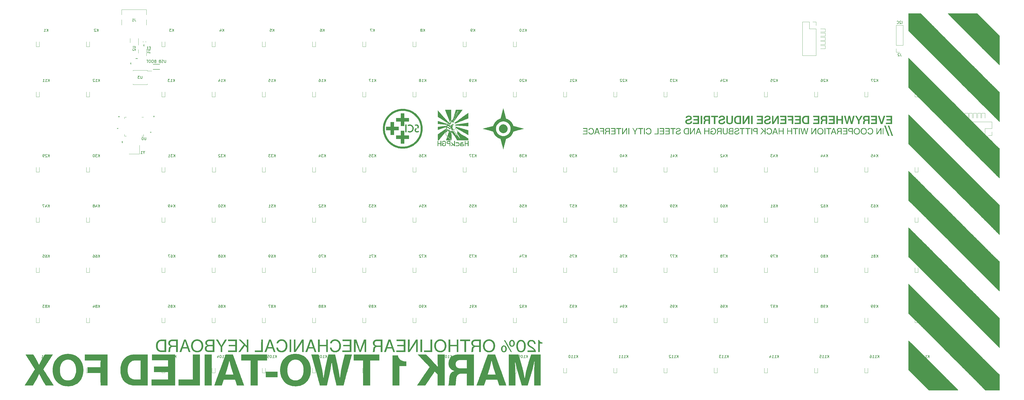
<source format=gbr>
%TF.GenerationSoftware,KiCad,Pcbnew,(6.0.0)*%
%TF.CreationDate,2022-04-29T20:19:50-04:00*%
%TF.ProjectId,TwoTailed,54776f54-6169-46c6-9564-2e6b69636164,rev?*%
%TF.SameCoordinates,Original*%
%TF.FileFunction,Legend,Bot*%
%TF.FilePolarity,Positive*%
%FSLAX46Y46*%
G04 Gerber Fmt 4.6, Leading zero omitted, Abs format (unit mm)*
G04 Created by KiCad (PCBNEW (6.0.0)) date 2022-04-29 20:19:50*
%MOMM*%
%LPD*%
G01*
G04 APERTURE LIST*
%ADD10C,0.150000*%
%ADD11C,0.040000*%
%ADD12C,0.120000*%
%ADD13C,0.127000*%
G04 APERTURE END LIST*
D10*
X89081428Y-84252380D02*
X89081428Y-85061904D01*
X89033809Y-85157142D01*
X88986190Y-85204761D01*
X88890952Y-85252380D01*
X88700476Y-85252380D01*
X88605238Y-85204761D01*
X88557619Y-85157142D01*
X88510000Y-85061904D01*
X88510000Y-84252380D01*
X88081428Y-85204761D02*
X87938571Y-85252380D01*
X87700476Y-85252380D01*
X87605238Y-85204761D01*
X87557619Y-85157142D01*
X87510000Y-85061904D01*
X87510000Y-84966666D01*
X87557619Y-84871428D01*
X87605238Y-84823809D01*
X87700476Y-84776190D01*
X87890952Y-84728571D01*
X87986190Y-84680952D01*
X88033809Y-84633333D01*
X88081428Y-84538095D01*
X88081428Y-84442857D01*
X88033809Y-84347619D01*
X87986190Y-84300000D01*
X87890952Y-84252380D01*
X87652857Y-84252380D01*
X87510000Y-84300000D01*
X86748095Y-84728571D02*
X86605238Y-84776190D01*
X86557619Y-84823809D01*
X86510000Y-84919047D01*
X86510000Y-85061904D01*
X86557619Y-85157142D01*
X86605238Y-85204761D01*
X86700476Y-85252380D01*
X87081428Y-85252380D01*
X87081428Y-84252380D01*
X86748095Y-84252380D01*
X86652857Y-84300000D01*
X86605238Y-84347619D01*
X86557619Y-84442857D01*
X86557619Y-84538095D01*
X86605238Y-84633333D01*
X86652857Y-84680952D01*
X86748095Y-84728571D01*
X87081428Y-84728571D01*
X84986190Y-84728571D02*
X84843333Y-84776190D01*
X84795714Y-84823809D01*
X84748095Y-84919047D01*
X84748095Y-85061904D01*
X84795714Y-85157142D01*
X84843333Y-85204761D01*
X84938571Y-85252380D01*
X85319523Y-85252380D01*
X85319523Y-84252380D01*
X84986190Y-84252380D01*
X84890952Y-84300000D01*
X84843333Y-84347619D01*
X84795714Y-84442857D01*
X84795714Y-84538095D01*
X84843333Y-84633333D01*
X84890952Y-84680952D01*
X84986190Y-84728571D01*
X85319523Y-84728571D01*
X84129047Y-84252380D02*
X83938571Y-84252380D01*
X83843333Y-84300000D01*
X83748095Y-84395238D01*
X83700476Y-84585714D01*
X83700476Y-84919047D01*
X83748095Y-85109523D01*
X83843333Y-85204761D01*
X83938571Y-85252380D01*
X84129047Y-85252380D01*
X84224285Y-85204761D01*
X84319523Y-85109523D01*
X84367142Y-84919047D01*
X84367142Y-84585714D01*
X84319523Y-84395238D01*
X84224285Y-84300000D01*
X84129047Y-84252380D01*
X83081428Y-84252380D02*
X82890952Y-84252380D01*
X82795714Y-84300000D01*
X82700476Y-84395238D01*
X82652857Y-84585714D01*
X82652857Y-84919047D01*
X82700476Y-85109523D01*
X82795714Y-85204761D01*
X82890952Y-85252380D01*
X83081428Y-85252380D01*
X83176666Y-85204761D01*
X83271904Y-85109523D01*
X83319523Y-84919047D01*
X83319523Y-84585714D01*
X83271904Y-84395238D01*
X83176666Y-84300000D01*
X83081428Y-84252380D01*
X82367142Y-84252380D02*
X81795714Y-84252380D01*
X82081428Y-85252380D02*
X82081428Y-84252380D01*
%TO.C,Y1*%
X80756190Y-119336190D02*
X80756190Y-119812380D01*
X81089523Y-118812380D02*
X80756190Y-119336190D01*
X80422857Y-118812380D01*
X79565714Y-119812380D02*
X80137142Y-119812380D01*
X79851428Y-119812380D02*
X79851428Y-118812380D01*
X79946666Y-118955238D01*
X80041904Y-119050476D01*
X80137142Y-119098095D01*
D11*
%TO.C,C4*%
X70780666Y-110293585D02*
X70792571Y-110305490D01*
X70828285Y-110317395D01*
X70852095Y-110317395D01*
X70887809Y-110305490D01*
X70911619Y-110281680D01*
X70923523Y-110257871D01*
X70935428Y-110210252D01*
X70935428Y-110174538D01*
X70923523Y-110126919D01*
X70911619Y-110103109D01*
X70887809Y-110079300D01*
X70852095Y-110067395D01*
X70828285Y-110067395D01*
X70792571Y-110079300D01*
X70780666Y-110091204D01*
X70566380Y-110150728D02*
X70566380Y-110317395D01*
X70625904Y-110055490D02*
X70685428Y-110234061D01*
X70530666Y-110234061D01*
D10*
%TO.C,U0*%
X81565654Y-113625380D02*
X81565654Y-114434904D01*
X81518035Y-114530142D01*
X81470416Y-114577761D01*
X81375178Y-114625380D01*
X81184702Y-114625380D01*
X81089464Y-114577761D01*
X81041845Y-114530142D01*
X80994226Y-114434904D01*
X80994226Y-113625380D01*
X80327559Y-113625380D02*
X80232321Y-113625380D01*
X80137083Y-113673000D01*
X80089464Y-113720619D01*
X80041845Y-113815857D01*
X79994226Y-114006333D01*
X79994226Y-114244428D01*
X80041845Y-114434904D01*
X80089464Y-114530142D01*
X80137083Y-114577761D01*
X80232321Y-114625380D01*
X80327559Y-114625380D01*
X80422797Y-114577761D01*
X80470416Y-114530142D01*
X80518035Y-114434904D01*
X80565654Y-114244428D01*
X80565654Y-114006333D01*
X80518035Y-113815857D01*
X80470416Y-113720619D01*
X80422797Y-113673000D01*
X80327559Y-113625380D01*
D11*
%TO.C,C3*%
X83353666Y-111753985D02*
X83365571Y-111765890D01*
X83401285Y-111777795D01*
X83425095Y-111777795D01*
X83460809Y-111765890D01*
X83484619Y-111742080D01*
X83496523Y-111718271D01*
X83508428Y-111670652D01*
X83508428Y-111634938D01*
X83496523Y-111587319D01*
X83484619Y-111563509D01*
X83460809Y-111539700D01*
X83425095Y-111527795D01*
X83401285Y-111527795D01*
X83365571Y-111539700D01*
X83353666Y-111551604D01*
X83270333Y-111527795D02*
X83115571Y-111527795D01*
X83198904Y-111623033D01*
X83163190Y-111623033D01*
X83139380Y-111634938D01*
X83127476Y-111646842D01*
X83115571Y-111670652D01*
X83115571Y-111730176D01*
X83127476Y-111753985D01*
X83139380Y-111765890D01*
X83163190Y-111777795D01*
X83234619Y-111777795D01*
X83258428Y-111765890D01*
X83270333Y-111753985D01*
%TO.C,C8*%
X84603085Y-105622333D02*
X84614990Y-105610428D01*
X84626895Y-105574714D01*
X84626895Y-105550904D01*
X84614990Y-105515190D01*
X84591180Y-105491380D01*
X84567371Y-105479476D01*
X84519752Y-105467571D01*
X84484038Y-105467571D01*
X84436419Y-105479476D01*
X84412609Y-105491380D01*
X84388800Y-105515190D01*
X84376895Y-105550904D01*
X84376895Y-105574714D01*
X84388800Y-105610428D01*
X84400704Y-105622333D01*
X84484038Y-105765190D02*
X84472133Y-105741380D01*
X84460228Y-105729476D01*
X84436419Y-105717571D01*
X84424514Y-105717571D01*
X84400704Y-105729476D01*
X84388800Y-105741380D01*
X84376895Y-105765190D01*
X84376895Y-105812809D01*
X84388800Y-105836619D01*
X84400704Y-105848523D01*
X84424514Y-105860428D01*
X84436419Y-105860428D01*
X84460228Y-105848523D01*
X84472133Y-105836619D01*
X84484038Y-105812809D01*
X84484038Y-105765190D01*
X84495942Y-105741380D01*
X84507847Y-105729476D01*
X84531657Y-105717571D01*
X84579276Y-105717571D01*
X84603085Y-105729476D01*
X84614990Y-105741380D01*
X84626895Y-105765190D01*
X84626895Y-105812809D01*
X84614990Y-105836619D01*
X84603085Y-105848523D01*
X84579276Y-105860428D01*
X84531657Y-105860428D01*
X84507847Y-105848523D01*
X84495942Y-105836619D01*
X84484038Y-105812809D01*
%TO.C,RR1*%
X72645695Y-115233333D02*
X72526647Y-115150000D01*
X72645695Y-115090476D02*
X72395695Y-115090476D01*
X72395695Y-115185714D01*
X72407600Y-115209523D01*
X72419504Y-115221428D01*
X72443314Y-115233333D01*
X72479028Y-115233333D01*
X72502838Y-115221428D01*
X72514742Y-115209523D01*
X72526647Y-115185714D01*
X72526647Y-115090476D01*
X72645695Y-115483333D02*
X72526647Y-115400000D01*
X72645695Y-115340476D02*
X72395695Y-115340476D01*
X72395695Y-115435714D01*
X72407600Y-115459523D01*
X72419504Y-115471428D01*
X72443314Y-115483333D01*
X72479028Y-115483333D01*
X72502838Y-115471428D01*
X72514742Y-115459523D01*
X72526647Y-115435714D01*
X72526647Y-115340476D01*
X72645695Y-115721428D02*
X72645695Y-115578571D01*
X72645695Y-115650000D02*
X72395695Y-115650000D01*
X72431409Y-115626190D01*
X72455219Y-115602380D01*
X72467123Y-115578571D01*
D10*
%TO.C,U3*%
X80091904Y-90332380D02*
X80091904Y-91141904D01*
X80044285Y-91237142D01*
X79996666Y-91284761D01*
X79901428Y-91332380D01*
X79710952Y-91332380D01*
X79615714Y-91284761D01*
X79568095Y-91237142D01*
X79520476Y-91141904D01*
X79520476Y-90332380D01*
X79139523Y-90332380D02*
X78520476Y-90332380D01*
X78853809Y-90713333D01*
X78710952Y-90713333D01*
X78615714Y-90760952D01*
X78568095Y-90808571D01*
X78520476Y-90903809D01*
X78520476Y-91141904D01*
X78568095Y-91237142D01*
X78615714Y-91284761D01*
X78710952Y-91332380D01*
X78996666Y-91332380D01*
X79091904Y-91284761D01*
X79139523Y-91237142D01*
D11*
%TO.C,C5*%
X71269616Y-105876785D02*
X71281521Y-105888690D01*
X71317235Y-105900595D01*
X71341045Y-105900595D01*
X71376759Y-105888690D01*
X71400569Y-105864880D01*
X71412473Y-105841071D01*
X71424378Y-105793452D01*
X71424378Y-105757738D01*
X71412473Y-105710119D01*
X71400569Y-105686309D01*
X71376759Y-105662500D01*
X71341045Y-105650595D01*
X71317235Y-105650595D01*
X71281521Y-105662500D01*
X71269616Y-105674404D01*
X71043426Y-105650595D02*
X71162473Y-105650595D01*
X71174378Y-105769642D01*
X71162473Y-105757738D01*
X71138664Y-105745833D01*
X71079140Y-105745833D01*
X71055330Y-105757738D01*
X71043426Y-105769642D01*
X71031521Y-105793452D01*
X71031521Y-105852976D01*
X71043426Y-105876785D01*
X71055330Y-105888690D01*
X71079140Y-105900595D01*
X71138664Y-105900595D01*
X71162473Y-105888690D01*
X71174378Y-105876785D01*
%TO.C,CF1*%
X75803885Y-85429590D02*
X75815790Y-85417685D01*
X75827695Y-85381971D01*
X75827695Y-85358161D01*
X75815790Y-85322447D01*
X75791980Y-85298638D01*
X75768171Y-85286733D01*
X75720552Y-85274828D01*
X75684838Y-85274828D01*
X75637219Y-85286733D01*
X75613409Y-85298638D01*
X75589600Y-85322447D01*
X75577695Y-85358161D01*
X75577695Y-85381971D01*
X75589600Y-85417685D01*
X75601504Y-85429590D01*
X75696742Y-85620066D02*
X75696742Y-85536733D01*
X75827695Y-85536733D02*
X75577695Y-85536733D01*
X75577695Y-85655780D01*
X75827695Y-85881971D02*
X75827695Y-85739114D01*
X75827695Y-85810542D02*
X75577695Y-85810542D01*
X75613409Y-85786733D01*
X75637219Y-85762923D01*
X75649123Y-85739114D01*
D10*
%TO.C,K22*%
X263945535Y-92527580D02*
X263945535Y-91527580D01*
X263374107Y-92527580D02*
X263802678Y-91956152D01*
X263374107Y-91527580D02*
X263945535Y-92099009D01*
X262993154Y-91622819D02*
X262945535Y-91575200D01*
X262850297Y-91527580D01*
X262612202Y-91527580D01*
X262516964Y-91575200D01*
X262469345Y-91622819D01*
X262421726Y-91718057D01*
X262421726Y-91813295D01*
X262469345Y-91956152D01*
X263040773Y-92527580D01*
X262421726Y-92527580D01*
X262040773Y-91622819D02*
X261993154Y-91575200D01*
X261897916Y-91527580D01*
X261659821Y-91527580D01*
X261564583Y-91575200D01*
X261516964Y-91622819D01*
X261469345Y-91718057D01*
X261469345Y-91813295D01*
X261516964Y-91956152D01*
X262088392Y-92527580D01*
X261469345Y-92527580D01*
%TO.C,K66*%
X63920535Y-159202580D02*
X63920535Y-158202580D01*
X63349107Y-159202580D02*
X63777678Y-158631152D01*
X63349107Y-158202580D02*
X63920535Y-158774009D01*
X62491964Y-158202580D02*
X62682440Y-158202580D01*
X62777678Y-158250200D01*
X62825297Y-158297819D01*
X62920535Y-158440676D01*
X62968154Y-158631152D01*
X62968154Y-159012104D01*
X62920535Y-159107342D01*
X62872916Y-159154961D01*
X62777678Y-159202580D01*
X62587202Y-159202580D01*
X62491964Y-159154961D01*
X62444345Y-159107342D01*
X62396726Y-159012104D01*
X62396726Y-158774009D01*
X62444345Y-158678771D01*
X62491964Y-158631152D01*
X62587202Y-158583533D01*
X62777678Y-158583533D01*
X62872916Y-158631152D01*
X62920535Y-158678771D01*
X62968154Y-158774009D01*
X61539583Y-158202580D02*
X61730059Y-158202580D01*
X61825297Y-158250200D01*
X61872916Y-158297819D01*
X61968154Y-158440676D01*
X62015773Y-158631152D01*
X62015773Y-159012104D01*
X61968154Y-159107342D01*
X61920535Y-159154961D01*
X61825297Y-159202580D01*
X61634821Y-159202580D01*
X61539583Y-159154961D01*
X61491964Y-159107342D01*
X61444345Y-159012104D01*
X61444345Y-158774009D01*
X61491964Y-158678771D01*
X61539583Y-158631152D01*
X61634821Y-158583533D01*
X61825297Y-158583533D01*
X61920535Y-158631152D01*
X61968154Y-158678771D01*
X62015773Y-158774009D01*
%TO.C,K116*%
X359671726Y-197302580D02*
X359671726Y-196302580D01*
X359100297Y-197302580D02*
X359528869Y-196731152D01*
X359100297Y-196302580D02*
X359671726Y-196874009D01*
X358147916Y-197302580D02*
X358719345Y-197302580D01*
X358433630Y-197302580D02*
X358433630Y-196302580D01*
X358528869Y-196445438D01*
X358624107Y-196540676D01*
X358719345Y-196588295D01*
X357195535Y-197302580D02*
X357766964Y-197302580D01*
X357481250Y-197302580D02*
X357481250Y-196302580D01*
X357576488Y-196445438D01*
X357671726Y-196540676D01*
X357766964Y-196588295D01*
X356338392Y-196302580D02*
X356528869Y-196302580D01*
X356624107Y-196350200D01*
X356671726Y-196397819D01*
X356766964Y-196540676D01*
X356814583Y-196731152D01*
X356814583Y-197112104D01*
X356766964Y-197207342D01*
X356719345Y-197254961D01*
X356624107Y-197302580D01*
X356433630Y-197302580D01*
X356338392Y-197254961D01*
X356290773Y-197207342D01*
X356243154Y-197112104D01*
X356243154Y-196874009D01*
X356290773Y-196778771D01*
X356338392Y-196731152D01*
X356433630Y-196683533D01*
X356624107Y-196683533D01*
X356719345Y-196731152D01*
X356766964Y-196778771D01*
X356814583Y-196874009D01*
%TO.C,K57*%
X244895535Y-140152580D02*
X244895535Y-139152580D01*
X244324107Y-140152580D02*
X244752678Y-139581152D01*
X244324107Y-139152580D02*
X244895535Y-139724009D01*
X243419345Y-139152580D02*
X243895535Y-139152580D01*
X243943154Y-139628771D01*
X243895535Y-139581152D01*
X243800297Y-139533533D01*
X243562202Y-139533533D01*
X243466964Y-139581152D01*
X243419345Y-139628771D01*
X243371726Y-139724009D01*
X243371726Y-139962104D01*
X243419345Y-140057342D01*
X243466964Y-140104961D01*
X243562202Y-140152580D01*
X243800297Y-140152580D01*
X243895535Y-140104961D01*
X243943154Y-140057342D01*
X243038392Y-139152580D02*
X242371726Y-139152580D01*
X242800297Y-140152580D01*
%TO.C,K87*%
X130595535Y-178252580D02*
X130595535Y-177252580D01*
X130024107Y-178252580D02*
X130452678Y-177681152D01*
X130024107Y-177252580D02*
X130595535Y-177824009D01*
X129452678Y-177681152D02*
X129547916Y-177633533D01*
X129595535Y-177585914D01*
X129643154Y-177490676D01*
X129643154Y-177443057D01*
X129595535Y-177347819D01*
X129547916Y-177300200D01*
X129452678Y-177252580D01*
X129262202Y-177252580D01*
X129166964Y-177300200D01*
X129119345Y-177347819D01*
X129071726Y-177443057D01*
X129071726Y-177490676D01*
X129119345Y-177585914D01*
X129166964Y-177633533D01*
X129262202Y-177681152D01*
X129452678Y-177681152D01*
X129547916Y-177728771D01*
X129595535Y-177776390D01*
X129643154Y-177871628D01*
X129643154Y-178062104D01*
X129595535Y-178157342D01*
X129547916Y-178204961D01*
X129452678Y-178252580D01*
X129262202Y-178252580D01*
X129166964Y-178204961D01*
X129119345Y-178157342D01*
X129071726Y-178062104D01*
X129071726Y-177871628D01*
X129119345Y-177776390D01*
X129166964Y-177728771D01*
X129262202Y-177681152D01*
X128738392Y-177252580D02*
X128071726Y-177252580D01*
X128500297Y-178252580D01*
%TO.C,K93*%
X244895535Y-178252580D02*
X244895535Y-177252580D01*
X244324107Y-178252580D02*
X244752678Y-177681152D01*
X244324107Y-177252580D02*
X244895535Y-177824009D01*
X243847916Y-178252580D02*
X243657440Y-178252580D01*
X243562202Y-178204961D01*
X243514583Y-178157342D01*
X243419345Y-178014485D01*
X243371726Y-177824009D01*
X243371726Y-177443057D01*
X243419345Y-177347819D01*
X243466964Y-177300200D01*
X243562202Y-177252580D01*
X243752678Y-177252580D01*
X243847916Y-177300200D01*
X243895535Y-177347819D01*
X243943154Y-177443057D01*
X243943154Y-177681152D01*
X243895535Y-177776390D01*
X243847916Y-177824009D01*
X243752678Y-177871628D01*
X243562202Y-177871628D01*
X243466964Y-177824009D01*
X243419345Y-177776390D01*
X243371726Y-177681152D01*
X243038392Y-177252580D02*
X242419345Y-177252580D01*
X242752678Y-177633533D01*
X242609821Y-177633533D01*
X242514583Y-177681152D01*
X242466964Y-177728771D01*
X242419345Y-177824009D01*
X242419345Y-178062104D01*
X242466964Y-178157342D01*
X242514583Y-178204961D01*
X242609821Y-178252580D01*
X242895535Y-178252580D01*
X242990773Y-178204961D01*
X243038392Y-178157342D01*
%TO.C,K10*%
X225845535Y-73477580D02*
X225845535Y-72477580D01*
X225274107Y-73477580D02*
X225702678Y-72906152D01*
X225274107Y-72477580D02*
X225845535Y-73049009D01*
X224321726Y-73477580D02*
X224893154Y-73477580D01*
X224607440Y-73477580D02*
X224607440Y-72477580D01*
X224702678Y-72620438D01*
X224797916Y-72715676D01*
X224893154Y-72763295D01*
X223702678Y-72477580D02*
X223607440Y-72477580D01*
X223512202Y-72525200D01*
X223464583Y-72572819D01*
X223416964Y-72668057D01*
X223369345Y-72858533D01*
X223369345Y-73096628D01*
X223416964Y-73287104D01*
X223464583Y-73382342D01*
X223512202Y-73429961D01*
X223607440Y-73477580D01*
X223702678Y-73477580D01*
X223797916Y-73429961D01*
X223845535Y-73382342D01*
X223893154Y-73287104D01*
X223940773Y-73096628D01*
X223940773Y-72858533D01*
X223893154Y-72668057D01*
X223845535Y-72572819D01*
X223797916Y-72525200D01*
X223702678Y-72477580D01*
%TO.C,K86*%
X111545535Y-178252580D02*
X111545535Y-177252580D01*
X110974107Y-178252580D02*
X111402678Y-177681152D01*
X110974107Y-177252580D02*
X111545535Y-177824009D01*
X110402678Y-177681152D02*
X110497916Y-177633533D01*
X110545535Y-177585914D01*
X110593154Y-177490676D01*
X110593154Y-177443057D01*
X110545535Y-177347819D01*
X110497916Y-177300200D01*
X110402678Y-177252580D01*
X110212202Y-177252580D01*
X110116964Y-177300200D01*
X110069345Y-177347819D01*
X110021726Y-177443057D01*
X110021726Y-177490676D01*
X110069345Y-177585914D01*
X110116964Y-177633533D01*
X110212202Y-177681152D01*
X110402678Y-177681152D01*
X110497916Y-177728771D01*
X110545535Y-177776390D01*
X110593154Y-177871628D01*
X110593154Y-178062104D01*
X110545535Y-178157342D01*
X110497916Y-178204961D01*
X110402678Y-178252580D01*
X110212202Y-178252580D01*
X110116964Y-178204961D01*
X110069345Y-178157342D01*
X110021726Y-178062104D01*
X110021726Y-177871628D01*
X110069345Y-177776390D01*
X110116964Y-177728771D01*
X110212202Y-177681152D01*
X109164583Y-177252580D02*
X109355059Y-177252580D01*
X109450297Y-177300200D01*
X109497916Y-177347819D01*
X109593154Y-177490676D01*
X109640773Y-177681152D01*
X109640773Y-178062104D01*
X109593154Y-178157342D01*
X109545535Y-178204961D01*
X109450297Y-178252580D01*
X109259821Y-178252580D01*
X109164583Y-178204961D01*
X109116964Y-178157342D01*
X109069345Y-178062104D01*
X109069345Y-177824009D01*
X109116964Y-177728771D01*
X109164583Y-177681152D01*
X109259821Y-177633533D01*
X109450297Y-177633533D01*
X109545535Y-177681152D01*
X109593154Y-177728771D01*
X109640773Y-177824009D01*
%TO.C,K13*%
X92400285Y-92527580D02*
X92400285Y-91527580D01*
X91828857Y-92527580D02*
X92257428Y-91956152D01*
X91828857Y-91527580D02*
X92400285Y-92099009D01*
X90876476Y-92527580D02*
X91447904Y-92527580D01*
X91162190Y-92527580D02*
X91162190Y-91527580D01*
X91257428Y-91670438D01*
X91352666Y-91765676D01*
X91447904Y-91813295D01*
X90543142Y-91527580D02*
X89924095Y-91527580D01*
X90257428Y-91908533D01*
X90114571Y-91908533D01*
X90019333Y-91956152D01*
X89971714Y-92003771D01*
X89924095Y-92099009D01*
X89924095Y-92337104D01*
X89971714Y-92432342D01*
X90019333Y-92479961D01*
X90114571Y-92527580D01*
X90400285Y-92527580D01*
X90495523Y-92479961D01*
X90543142Y-92432342D01*
%TO.C,K94*%
X263945535Y-178252580D02*
X263945535Y-177252580D01*
X263374107Y-178252580D02*
X263802678Y-177681152D01*
X263374107Y-177252580D02*
X263945535Y-177824009D01*
X262897916Y-178252580D02*
X262707440Y-178252580D01*
X262612202Y-178204961D01*
X262564583Y-178157342D01*
X262469345Y-178014485D01*
X262421726Y-177824009D01*
X262421726Y-177443057D01*
X262469345Y-177347819D01*
X262516964Y-177300200D01*
X262612202Y-177252580D01*
X262802678Y-177252580D01*
X262897916Y-177300200D01*
X262945535Y-177347819D01*
X262993154Y-177443057D01*
X262993154Y-177681152D01*
X262945535Y-177776390D01*
X262897916Y-177824009D01*
X262802678Y-177871628D01*
X262612202Y-177871628D01*
X262516964Y-177824009D01*
X262469345Y-177776390D01*
X262421726Y-177681152D01*
X261564583Y-177585914D02*
X261564583Y-178252580D01*
X261802678Y-177204961D02*
X262040773Y-177919247D01*
X261421726Y-177919247D01*
%TO.C,K110*%
X245371726Y-197302580D02*
X245371726Y-196302580D01*
X244800297Y-197302580D02*
X245228869Y-196731152D01*
X244800297Y-196302580D02*
X245371726Y-196874009D01*
X243847916Y-197302580D02*
X244419345Y-197302580D01*
X244133630Y-197302580D02*
X244133630Y-196302580D01*
X244228869Y-196445438D01*
X244324107Y-196540676D01*
X244419345Y-196588295D01*
X242895535Y-197302580D02*
X243466964Y-197302580D01*
X243181250Y-197302580D02*
X243181250Y-196302580D01*
X243276488Y-196445438D01*
X243371726Y-196540676D01*
X243466964Y-196588295D01*
X242276488Y-196302580D02*
X242181250Y-196302580D01*
X242086011Y-196350200D01*
X242038392Y-196397819D01*
X241990773Y-196493057D01*
X241943154Y-196683533D01*
X241943154Y-196921628D01*
X241990773Y-197112104D01*
X242038392Y-197207342D01*
X242086011Y-197254961D01*
X242181250Y-197302580D01*
X242276488Y-197302580D01*
X242371726Y-197254961D01*
X242419345Y-197207342D01*
X242466964Y-197112104D01*
X242514583Y-196921628D01*
X242514583Y-196683533D01*
X242466964Y-196493057D01*
X242419345Y-196397819D01*
X242371726Y-196350200D01*
X242276488Y-196302580D01*
%TO.C,K60*%
X302045535Y-140152580D02*
X302045535Y-139152580D01*
X301474107Y-140152580D02*
X301902678Y-139581152D01*
X301474107Y-139152580D02*
X302045535Y-139724009D01*
X300616964Y-139152580D02*
X300807440Y-139152580D01*
X300902678Y-139200200D01*
X300950297Y-139247819D01*
X301045535Y-139390676D01*
X301093154Y-139581152D01*
X301093154Y-139962104D01*
X301045535Y-140057342D01*
X300997916Y-140104961D01*
X300902678Y-140152580D01*
X300712202Y-140152580D01*
X300616964Y-140104961D01*
X300569345Y-140057342D01*
X300521726Y-139962104D01*
X300521726Y-139724009D01*
X300569345Y-139628771D01*
X300616964Y-139581152D01*
X300712202Y-139533533D01*
X300902678Y-139533533D01*
X300997916Y-139581152D01*
X301045535Y-139628771D01*
X301093154Y-139724009D01*
X299902678Y-139152580D02*
X299807440Y-139152580D01*
X299712202Y-139200200D01*
X299664583Y-139247819D01*
X299616964Y-139343057D01*
X299569345Y-139533533D01*
X299569345Y-139771628D01*
X299616964Y-139962104D01*
X299664583Y-140057342D01*
X299712202Y-140104961D01*
X299807440Y-140152580D01*
X299902678Y-140152580D01*
X299997916Y-140104961D01*
X300045535Y-140057342D01*
X300093154Y-139962104D01*
X300140773Y-139771628D01*
X300140773Y-139533533D01*
X300093154Y-139343057D01*
X300045535Y-139247819D01*
X299997916Y-139200200D01*
X299902678Y-139152580D01*
%TO.C,K65*%
X44870535Y-159202580D02*
X44870535Y-158202580D01*
X44299107Y-159202580D02*
X44727678Y-158631152D01*
X44299107Y-158202580D02*
X44870535Y-158774009D01*
X43441964Y-158202580D02*
X43632440Y-158202580D01*
X43727678Y-158250200D01*
X43775297Y-158297819D01*
X43870535Y-158440676D01*
X43918154Y-158631152D01*
X43918154Y-159012104D01*
X43870535Y-159107342D01*
X43822916Y-159154961D01*
X43727678Y-159202580D01*
X43537202Y-159202580D01*
X43441964Y-159154961D01*
X43394345Y-159107342D01*
X43346726Y-159012104D01*
X43346726Y-158774009D01*
X43394345Y-158678771D01*
X43441964Y-158631152D01*
X43537202Y-158583533D01*
X43727678Y-158583533D01*
X43822916Y-158631152D01*
X43870535Y-158678771D01*
X43918154Y-158774009D01*
X42441964Y-158202580D02*
X42918154Y-158202580D01*
X42965773Y-158678771D01*
X42918154Y-158631152D01*
X42822916Y-158583533D01*
X42584821Y-158583533D01*
X42489583Y-158631152D01*
X42441964Y-158678771D01*
X42394345Y-158774009D01*
X42394345Y-159012104D01*
X42441964Y-159107342D01*
X42489583Y-159154961D01*
X42584821Y-159202580D01*
X42822916Y-159202580D01*
X42918154Y-159154961D01*
X42965773Y-159107342D01*
%TO.C,K101*%
X45346726Y-197302580D02*
X45346726Y-196302580D01*
X44775297Y-197302580D02*
X45203869Y-196731152D01*
X44775297Y-196302580D02*
X45346726Y-196874009D01*
X43822916Y-197302580D02*
X44394345Y-197302580D01*
X44108630Y-197302580D02*
X44108630Y-196302580D01*
X44203869Y-196445438D01*
X44299107Y-196540676D01*
X44394345Y-196588295D01*
X43203869Y-196302580D02*
X43108630Y-196302580D01*
X43013392Y-196350200D01*
X42965773Y-196397819D01*
X42918154Y-196493057D01*
X42870535Y-196683533D01*
X42870535Y-196921628D01*
X42918154Y-197112104D01*
X42965773Y-197207342D01*
X43013392Y-197254961D01*
X43108630Y-197302580D01*
X43203869Y-197302580D01*
X43299107Y-197254961D01*
X43346726Y-197207342D01*
X43394345Y-197112104D01*
X43441964Y-196921628D01*
X43441964Y-196683533D01*
X43394345Y-196493057D01*
X43346726Y-196397819D01*
X43299107Y-196350200D01*
X43203869Y-196302580D01*
X41918154Y-197302580D02*
X42489583Y-197302580D01*
X42203869Y-197302580D02*
X42203869Y-196302580D01*
X42299107Y-196445438D01*
X42394345Y-196540676D01*
X42489583Y-196588295D01*
%TO.C,K100*%
X378721726Y-178252580D02*
X378721726Y-177252580D01*
X378150297Y-178252580D02*
X378578869Y-177681152D01*
X378150297Y-177252580D02*
X378721726Y-177824009D01*
X377197916Y-178252580D02*
X377769345Y-178252580D01*
X377483630Y-178252580D02*
X377483630Y-177252580D01*
X377578869Y-177395438D01*
X377674107Y-177490676D01*
X377769345Y-177538295D01*
X376578869Y-177252580D02*
X376483630Y-177252580D01*
X376388392Y-177300200D01*
X376340773Y-177347819D01*
X376293154Y-177443057D01*
X376245535Y-177633533D01*
X376245535Y-177871628D01*
X376293154Y-178062104D01*
X376340773Y-178157342D01*
X376388392Y-178204961D01*
X376483630Y-178252580D01*
X376578869Y-178252580D01*
X376674107Y-178204961D01*
X376721726Y-178157342D01*
X376769345Y-178062104D01*
X376816964Y-177871628D01*
X376816964Y-177633533D01*
X376769345Y-177443057D01*
X376721726Y-177347819D01*
X376674107Y-177300200D01*
X376578869Y-177252580D01*
X375626488Y-177252580D02*
X375531250Y-177252580D01*
X375436011Y-177300200D01*
X375388392Y-177347819D01*
X375340773Y-177443057D01*
X375293154Y-177633533D01*
X375293154Y-177871628D01*
X375340773Y-178062104D01*
X375388392Y-178157342D01*
X375436011Y-178204961D01*
X375531250Y-178252580D01*
X375626488Y-178252580D01*
X375721726Y-178204961D01*
X375769345Y-178157342D01*
X375816964Y-178062104D01*
X375864583Y-177871628D01*
X375864583Y-177633533D01*
X375816964Y-177443057D01*
X375769345Y-177347819D01*
X375721726Y-177300200D01*
X375626488Y-177252580D01*
%TO.C,K88*%
X149645535Y-178252580D02*
X149645535Y-177252580D01*
X149074107Y-178252580D02*
X149502678Y-177681152D01*
X149074107Y-177252580D02*
X149645535Y-177824009D01*
X148502678Y-177681152D02*
X148597916Y-177633533D01*
X148645535Y-177585914D01*
X148693154Y-177490676D01*
X148693154Y-177443057D01*
X148645535Y-177347819D01*
X148597916Y-177300200D01*
X148502678Y-177252580D01*
X148312202Y-177252580D01*
X148216964Y-177300200D01*
X148169345Y-177347819D01*
X148121726Y-177443057D01*
X148121726Y-177490676D01*
X148169345Y-177585914D01*
X148216964Y-177633533D01*
X148312202Y-177681152D01*
X148502678Y-177681152D01*
X148597916Y-177728771D01*
X148645535Y-177776390D01*
X148693154Y-177871628D01*
X148693154Y-178062104D01*
X148645535Y-178157342D01*
X148597916Y-178204961D01*
X148502678Y-178252580D01*
X148312202Y-178252580D01*
X148216964Y-178204961D01*
X148169345Y-178157342D01*
X148121726Y-178062104D01*
X148121726Y-177871628D01*
X148169345Y-177776390D01*
X148216964Y-177728771D01*
X148312202Y-177681152D01*
X147550297Y-177681152D02*
X147645535Y-177633533D01*
X147693154Y-177585914D01*
X147740773Y-177490676D01*
X147740773Y-177443057D01*
X147693154Y-177347819D01*
X147645535Y-177300200D01*
X147550297Y-177252580D01*
X147359821Y-177252580D01*
X147264583Y-177300200D01*
X147216964Y-177347819D01*
X147169345Y-177443057D01*
X147169345Y-177490676D01*
X147216964Y-177585914D01*
X147264583Y-177633533D01*
X147359821Y-177681152D01*
X147550297Y-177681152D01*
X147645535Y-177728771D01*
X147693154Y-177776390D01*
X147740773Y-177871628D01*
X147740773Y-178062104D01*
X147693154Y-178157342D01*
X147645535Y-178204961D01*
X147550297Y-178252580D01*
X147359821Y-178252580D01*
X147264583Y-178204961D01*
X147216964Y-178157342D01*
X147169345Y-178062104D01*
X147169345Y-177871628D01*
X147216964Y-177776390D01*
X147264583Y-177728771D01*
X147359821Y-177681152D01*
%TO.C,K1*%
X44394345Y-73477580D02*
X44394345Y-72477580D01*
X43822916Y-73477580D02*
X44251488Y-72906152D01*
X43822916Y-72477580D02*
X44394345Y-73049009D01*
X42870535Y-73477580D02*
X43441964Y-73477580D01*
X43156250Y-73477580D02*
X43156250Y-72477580D01*
X43251488Y-72620438D01*
X43346726Y-72715676D01*
X43441964Y-72763295D01*
%TO.C,K111*%
X264421726Y-197302580D02*
X264421726Y-196302580D01*
X263850297Y-197302580D02*
X264278869Y-196731152D01*
X263850297Y-196302580D02*
X264421726Y-196874009D01*
X262897916Y-197302580D02*
X263469345Y-197302580D01*
X263183630Y-197302580D02*
X263183630Y-196302580D01*
X263278869Y-196445438D01*
X263374107Y-196540676D01*
X263469345Y-196588295D01*
X261945535Y-197302580D02*
X262516964Y-197302580D01*
X262231250Y-197302580D02*
X262231250Y-196302580D01*
X262326488Y-196445438D01*
X262421726Y-196540676D01*
X262516964Y-196588295D01*
X260993154Y-197302580D02*
X261564583Y-197302580D01*
X261278869Y-197302580D02*
X261278869Y-196302580D01*
X261374107Y-196445438D01*
X261469345Y-196540676D01*
X261564583Y-196588295D01*
%TO.C,K48*%
X63920535Y-140152580D02*
X63920535Y-139152580D01*
X63349107Y-140152580D02*
X63777678Y-139581152D01*
X63349107Y-139152580D02*
X63920535Y-139724009D01*
X62491964Y-139485914D02*
X62491964Y-140152580D01*
X62730059Y-139104961D02*
X62968154Y-139819247D01*
X62349107Y-139819247D01*
X61825297Y-139581152D02*
X61920535Y-139533533D01*
X61968154Y-139485914D01*
X62015773Y-139390676D01*
X62015773Y-139343057D01*
X61968154Y-139247819D01*
X61920535Y-139200200D01*
X61825297Y-139152580D01*
X61634821Y-139152580D01*
X61539583Y-139200200D01*
X61491964Y-139247819D01*
X61444345Y-139343057D01*
X61444345Y-139390676D01*
X61491964Y-139485914D01*
X61539583Y-139533533D01*
X61634821Y-139581152D01*
X61825297Y-139581152D01*
X61920535Y-139628771D01*
X61968154Y-139676390D01*
X62015773Y-139771628D01*
X62015773Y-139962104D01*
X61968154Y-140057342D01*
X61920535Y-140104961D01*
X61825297Y-140152580D01*
X61634821Y-140152580D01*
X61539583Y-140104961D01*
X61491964Y-140057342D01*
X61444345Y-139962104D01*
X61444345Y-139771628D01*
X61491964Y-139676390D01*
X61539583Y-139628771D01*
X61634821Y-139581152D01*
%TO.C,K59*%
X282995535Y-140152580D02*
X282995535Y-139152580D01*
X282424107Y-140152580D02*
X282852678Y-139581152D01*
X282424107Y-139152580D02*
X282995535Y-139724009D01*
X281519345Y-139152580D02*
X281995535Y-139152580D01*
X282043154Y-139628771D01*
X281995535Y-139581152D01*
X281900297Y-139533533D01*
X281662202Y-139533533D01*
X281566964Y-139581152D01*
X281519345Y-139628771D01*
X281471726Y-139724009D01*
X281471726Y-139962104D01*
X281519345Y-140057342D01*
X281566964Y-140104961D01*
X281662202Y-140152580D01*
X281900297Y-140152580D01*
X281995535Y-140104961D01*
X282043154Y-140057342D01*
X280995535Y-140152580D02*
X280805059Y-140152580D01*
X280709821Y-140104961D01*
X280662202Y-140057342D01*
X280566964Y-139914485D01*
X280519345Y-139724009D01*
X280519345Y-139343057D01*
X280566964Y-139247819D01*
X280614583Y-139200200D01*
X280709821Y-139152580D01*
X280900297Y-139152580D01*
X280995535Y-139200200D01*
X281043154Y-139247819D01*
X281090773Y-139343057D01*
X281090773Y-139581152D01*
X281043154Y-139676390D01*
X280995535Y-139724009D01*
X280900297Y-139771628D01*
X280709821Y-139771628D01*
X280614583Y-139724009D01*
X280566964Y-139676390D01*
X280519345Y-139581152D01*
%TO.C,K79*%
X321095535Y-159202580D02*
X321095535Y-158202580D01*
X320524107Y-159202580D02*
X320952678Y-158631152D01*
X320524107Y-158202580D02*
X321095535Y-158774009D01*
X320190773Y-158202580D02*
X319524107Y-158202580D01*
X319952678Y-159202580D01*
X319095535Y-159202580D02*
X318905059Y-159202580D01*
X318809821Y-159154961D01*
X318762202Y-159107342D01*
X318666964Y-158964485D01*
X318619345Y-158774009D01*
X318619345Y-158393057D01*
X318666964Y-158297819D01*
X318714583Y-158250200D01*
X318809821Y-158202580D01*
X319000297Y-158202580D01*
X319095535Y-158250200D01*
X319143154Y-158297819D01*
X319190773Y-158393057D01*
X319190773Y-158631152D01*
X319143154Y-158726390D01*
X319095535Y-158774009D01*
X319000297Y-158821628D01*
X318809821Y-158821628D01*
X318714583Y-158774009D01*
X318666964Y-158726390D01*
X318619345Y-158631152D01*
%TO.C,K39*%
X244895535Y-121102580D02*
X244895535Y-120102580D01*
X244324107Y-121102580D02*
X244752678Y-120531152D01*
X244324107Y-120102580D02*
X244895535Y-120674009D01*
X243990773Y-120102580D02*
X243371726Y-120102580D01*
X243705059Y-120483533D01*
X243562202Y-120483533D01*
X243466964Y-120531152D01*
X243419345Y-120578771D01*
X243371726Y-120674009D01*
X243371726Y-120912104D01*
X243419345Y-121007342D01*
X243466964Y-121054961D01*
X243562202Y-121102580D01*
X243847916Y-121102580D01*
X243943154Y-121054961D01*
X243990773Y-121007342D01*
X242895535Y-121102580D02*
X242705059Y-121102580D01*
X242609821Y-121054961D01*
X242562202Y-121007342D01*
X242466964Y-120864485D01*
X242419345Y-120674009D01*
X242419345Y-120293057D01*
X242466964Y-120197819D01*
X242514583Y-120150200D01*
X242609821Y-120102580D01*
X242800297Y-120102580D01*
X242895535Y-120150200D01*
X242943154Y-120197819D01*
X242990773Y-120293057D01*
X242990773Y-120531152D01*
X242943154Y-120626390D01*
X242895535Y-120674009D01*
X242800297Y-120721628D01*
X242609821Y-120721628D01*
X242514583Y-120674009D01*
X242466964Y-120626390D01*
X242419345Y-120531152D01*
%TO.C,K102*%
X64396726Y-197302580D02*
X64396726Y-196302580D01*
X63825297Y-197302580D02*
X64253869Y-196731152D01*
X63825297Y-196302580D02*
X64396726Y-196874009D01*
X62872916Y-197302580D02*
X63444345Y-197302580D01*
X63158630Y-197302580D02*
X63158630Y-196302580D01*
X63253869Y-196445438D01*
X63349107Y-196540676D01*
X63444345Y-196588295D01*
X62253869Y-196302580D02*
X62158630Y-196302580D01*
X62063392Y-196350200D01*
X62015773Y-196397819D01*
X61968154Y-196493057D01*
X61920535Y-196683533D01*
X61920535Y-196921628D01*
X61968154Y-197112104D01*
X62015773Y-197207342D01*
X62063392Y-197254961D01*
X62158630Y-197302580D01*
X62253869Y-197302580D01*
X62349107Y-197254961D01*
X62396726Y-197207342D01*
X62444345Y-197112104D01*
X62491964Y-196921628D01*
X62491964Y-196683533D01*
X62444345Y-196493057D01*
X62396726Y-196397819D01*
X62349107Y-196350200D01*
X62253869Y-196302580D01*
X61539583Y-196397819D02*
X61491964Y-196350200D01*
X61396726Y-196302580D01*
X61158630Y-196302580D01*
X61063392Y-196350200D01*
X61015773Y-196397819D01*
X60968154Y-196493057D01*
X60968154Y-196588295D01*
X61015773Y-196731152D01*
X61587202Y-197302580D01*
X60968154Y-197302580D01*
%TO.C,K64*%
X378245535Y-140152580D02*
X378245535Y-139152580D01*
X377674107Y-140152580D02*
X378102678Y-139581152D01*
X377674107Y-139152580D02*
X378245535Y-139724009D01*
X376816964Y-139152580D02*
X377007440Y-139152580D01*
X377102678Y-139200200D01*
X377150297Y-139247819D01*
X377245535Y-139390676D01*
X377293154Y-139581152D01*
X377293154Y-139962104D01*
X377245535Y-140057342D01*
X377197916Y-140104961D01*
X377102678Y-140152580D01*
X376912202Y-140152580D01*
X376816964Y-140104961D01*
X376769345Y-140057342D01*
X376721726Y-139962104D01*
X376721726Y-139724009D01*
X376769345Y-139628771D01*
X376816964Y-139581152D01*
X376912202Y-139533533D01*
X377102678Y-139533533D01*
X377197916Y-139581152D01*
X377245535Y-139628771D01*
X377293154Y-139724009D01*
X375864583Y-139485914D02*
X375864583Y-140152580D01*
X376102678Y-139104961D02*
X376340773Y-139819247D01*
X375721726Y-139819247D01*
%TO.C,K56*%
X225845535Y-140152580D02*
X225845535Y-139152580D01*
X225274107Y-140152580D02*
X225702678Y-139581152D01*
X225274107Y-139152580D02*
X225845535Y-139724009D01*
X224369345Y-139152580D02*
X224845535Y-139152580D01*
X224893154Y-139628771D01*
X224845535Y-139581152D01*
X224750297Y-139533533D01*
X224512202Y-139533533D01*
X224416964Y-139581152D01*
X224369345Y-139628771D01*
X224321726Y-139724009D01*
X224321726Y-139962104D01*
X224369345Y-140057342D01*
X224416964Y-140104961D01*
X224512202Y-140152580D01*
X224750297Y-140152580D01*
X224845535Y-140104961D01*
X224893154Y-140057342D01*
X223464583Y-139152580D02*
X223655059Y-139152580D01*
X223750297Y-139200200D01*
X223797916Y-139247819D01*
X223893154Y-139390676D01*
X223940773Y-139581152D01*
X223940773Y-139962104D01*
X223893154Y-140057342D01*
X223845535Y-140104961D01*
X223750297Y-140152580D01*
X223559821Y-140152580D01*
X223464583Y-140104961D01*
X223416964Y-140057342D01*
X223369345Y-139962104D01*
X223369345Y-139724009D01*
X223416964Y-139628771D01*
X223464583Y-139581152D01*
X223559821Y-139533533D01*
X223750297Y-139533533D01*
X223845535Y-139581152D01*
X223893154Y-139628771D01*
X223940773Y-139724009D01*
%TO.C,K55*%
X206795535Y-140152580D02*
X206795535Y-139152580D01*
X206224107Y-140152580D02*
X206652678Y-139581152D01*
X206224107Y-139152580D02*
X206795535Y-139724009D01*
X205319345Y-139152580D02*
X205795535Y-139152580D01*
X205843154Y-139628771D01*
X205795535Y-139581152D01*
X205700297Y-139533533D01*
X205462202Y-139533533D01*
X205366964Y-139581152D01*
X205319345Y-139628771D01*
X205271726Y-139724009D01*
X205271726Y-139962104D01*
X205319345Y-140057342D01*
X205366964Y-140104961D01*
X205462202Y-140152580D01*
X205700297Y-140152580D01*
X205795535Y-140104961D01*
X205843154Y-140057342D01*
X204366964Y-139152580D02*
X204843154Y-139152580D01*
X204890773Y-139628771D01*
X204843154Y-139581152D01*
X204747916Y-139533533D01*
X204509821Y-139533533D01*
X204414583Y-139581152D01*
X204366964Y-139628771D01*
X204319345Y-139724009D01*
X204319345Y-139962104D01*
X204366964Y-140057342D01*
X204414583Y-140104961D01*
X204509821Y-140152580D01*
X204747916Y-140152580D01*
X204843154Y-140104961D01*
X204890773Y-140057342D01*
%TO.C,K98*%
X340145535Y-178252580D02*
X340145535Y-177252580D01*
X339574107Y-178252580D02*
X340002678Y-177681152D01*
X339574107Y-177252580D02*
X340145535Y-177824009D01*
X339097916Y-178252580D02*
X338907440Y-178252580D01*
X338812202Y-178204961D01*
X338764583Y-178157342D01*
X338669345Y-178014485D01*
X338621726Y-177824009D01*
X338621726Y-177443057D01*
X338669345Y-177347819D01*
X338716964Y-177300200D01*
X338812202Y-177252580D01*
X339002678Y-177252580D01*
X339097916Y-177300200D01*
X339145535Y-177347819D01*
X339193154Y-177443057D01*
X339193154Y-177681152D01*
X339145535Y-177776390D01*
X339097916Y-177824009D01*
X339002678Y-177871628D01*
X338812202Y-177871628D01*
X338716964Y-177824009D01*
X338669345Y-177776390D01*
X338621726Y-177681152D01*
X338050297Y-177681152D02*
X338145535Y-177633533D01*
X338193154Y-177585914D01*
X338240773Y-177490676D01*
X338240773Y-177443057D01*
X338193154Y-177347819D01*
X338145535Y-177300200D01*
X338050297Y-177252580D01*
X337859821Y-177252580D01*
X337764583Y-177300200D01*
X337716964Y-177347819D01*
X337669345Y-177443057D01*
X337669345Y-177490676D01*
X337716964Y-177585914D01*
X337764583Y-177633533D01*
X337859821Y-177681152D01*
X338050297Y-177681152D01*
X338145535Y-177728771D01*
X338193154Y-177776390D01*
X338240773Y-177871628D01*
X338240773Y-178062104D01*
X338193154Y-178157342D01*
X338145535Y-178204961D01*
X338050297Y-178252580D01*
X337859821Y-178252580D01*
X337764583Y-178204961D01*
X337716964Y-178157342D01*
X337669345Y-178062104D01*
X337669345Y-177871628D01*
X337716964Y-177776390D01*
X337764583Y-177728771D01*
X337859821Y-177681152D01*
%TO.C,K58*%
X263945535Y-140152580D02*
X263945535Y-139152580D01*
X263374107Y-140152580D02*
X263802678Y-139581152D01*
X263374107Y-139152580D02*
X263945535Y-139724009D01*
X262469345Y-139152580D02*
X262945535Y-139152580D01*
X262993154Y-139628771D01*
X262945535Y-139581152D01*
X262850297Y-139533533D01*
X262612202Y-139533533D01*
X262516964Y-139581152D01*
X262469345Y-139628771D01*
X262421726Y-139724009D01*
X262421726Y-139962104D01*
X262469345Y-140057342D01*
X262516964Y-140104961D01*
X262612202Y-140152580D01*
X262850297Y-140152580D01*
X262945535Y-140104961D01*
X262993154Y-140057342D01*
X261850297Y-139581152D02*
X261945535Y-139533533D01*
X261993154Y-139485914D01*
X262040773Y-139390676D01*
X262040773Y-139343057D01*
X261993154Y-139247819D01*
X261945535Y-139200200D01*
X261850297Y-139152580D01*
X261659821Y-139152580D01*
X261564583Y-139200200D01*
X261516964Y-139247819D01*
X261469345Y-139343057D01*
X261469345Y-139390676D01*
X261516964Y-139485914D01*
X261564583Y-139533533D01*
X261659821Y-139581152D01*
X261850297Y-139581152D01*
X261945535Y-139628771D01*
X261993154Y-139676390D01*
X262040773Y-139771628D01*
X262040773Y-139962104D01*
X261993154Y-140057342D01*
X261945535Y-140104961D01*
X261850297Y-140152580D01*
X261659821Y-140152580D01*
X261564583Y-140104961D01*
X261516964Y-140057342D01*
X261469345Y-139962104D01*
X261469345Y-139771628D01*
X261516964Y-139676390D01*
X261564583Y-139628771D01*
X261659821Y-139581152D01*
%TO.C,K95*%
X282995535Y-178252580D02*
X282995535Y-177252580D01*
X282424107Y-178252580D02*
X282852678Y-177681152D01*
X282424107Y-177252580D02*
X282995535Y-177824009D01*
X281947916Y-178252580D02*
X281757440Y-178252580D01*
X281662202Y-178204961D01*
X281614583Y-178157342D01*
X281519345Y-178014485D01*
X281471726Y-177824009D01*
X281471726Y-177443057D01*
X281519345Y-177347819D01*
X281566964Y-177300200D01*
X281662202Y-177252580D01*
X281852678Y-177252580D01*
X281947916Y-177300200D01*
X281995535Y-177347819D01*
X282043154Y-177443057D01*
X282043154Y-177681152D01*
X281995535Y-177776390D01*
X281947916Y-177824009D01*
X281852678Y-177871628D01*
X281662202Y-177871628D01*
X281566964Y-177824009D01*
X281519345Y-177776390D01*
X281471726Y-177681152D01*
X280566964Y-177252580D02*
X281043154Y-177252580D01*
X281090773Y-177728771D01*
X281043154Y-177681152D01*
X280947916Y-177633533D01*
X280709821Y-177633533D01*
X280614583Y-177681152D01*
X280566964Y-177728771D01*
X280519345Y-177824009D01*
X280519345Y-178062104D01*
X280566964Y-178157342D01*
X280614583Y-178204961D01*
X280709821Y-178252580D01*
X280947916Y-178252580D01*
X281043154Y-178204961D01*
X281090773Y-178157342D01*
%TO.C,K49*%
X92495535Y-140152580D02*
X92495535Y-139152580D01*
X91924107Y-140152580D02*
X92352678Y-139581152D01*
X91924107Y-139152580D02*
X92495535Y-139724009D01*
X91066964Y-139485914D02*
X91066964Y-140152580D01*
X91305059Y-139104961D02*
X91543154Y-139819247D01*
X90924107Y-139819247D01*
X90495535Y-140152580D02*
X90305059Y-140152580D01*
X90209821Y-140104961D01*
X90162202Y-140057342D01*
X90066964Y-139914485D01*
X90019345Y-139724009D01*
X90019345Y-139343057D01*
X90066964Y-139247819D01*
X90114583Y-139200200D01*
X90209821Y-139152580D01*
X90400297Y-139152580D01*
X90495535Y-139200200D01*
X90543154Y-139247819D01*
X90590773Y-139343057D01*
X90590773Y-139581152D01*
X90543154Y-139676390D01*
X90495535Y-139724009D01*
X90400297Y-139771628D01*
X90209821Y-139771628D01*
X90114583Y-139724009D01*
X90066964Y-139676390D01*
X90019345Y-139581152D01*
%TO.C,K106*%
X150121726Y-197302580D02*
X150121726Y-196302580D01*
X149550297Y-197302580D02*
X149978869Y-196731152D01*
X149550297Y-196302580D02*
X150121726Y-196874009D01*
X148597916Y-197302580D02*
X149169345Y-197302580D01*
X148883630Y-197302580D02*
X148883630Y-196302580D01*
X148978869Y-196445438D01*
X149074107Y-196540676D01*
X149169345Y-196588295D01*
X147978869Y-196302580D02*
X147883630Y-196302580D01*
X147788392Y-196350200D01*
X147740773Y-196397819D01*
X147693154Y-196493057D01*
X147645535Y-196683533D01*
X147645535Y-196921628D01*
X147693154Y-197112104D01*
X147740773Y-197207342D01*
X147788392Y-197254961D01*
X147883630Y-197302580D01*
X147978869Y-197302580D01*
X148074107Y-197254961D01*
X148121726Y-197207342D01*
X148169345Y-197112104D01*
X148216964Y-196921628D01*
X148216964Y-196683533D01*
X148169345Y-196493057D01*
X148121726Y-196397819D01*
X148074107Y-196350200D01*
X147978869Y-196302580D01*
X146788392Y-196302580D02*
X146978869Y-196302580D01*
X147074107Y-196350200D01*
X147121726Y-196397819D01*
X147216964Y-196540676D01*
X147264583Y-196731152D01*
X147264583Y-197112104D01*
X147216964Y-197207342D01*
X147169345Y-197254961D01*
X147074107Y-197302580D01*
X146883630Y-197302580D01*
X146788392Y-197254961D01*
X146740773Y-197207342D01*
X146693154Y-197112104D01*
X146693154Y-196874009D01*
X146740773Y-196778771D01*
X146788392Y-196731152D01*
X146883630Y-196683533D01*
X147074107Y-196683533D01*
X147169345Y-196731152D01*
X147216964Y-196778771D01*
X147264583Y-196874009D01*
%TO.C,K103*%
X92971726Y-197302580D02*
X92971726Y-196302580D01*
X92400297Y-197302580D02*
X92828869Y-196731152D01*
X92400297Y-196302580D02*
X92971726Y-196874009D01*
X91447916Y-197302580D02*
X92019345Y-197302580D01*
X91733630Y-197302580D02*
X91733630Y-196302580D01*
X91828869Y-196445438D01*
X91924107Y-196540676D01*
X92019345Y-196588295D01*
X90828869Y-196302580D02*
X90733630Y-196302580D01*
X90638392Y-196350200D01*
X90590773Y-196397819D01*
X90543154Y-196493057D01*
X90495535Y-196683533D01*
X90495535Y-196921628D01*
X90543154Y-197112104D01*
X90590773Y-197207342D01*
X90638392Y-197254961D01*
X90733630Y-197302580D01*
X90828869Y-197302580D01*
X90924107Y-197254961D01*
X90971726Y-197207342D01*
X91019345Y-197112104D01*
X91066964Y-196921628D01*
X91066964Y-196683533D01*
X91019345Y-196493057D01*
X90971726Y-196397819D01*
X90924107Y-196350200D01*
X90828869Y-196302580D01*
X90162202Y-196302580D02*
X89543154Y-196302580D01*
X89876488Y-196683533D01*
X89733630Y-196683533D01*
X89638392Y-196731152D01*
X89590773Y-196778771D01*
X89543154Y-196874009D01*
X89543154Y-197112104D01*
X89590773Y-197207342D01*
X89638392Y-197254961D01*
X89733630Y-197302580D01*
X90019345Y-197302580D01*
X90114583Y-197254961D01*
X90162202Y-197207342D01*
%TO.C,K90*%
X187745535Y-178252580D02*
X187745535Y-177252580D01*
X187174107Y-178252580D02*
X187602678Y-177681152D01*
X187174107Y-177252580D02*
X187745535Y-177824009D01*
X186697916Y-178252580D02*
X186507440Y-178252580D01*
X186412202Y-178204961D01*
X186364583Y-178157342D01*
X186269345Y-178014485D01*
X186221726Y-177824009D01*
X186221726Y-177443057D01*
X186269345Y-177347819D01*
X186316964Y-177300200D01*
X186412202Y-177252580D01*
X186602678Y-177252580D01*
X186697916Y-177300200D01*
X186745535Y-177347819D01*
X186793154Y-177443057D01*
X186793154Y-177681152D01*
X186745535Y-177776390D01*
X186697916Y-177824009D01*
X186602678Y-177871628D01*
X186412202Y-177871628D01*
X186316964Y-177824009D01*
X186269345Y-177776390D01*
X186221726Y-177681152D01*
X185602678Y-177252580D02*
X185507440Y-177252580D01*
X185412202Y-177300200D01*
X185364583Y-177347819D01*
X185316964Y-177443057D01*
X185269345Y-177633533D01*
X185269345Y-177871628D01*
X185316964Y-178062104D01*
X185364583Y-178157342D01*
X185412202Y-178204961D01*
X185507440Y-178252580D01*
X185602678Y-178252580D01*
X185697916Y-178204961D01*
X185745535Y-178157342D01*
X185793154Y-178062104D01*
X185840773Y-177871628D01*
X185840773Y-177633533D01*
X185793154Y-177443057D01*
X185745535Y-177347819D01*
X185697916Y-177300200D01*
X185602678Y-177252580D01*
%TO.C,K105*%
X131071726Y-197302580D02*
X131071726Y-196302580D01*
X130500297Y-197302580D02*
X130928869Y-196731152D01*
X130500297Y-196302580D02*
X131071726Y-196874009D01*
X129547916Y-197302580D02*
X130119345Y-197302580D01*
X129833630Y-197302580D02*
X129833630Y-196302580D01*
X129928869Y-196445438D01*
X130024107Y-196540676D01*
X130119345Y-196588295D01*
X128928869Y-196302580D02*
X128833630Y-196302580D01*
X128738392Y-196350200D01*
X128690773Y-196397819D01*
X128643154Y-196493057D01*
X128595535Y-196683533D01*
X128595535Y-196921628D01*
X128643154Y-197112104D01*
X128690773Y-197207342D01*
X128738392Y-197254961D01*
X128833630Y-197302580D01*
X128928869Y-197302580D01*
X129024107Y-197254961D01*
X129071726Y-197207342D01*
X129119345Y-197112104D01*
X129166964Y-196921628D01*
X129166964Y-196683533D01*
X129119345Y-196493057D01*
X129071726Y-196397819D01*
X129024107Y-196350200D01*
X128928869Y-196302580D01*
X127690773Y-196302580D02*
X128166964Y-196302580D01*
X128214583Y-196778771D01*
X128166964Y-196731152D01*
X128071726Y-196683533D01*
X127833630Y-196683533D01*
X127738392Y-196731152D01*
X127690773Y-196778771D01*
X127643154Y-196874009D01*
X127643154Y-197112104D01*
X127690773Y-197207342D01*
X127738392Y-197254961D01*
X127833630Y-197302580D01*
X128071726Y-197302580D01*
X128166964Y-197254961D01*
X128214583Y-197207342D01*
%TO.C,K68*%
X111545535Y-159202580D02*
X111545535Y-158202580D01*
X110974107Y-159202580D02*
X111402678Y-158631152D01*
X110974107Y-158202580D02*
X111545535Y-158774009D01*
X110116964Y-158202580D02*
X110307440Y-158202580D01*
X110402678Y-158250200D01*
X110450297Y-158297819D01*
X110545535Y-158440676D01*
X110593154Y-158631152D01*
X110593154Y-159012104D01*
X110545535Y-159107342D01*
X110497916Y-159154961D01*
X110402678Y-159202580D01*
X110212202Y-159202580D01*
X110116964Y-159154961D01*
X110069345Y-159107342D01*
X110021726Y-159012104D01*
X110021726Y-158774009D01*
X110069345Y-158678771D01*
X110116964Y-158631152D01*
X110212202Y-158583533D01*
X110402678Y-158583533D01*
X110497916Y-158631152D01*
X110545535Y-158678771D01*
X110593154Y-158774009D01*
X109450297Y-158631152D02*
X109545535Y-158583533D01*
X109593154Y-158535914D01*
X109640773Y-158440676D01*
X109640773Y-158393057D01*
X109593154Y-158297819D01*
X109545535Y-158250200D01*
X109450297Y-158202580D01*
X109259821Y-158202580D01*
X109164583Y-158250200D01*
X109116964Y-158297819D01*
X109069345Y-158393057D01*
X109069345Y-158440676D01*
X109116964Y-158535914D01*
X109164583Y-158583533D01*
X109259821Y-158631152D01*
X109450297Y-158631152D01*
X109545535Y-158678771D01*
X109593154Y-158726390D01*
X109640773Y-158821628D01*
X109640773Y-159012104D01*
X109593154Y-159107342D01*
X109545535Y-159154961D01*
X109450297Y-159202580D01*
X109259821Y-159202580D01*
X109164583Y-159154961D01*
X109116964Y-159107342D01*
X109069345Y-159012104D01*
X109069345Y-158821628D01*
X109116964Y-158726390D01*
X109164583Y-158678771D01*
X109259821Y-158631152D01*
%TO.C,K73*%
X206795535Y-159202580D02*
X206795535Y-158202580D01*
X206224107Y-159202580D02*
X206652678Y-158631152D01*
X206224107Y-158202580D02*
X206795535Y-158774009D01*
X205890773Y-158202580D02*
X205224107Y-158202580D01*
X205652678Y-159202580D01*
X204938392Y-158202580D02*
X204319345Y-158202580D01*
X204652678Y-158583533D01*
X204509821Y-158583533D01*
X204414583Y-158631152D01*
X204366964Y-158678771D01*
X204319345Y-158774009D01*
X204319345Y-159012104D01*
X204366964Y-159107342D01*
X204414583Y-159154961D01*
X204509821Y-159202580D01*
X204795535Y-159202580D01*
X204890773Y-159154961D01*
X204938392Y-159107342D01*
%TO.C,K45*%
X359195535Y-121102580D02*
X359195535Y-120102580D01*
X358624107Y-121102580D02*
X359052678Y-120531152D01*
X358624107Y-120102580D02*
X359195535Y-120674009D01*
X357766964Y-120435914D02*
X357766964Y-121102580D01*
X358005059Y-120054961D02*
X358243154Y-120769247D01*
X357624107Y-120769247D01*
X356766964Y-120102580D02*
X357243154Y-120102580D01*
X357290773Y-120578771D01*
X357243154Y-120531152D01*
X357147916Y-120483533D01*
X356909821Y-120483533D01*
X356814583Y-120531152D01*
X356766964Y-120578771D01*
X356719345Y-120674009D01*
X356719345Y-120912104D01*
X356766964Y-121007342D01*
X356814583Y-121054961D01*
X356909821Y-121102580D01*
X357147916Y-121102580D01*
X357243154Y-121054961D01*
X357290773Y-121007342D01*
%TO.C,K17*%
X168695535Y-92527580D02*
X168695535Y-91527580D01*
X168124107Y-92527580D02*
X168552678Y-91956152D01*
X168124107Y-91527580D02*
X168695535Y-92099009D01*
X167171726Y-92527580D02*
X167743154Y-92527580D01*
X167457440Y-92527580D02*
X167457440Y-91527580D01*
X167552678Y-91670438D01*
X167647916Y-91765676D01*
X167743154Y-91813295D01*
X166838392Y-91527580D02*
X166171726Y-91527580D01*
X166600297Y-92527580D01*
%TO.C,K33*%
X130595535Y-121102580D02*
X130595535Y-120102580D01*
X130024107Y-121102580D02*
X130452678Y-120531152D01*
X130024107Y-120102580D02*
X130595535Y-120674009D01*
X129690773Y-120102580D02*
X129071726Y-120102580D01*
X129405059Y-120483533D01*
X129262202Y-120483533D01*
X129166964Y-120531152D01*
X129119345Y-120578771D01*
X129071726Y-120674009D01*
X129071726Y-120912104D01*
X129119345Y-121007342D01*
X129166964Y-121054961D01*
X129262202Y-121102580D01*
X129547916Y-121102580D01*
X129643154Y-121054961D01*
X129690773Y-121007342D01*
X128738392Y-120102580D02*
X128119345Y-120102580D01*
X128452678Y-120483533D01*
X128309821Y-120483533D01*
X128214583Y-120531152D01*
X128166964Y-120578771D01*
X128119345Y-120674009D01*
X128119345Y-120912104D01*
X128166964Y-121007342D01*
X128214583Y-121054961D01*
X128309821Y-121102580D01*
X128595535Y-121102580D01*
X128690773Y-121054961D01*
X128738392Y-121007342D01*
%TO.C,K15*%
X130595535Y-92527580D02*
X130595535Y-91527580D01*
X130024107Y-92527580D02*
X130452678Y-91956152D01*
X130024107Y-91527580D02*
X130595535Y-92099009D01*
X129071726Y-92527580D02*
X129643154Y-92527580D01*
X129357440Y-92527580D02*
X129357440Y-91527580D01*
X129452678Y-91670438D01*
X129547916Y-91765676D01*
X129643154Y-91813295D01*
X128166964Y-91527580D02*
X128643154Y-91527580D01*
X128690773Y-92003771D01*
X128643154Y-91956152D01*
X128547916Y-91908533D01*
X128309821Y-91908533D01*
X128214583Y-91956152D01*
X128166964Y-92003771D01*
X128119345Y-92099009D01*
X128119345Y-92337104D01*
X128166964Y-92432342D01*
X128214583Y-92479961D01*
X128309821Y-92527580D01*
X128547916Y-92527580D01*
X128643154Y-92479961D01*
X128690773Y-92432342D01*
%TO.C,K91*%
X206795535Y-178252580D02*
X206795535Y-177252580D01*
X206224107Y-178252580D02*
X206652678Y-177681152D01*
X206224107Y-177252580D02*
X206795535Y-177824009D01*
X205747916Y-178252580D02*
X205557440Y-178252580D01*
X205462202Y-178204961D01*
X205414583Y-178157342D01*
X205319345Y-178014485D01*
X205271726Y-177824009D01*
X205271726Y-177443057D01*
X205319345Y-177347819D01*
X205366964Y-177300200D01*
X205462202Y-177252580D01*
X205652678Y-177252580D01*
X205747916Y-177300200D01*
X205795535Y-177347819D01*
X205843154Y-177443057D01*
X205843154Y-177681152D01*
X205795535Y-177776390D01*
X205747916Y-177824009D01*
X205652678Y-177871628D01*
X205462202Y-177871628D01*
X205366964Y-177824009D01*
X205319345Y-177776390D01*
X205271726Y-177681152D01*
X204319345Y-178252580D02*
X204890773Y-178252580D01*
X204605059Y-178252580D02*
X204605059Y-177252580D01*
X204700297Y-177395438D01*
X204795535Y-177490676D01*
X204890773Y-177538295D01*
%TO.C,K74*%
X225845535Y-159202580D02*
X225845535Y-158202580D01*
X225274107Y-159202580D02*
X225702678Y-158631152D01*
X225274107Y-158202580D02*
X225845535Y-158774009D01*
X224940773Y-158202580D02*
X224274107Y-158202580D01*
X224702678Y-159202580D01*
X223464583Y-158535914D02*
X223464583Y-159202580D01*
X223702678Y-158154961D02*
X223940773Y-158869247D01*
X223321726Y-158869247D01*
%TO.C,K21*%
X244895535Y-92527580D02*
X244895535Y-91527580D01*
X244324107Y-92527580D02*
X244752678Y-91956152D01*
X244324107Y-91527580D02*
X244895535Y-92099009D01*
X243943154Y-91622819D02*
X243895535Y-91575200D01*
X243800297Y-91527580D01*
X243562202Y-91527580D01*
X243466964Y-91575200D01*
X243419345Y-91622819D01*
X243371726Y-91718057D01*
X243371726Y-91813295D01*
X243419345Y-91956152D01*
X243990773Y-92527580D01*
X243371726Y-92527580D01*
X242419345Y-92527580D02*
X242990773Y-92527580D01*
X242705059Y-92527580D02*
X242705059Y-91527580D01*
X242800297Y-91670438D01*
X242895535Y-91765676D01*
X242990773Y-91813295D01*
%TO.C,K117*%
X378721726Y-197302580D02*
X378721726Y-196302580D01*
X378150297Y-197302580D02*
X378578869Y-196731152D01*
X378150297Y-196302580D02*
X378721726Y-196874009D01*
X377197916Y-197302580D02*
X377769345Y-197302580D01*
X377483630Y-197302580D02*
X377483630Y-196302580D01*
X377578869Y-196445438D01*
X377674107Y-196540676D01*
X377769345Y-196588295D01*
X376245535Y-197302580D02*
X376816964Y-197302580D01*
X376531250Y-197302580D02*
X376531250Y-196302580D01*
X376626488Y-196445438D01*
X376721726Y-196540676D01*
X376816964Y-196588295D01*
X375912202Y-196302580D02*
X375245535Y-196302580D01*
X375674107Y-197302580D01*
%TO.C,K8*%
X187269345Y-73477580D02*
X187269345Y-72477580D01*
X186697916Y-73477580D02*
X187126488Y-72906152D01*
X186697916Y-72477580D02*
X187269345Y-73049009D01*
X186126488Y-72906152D02*
X186221726Y-72858533D01*
X186269345Y-72810914D01*
X186316964Y-72715676D01*
X186316964Y-72668057D01*
X186269345Y-72572819D01*
X186221726Y-72525200D01*
X186126488Y-72477580D01*
X185936011Y-72477580D01*
X185840773Y-72525200D01*
X185793154Y-72572819D01*
X185745535Y-72668057D01*
X185745535Y-72715676D01*
X185793154Y-72810914D01*
X185840773Y-72858533D01*
X185936011Y-72906152D01*
X186126488Y-72906152D01*
X186221726Y-72953771D01*
X186269345Y-73001390D01*
X186316964Y-73096628D01*
X186316964Y-73287104D01*
X186269345Y-73382342D01*
X186221726Y-73429961D01*
X186126488Y-73477580D01*
X185936011Y-73477580D01*
X185840773Y-73429961D01*
X185793154Y-73382342D01*
X185745535Y-73287104D01*
X185745535Y-73096628D01*
X185793154Y-73001390D01*
X185840773Y-72953771D01*
X185936011Y-72906152D01*
%TO.C,K80*%
X340145535Y-159202580D02*
X340145535Y-158202580D01*
X339574107Y-159202580D02*
X340002678Y-158631152D01*
X339574107Y-158202580D02*
X340145535Y-158774009D01*
X339002678Y-158631152D02*
X339097916Y-158583533D01*
X339145535Y-158535914D01*
X339193154Y-158440676D01*
X339193154Y-158393057D01*
X339145535Y-158297819D01*
X339097916Y-158250200D01*
X339002678Y-158202580D01*
X338812202Y-158202580D01*
X338716964Y-158250200D01*
X338669345Y-158297819D01*
X338621726Y-158393057D01*
X338621726Y-158440676D01*
X338669345Y-158535914D01*
X338716964Y-158583533D01*
X338812202Y-158631152D01*
X339002678Y-158631152D01*
X339097916Y-158678771D01*
X339145535Y-158726390D01*
X339193154Y-158821628D01*
X339193154Y-159012104D01*
X339145535Y-159107342D01*
X339097916Y-159154961D01*
X339002678Y-159202580D01*
X338812202Y-159202580D01*
X338716964Y-159154961D01*
X338669345Y-159107342D01*
X338621726Y-159012104D01*
X338621726Y-158821628D01*
X338669345Y-158726390D01*
X338716964Y-158678771D01*
X338812202Y-158631152D01*
X338002678Y-158202580D02*
X337907440Y-158202580D01*
X337812202Y-158250200D01*
X337764583Y-158297819D01*
X337716964Y-158393057D01*
X337669345Y-158583533D01*
X337669345Y-158821628D01*
X337716964Y-159012104D01*
X337764583Y-159107342D01*
X337812202Y-159154961D01*
X337907440Y-159202580D01*
X338002678Y-159202580D01*
X338097916Y-159154961D01*
X338145535Y-159107342D01*
X338193154Y-159012104D01*
X338240773Y-158821628D01*
X338240773Y-158583533D01*
X338193154Y-158393057D01*
X338145535Y-158297819D01*
X338097916Y-158250200D01*
X338002678Y-158202580D01*
%TO.C,K16*%
X149645535Y-92527580D02*
X149645535Y-91527580D01*
X149074107Y-92527580D02*
X149502678Y-91956152D01*
X149074107Y-91527580D02*
X149645535Y-92099009D01*
X148121726Y-92527580D02*
X148693154Y-92527580D01*
X148407440Y-92527580D02*
X148407440Y-91527580D01*
X148502678Y-91670438D01*
X148597916Y-91765676D01*
X148693154Y-91813295D01*
X147264583Y-91527580D02*
X147455059Y-91527580D01*
X147550297Y-91575200D01*
X147597916Y-91622819D01*
X147693154Y-91765676D01*
X147740773Y-91956152D01*
X147740773Y-92337104D01*
X147693154Y-92432342D01*
X147645535Y-92479961D01*
X147550297Y-92527580D01*
X147359821Y-92527580D01*
X147264583Y-92479961D01*
X147216964Y-92432342D01*
X147169345Y-92337104D01*
X147169345Y-92099009D01*
X147216964Y-92003771D01*
X147264583Y-91956152D01*
X147359821Y-91908533D01*
X147550297Y-91908533D01*
X147645535Y-91956152D01*
X147693154Y-92003771D01*
X147740773Y-92099009D01*
%TO.C,K2*%
X63444345Y-73477580D02*
X63444345Y-72477580D01*
X62872916Y-73477580D02*
X63301488Y-72906152D01*
X62872916Y-72477580D02*
X63444345Y-73049009D01*
X62491964Y-72572819D02*
X62444345Y-72525200D01*
X62349107Y-72477580D01*
X62111011Y-72477580D01*
X62015773Y-72525200D01*
X61968154Y-72572819D01*
X61920535Y-72668057D01*
X61920535Y-72763295D01*
X61968154Y-72906152D01*
X62539583Y-73477580D01*
X61920535Y-73477580D01*
%TO.C,K40*%
X263945535Y-121102580D02*
X263945535Y-120102580D01*
X263374107Y-121102580D02*
X263802678Y-120531152D01*
X263374107Y-120102580D02*
X263945535Y-120674009D01*
X262516964Y-120435914D02*
X262516964Y-121102580D01*
X262755059Y-120054961D02*
X262993154Y-120769247D01*
X262374107Y-120769247D01*
X261802678Y-120102580D02*
X261707440Y-120102580D01*
X261612202Y-120150200D01*
X261564583Y-120197819D01*
X261516964Y-120293057D01*
X261469345Y-120483533D01*
X261469345Y-120721628D01*
X261516964Y-120912104D01*
X261564583Y-121007342D01*
X261612202Y-121054961D01*
X261707440Y-121102580D01*
X261802678Y-121102580D01*
X261897916Y-121054961D01*
X261945535Y-121007342D01*
X261993154Y-120912104D01*
X262040773Y-120721628D01*
X262040773Y-120483533D01*
X261993154Y-120293057D01*
X261945535Y-120197819D01*
X261897916Y-120150200D01*
X261802678Y-120102580D01*
%TO.C,K76*%
X263945535Y-159202580D02*
X263945535Y-158202580D01*
X263374107Y-159202580D02*
X263802678Y-158631152D01*
X263374107Y-158202580D02*
X263945535Y-158774009D01*
X263040773Y-158202580D02*
X262374107Y-158202580D01*
X262802678Y-159202580D01*
X261564583Y-158202580D02*
X261755059Y-158202580D01*
X261850297Y-158250200D01*
X261897916Y-158297819D01*
X261993154Y-158440676D01*
X262040773Y-158631152D01*
X262040773Y-159012104D01*
X261993154Y-159107342D01*
X261945535Y-159154961D01*
X261850297Y-159202580D01*
X261659821Y-159202580D01*
X261564583Y-159154961D01*
X261516964Y-159107342D01*
X261469345Y-159012104D01*
X261469345Y-158774009D01*
X261516964Y-158678771D01*
X261564583Y-158631152D01*
X261659821Y-158583533D01*
X261850297Y-158583533D01*
X261945535Y-158631152D01*
X261993154Y-158678771D01*
X262040773Y-158774009D01*
%TO.C,K104*%
X112021726Y-197302580D02*
X112021726Y-196302580D01*
X111450297Y-197302580D02*
X111878869Y-196731152D01*
X111450297Y-196302580D02*
X112021726Y-196874009D01*
X110497916Y-197302580D02*
X111069345Y-197302580D01*
X110783630Y-197302580D02*
X110783630Y-196302580D01*
X110878869Y-196445438D01*
X110974107Y-196540676D01*
X111069345Y-196588295D01*
X109878869Y-196302580D02*
X109783630Y-196302580D01*
X109688392Y-196350200D01*
X109640773Y-196397819D01*
X109593154Y-196493057D01*
X109545535Y-196683533D01*
X109545535Y-196921628D01*
X109593154Y-197112104D01*
X109640773Y-197207342D01*
X109688392Y-197254961D01*
X109783630Y-197302580D01*
X109878869Y-197302580D01*
X109974107Y-197254961D01*
X110021726Y-197207342D01*
X110069345Y-197112104D01*
X110116964Y-196921628D01*
X110116964Y-196683533D01*
X110069345Y-196493057D01*
X110021726Y-196397819D01*
X109974107Y-196350200D01*
X109878869Y-196302580D01*
X108688392Y-196635914D02*
X108688392Y-197302580D01*
X108926488Y-196254961D02*
X109164583Y-196969247D01*
X108545535Y-196969247D01*
%TO.C,K114*%
X321571726Y-197302580D02*
X321571726Y-196302580D01*
X321000297Y-197302580D02*
X321428869Y-196731152D01*
X321000297Y-196302580D02*
X321571726Y-196874009D01*
X320047916Y-197302580D02*
X320619345Y-197302580D01*
X320333630Y-197302580D02*
X320333630Y-196302580D01*
X320428869Y-196445438D01*
X320524107Y-196540676D01*
X320619345Y-196588295D01*
X319095535Y-197302580D02*
X319666964Y-197302580D01*
X319381250Y-197302580D02*
X319381250Y-196302580D01*
X319476488Y-196445438D01*
X319571726Y-196540676D01*
X319666964Y-196588295D01*
X318238392Y-196635914D02*
X318238392Y-197302580D01*
X318476488Y-196254961D02*
X318714583Y-196969247D01*
X318095535Y-196969247D01*
%TO.C,K42*%
X302045535Y-121102580D02*
X302045535Y-120102580D01*
X301474107Y-121102580D02*
X301902678Y-120531152D01*
X301474107Y-120102580D02*
X302045535Y-120674009D01*
X300616964Y-120435914D02*
X300616964Y-121102580D01*
X300855059Y-120054961D02*
X301093154Y-120769247D01*
X300474107Y-120769247D01*
X300140773Y-120197819D02*
X300093154Y-120150200D01*
X299997916Y-120102580D01*
X299759821Y-120102580D01*
X299664583Y-120150200D01*
X299616964Y-120197819D01*
X299569345Y-120293057D01*
X299569345Y-120388295D01*
X299616964Y-120531152D01*
X300188392Y-121102580D01*
X299569345Y-121102580D01*
%TO.C,K63*%
X359195535Y-140152580D02*
X359195535Y-139152580D01*
X358624107Y-140152580D02*
X359052678Y-139581152D01*
X358624107Y-139152580D02*
X359195535Y-139724009D01*
X357766964Y-139152580D02*
X357957440Y-139152580D01*
X358052678Y-139200200D01*
X358100297Y-139247819D01*
X358195535Y-139390676D01*
X358243154Y-139581152D01*
X358243154Y-139962104D01*
X358195535Y-140057342D01*
X358147916Y-140104961D01*
X358052678Y-140152580D01*
X357862202Y-140152580D01*
X357766964Y-140104961D01*
X357719345Y-140057342D01*
X357671726Y-139962104D01*
X357671726Y-139724009D01*
X357719345Y-139628771D01*
X357766964Y-139581152D01*
X357862202Y-139533533D01*
X358052678Y-139533533D01*
X358147916Y-139581152D01*
X358195535Y-139628771D01*
X358243154Y-139724009D01*
X357338392Y-139152580D02*
X356719345Y-139152580D01*
X357052678Y-139533533D01*
X356909821Y-139533533D01*
X356814583Y-139581152D01*
X356766964Y-139628771D01*
X356719345Y-139724009D01*
X356719345Y-139962104D01*
X356766964Y-140057342D01*
X356814583Y-140104961D01*
X356909821Y-140152580D01*
X357195535Y-140152580D01*
X357290773Y-140104961D01*
X357338392Y-140057342D01*
%TO.C,K32*%
X111545535Y-121102580D02*
X111545535Y-120102580D01*
X110974107Y-121102580D02*
X111402678Y-120531152D01*
X110974107Y-120102580D02*
X111545535Y-120674009D01*
X110640773Y-120102580D02*
X110021726Y-120102580D01*
X110355059Y-120483533D01*
X110212202Y-120483533D01*
X110116964Y-120531152D01*
X110069345Y-120578771D01*
X110021726Y-120674009D01*
X110021726Y-120912104D01*
X110069345Y-121007342D01*
X110116964Y-121054961D01*
X110212202Y-121102580D01*
X110497916Y-121102580D01*
X110593154Y-121054961D01*
X110640773Y-121007342D01*
X109640773Y-120197819D02*
X109593154Y-120150200D01*
X109497916Y-120102580D01*
X109259821Y-120102580D01*
X109164583Y-120150200D01*
X109116964Y-120197819D01*
X109069345Y-120293057D01*
X109069345Y-120388295D01*
X109116964Y-120531152D01*
X109688392Y-121102580D01*
X109069345Y-121102580D01*
%TO.C,K61*%
X321095535Y-140152580D02*
X321095535Y-139152580D01*
X320524107Y-140152580D02*
X320952678Y-139581152D01*
X320524107Y-139152580D02*
X321095535Y-139724009D01*
X319666964Y-139152580D02*
X319857440Y-139152580D01*
X319952678Y-139200200D01*
X320000297Y-139247819D01*
X320095535Y-139390676D01*
X320143154Y-139581152D01*
X320143154Y-139962104D01*
X320095535Y-140057342D01*
X320047916Y-140104961D01*
X319952678Y-140152580D01*
X319762202Y-140152580D01*
X319666964Y-140104961D01*
X319619345Y-140057342D01*
X319571726Y-139962104D01*
X319571726Y-139724009D01*
X319619345Y-139628771D01*
X319666964Y-139581152D01*
X319762202Y-139533533D01*
X319952678Y-139533533D01*
X320047916Y-139581152D01*
X320095535Y-139628771D01*
X320143154Y-139724009D01*
X318619345Y-140152580D02*
X319190773Y-140152580D01*
X318905059Y-140152580D02*
X318905059Y-139152580D01*
X319000297Y-139295438D01*
X319095535Y-139390676D01*
X319190773Y-139438295D01*
%TO.C,K72*%
X187745535Y-159202580D02*
X187745535Y-158202580D01*
X187174107Y-159202580D02*
X187602678Y-158631152D01*
X187174107Y-158202580D02*
X187745535Y-158774009D01*
X186840773Y-158202580D02*
X186174107Y-158202580D01*
X186602678Y-159202580D01*
X185840773Y-158297819D02*
X185793154Y-158250200D01*
X185697916Y-158202580D01*
X185459821Y-158202580D01*
X185364583Y-158250200D01*
X185316964Y-158297819D01*
X185269345Y-158393057D01*
X185269345Y-158488295D01*
X185316964Y-158631152D01*
X185888392Y-159202580D01*
X185269345Y-159202580D01*
%TO.C,K75*%
X244895535Y-159202580D02*
X244895535Y-158202580D01*
X244324107Y-159202580D02*
X244752678Y-158631152D01*
X244324107Y-158202580D02*
X244895535Y-158774009D01*
X243990773Y-158202580D02*
X243324107Y-158202580D01*
X243752678Y-159202580D01*
X242466964Y-158202580D02*
X242943154Y-158202580D01*
X242990773Y-158678771D01*
X242943154Y-158631152D01*
X242847916Y-158583533D01*
X242609821Y-158583533D01*
X242514583Y-158631152D01*
X242466964Y-158678771D01*
X242419345Y-158774009D01*
X242419345Y-159012104D01*
X242466964Y-159107342D01*
X242514583Y-159154961D01*
X242609821Y-159202580D01*
X242847916Y-159202580D01*
X242943154Y-159154961D01*
X242990773Y-159107342D01*
%TO.C,K107*%
X169171726Y-197302580D02*
X169171726Y-196302580D01*
X168600297Y-197302580D02*
X169028869Y-196731152D01*
X168600297Y-196302580D02*
X169171726Y-196874009D01*
X167647916Y-197302580D02*
X168219345Y-197302580D01*
X167933630Y-197302580D02*
X167933630Y-196302580D01*
X168028869Y-196445438D01*
X168124107Y-196540676D01*
X168219345Y-196588295D01*
X167028869Y-196302580D02*
X166933630Y-196302580D01*
X166838392Y-196350200D01*
X166790773Y-196397819D01*
X166743154Y-196493057D01*
X166695535Y-196683533D01*
X166695535Y-196921628D01*
X166743154Y-197112104D01*
X166790773Y-197207342D01*
X166838392Y-197254961D01*
X166933630Y-197302580D01*
X167028869Y-197302580D01*
X167124107Y-197254961D01*
X167171726Y-197207342D01*
X167219345Y-197112104D01*
X167266964Y-196921628D01*
X167266964Y-196683533D01*
X167219345Y-196493057D01*
X167171726Y-196397819D01*
X167124107Y-196350200D01*
X167028869Y-196302580D01*
X166362202Y-196302580D02*
X165695535Y-196302580D01*
X166124107Y-197302580D01*
%TO.C,K38*%
X225845535Y-121102580D02*
X225845535Y-120102580D01*
X225274107Y-121102580D02*
X225702678Y-120531152D01*
X225274107Y-120102580D02*
X225845535Y-120674009D01*
X224940773Y-120102580D02*
X224321726Y-120102580D01*
X224655059Y-120483533D01*
X224512202Y-120483533D01*
X224416964Y-120531152D01*
X224369345Y-120578771D01*
X224321726Y-120674009D01*
X224321726Y-120912104D01*
X224369345Y-121007342D01*
X224416964Y-121054961D01*
X224512202Y-121102580D01*
X224797916Y-121102580D01*
X224893154Y-121054961D01*
X224940773Y-121007342D01*
X223750297Y-120531152D02*
X223845535Y-120483533D01*
X223893154Y-120435914D01*
X223940773Y-120340676D01*
X223940773Y-120293057D01*
X223893154Y-120197819D01*
X223845535Y-120150200D01*
X223750297Y-120102580D01*
X223559821Y-120102580D01*
X223464583Y-120150200D01*
X223416964Y-120197819D01*
X223369345Y-120293057D01*
X223369345Y-120340676D01*
X223416964Y-120435914D01*
X223464583Y-120483533D01*
X223559821Y-120531152D01*
X223750297Y-120531152D01*
X223845535Y-120578771D01*
X223893154Y-120626390D01*
X223940773Y-120721628D01*
X223940773Y-120912104D01*
X223893154Y-121007342D01*
X223845535Y-121054961D01*
X223750297Y-121102580D01*
X223559821Y-121102580D01*
X223464583Y-121054961D01*
X223416964Y-121007342D01*
X223369345Y-120912104D01*
X223369345Y-120721628D01*
X223416964Y-120626390D01*
X223464583Y-120578771D01*
X223559821Y-120531152D01*
%TO.C,K77*%
X282995535Y-159202580D02*
X282995535Y-158202580D01*
X282424107Y-159202580D02*
X282852678Y-158631152D01*
X282424107Y-158202580D02*
X282995535Y-158774009D01*
X282090773Y-158202580D02*
X281424107Y-158202580D01*
X281852678Y-159202580D01*
X281138392Y-158202580D02*
X280471726Y-158202580D01*
X280900297Y-159202580D01*
%TO.C,K51*%
X130595535Y-140152580D02*
X130595535Y-139152580D01*
X130024107Y-140152580D02*
X130452678Y-139581152D01*
X130024107Y-139152580D02*
X130595535Y-139724009D01*
X129119345Y-139152580D02*
X129595535Y-139152580D01*
X129643154Y-139628771D01*
X129595535Y-139581152D01*
X129500297Y-139533533D01*
X129262202Y-139533533D01*
X129166964Y-139581152D01*
X129119345Y-139628771D01*
X129071726Y-139724009D01*
X129071726Y-139962104D01*
X129119345Y-140057342D01*
X129166964Y-140104961D01*
X129262202Y-140152580D01*
X129500297Y-140152580D01*
X129595535Y-140104961D01*
X129643154Y-140057342D01*
X128119345Y-140152580D02*
X128690773Y-140152580D01*
X128405059Y-140152580D02*
X128405059Y-139152580D01*
X128500297Y-139295438D01*
X128595535Y-139390676D01*
X128690773Y-139438295D01*
%TO.C,K30*%
X63920535Y-121102580D02*
X63920535Y-120102580D01*
X63349107Y-121102580D02*
X63777678Y-120531152D01*
X63349107Y-120102580D02*
X63920535Y-120674009D01*
X63015773Y-120102580D02*
X62396726Y-120102580D01*
X62730059Y-120483533D01*
X62587202Y-120483533D01*
X62491964Y-120531152D01*
X62444345Y-120578771D01*
X62396726Y-120674009D01*
X62396726Y-120912104D01*
X62444345Y-121007342D01*
X62491964Y-121054961D01*
X62587202Y-121102580D01*
X62872916Y-121102580D01*
X62968154Y-121054961D01*
X63015773Y-121007342D01*
X61777678Y-120102580D02*
X61682440Y-120102580D01*
X61587202Y-120150200D01*
X61539583Y-120197819D01*
X61491964Y-120293057D01*
X61444345Y-120483533D01*
X61444345Y-120721628D01*
X61491964Y-120912104D01*
X61539583Y-121007342D01*
X61587202Y-121054961D01*
X61682440Y-121102580D01*
X61777678Y-121102580D01*
X61872916Y-121054961D01*
X61920535Y-121007342D01*
X61968154Y-120912104D01*
X62015773Y-120721628D01*
X62015773Y-120483533D01*
X61968154Y-120293057D01*
X61920535Y-120197819D01*
X61872916Y-120150200D01*
X61777678Y-120102580D01*
%TO.C,K70*%
X149645535Y-159202580D02*
X149645535Y-158202580D01*
X149074107Y-159202580D02*
X149502678Y-158631152D01*
X149074107Y-158202580D02*
X149645535Y-158774009D01*
X148740773Y-158202580D02*
X148074107Y-158202580D01*
X148502678Y-159202580D01*
X147502678Y-158202580D02*
X147407440Y-158202580D01*
X147312202Y-158250200D01*
X147264583Y-158297819D01*
X147216964Y-158393057D01*
X147169345Y-158583533D01*
X147169345Y-158821628D01*
X147216964Y-159012104D01*
X147264583Y-159107342D01*
X147312202Y-159154961D01*
X147407440Y-159202580D01*
X147502678Y-159202580D01*
X147597916Y-159154961D01*
X147645535Y-159107342D01*
X147693154Y-159012104D01*
X147740773Y-158821628D01*
X147740773Y-158583533D01*
X147693154Y-158393057D01*
X147645535Y-158297819D01*
X147597916Y-158250200D01*
X147502678Y-158202580D01*
%TO.C,K7*%
X168219345Y-73477580D02*
X168219345Y-72477580D01*
X167647916Y-73477580D02*
X168076488Y-72906152D01*
X167647916Y-72477580D02*
X168219345Y-73049009D01*
X167314583Y-72477580D02*
X166647916Y-72477580D01*
X167076488Y-73477580D01*
%TO.C,K78*%
X302045535Y-159202580D02*
X302045535Y-158202580D01*
X301474107Y-159202580D02*
X301902678Y-158631152D01*
X301474107Y-158202580D02*
X302045535Y-158774009D01*
X301140773Y-158202580D02*
X300474107Y-158202580D01*
X300902678Y-159202580D01*
X299950297Y-158631152D02*
X300045535Y-158583533D01*
X300093154Y-158535914D01*
X300140773Y-158440676D01*
X300140773Y-158393057D01*
X300093154Y-158297819D01*
X300045535Y-158250200D01*
X299950297Y-158202580D01*
X299759821Y-158202580D01*
X299664583Y-158250200D01*
X299616964Y-158297819D01*
X299569345Y-158393057D01*
X299569345Y-158440676D01*
X299616964Y-158535914D01*
X299664583Y-158583533D01*
X299759821Y-158631152D01*
X299950297Y-158631152D01*
X300045535Y-158678771D01*
X300093154Y-158726390D01*
X300140773Y-158821628D01*
X300140773Y-159012104D01*
X300093154Y-159107342D01*
X300045535Y-159154961D01*
X299950297Y-159202580D01*
X299759821Y-159202580D01*
X299664583Y-159154961D01*
X299616964Y-159107342D01*
X299569345Y-159012104D01*
X299569345Y-158821628D01*
X299616964Y-158726390D01*
X299664583Y-158678771D01*
X299759821Y-158631152D01*
%TO.C,K85*%
X92495535Y-178252580D02*
X92495535Y-177252580D01*
X91924107Y-178252580D02*
X92352678Y-177681152D01*
X91924107Y-177252580D02*
X92495535Y-177824009D01*
X91352678Y-177681152D02*
X91447916Y-177633533D01*
X91495535Y-177585914D01*
X91543154Y-177490676D01*
X91543154Y-177443057D01*
X91495535Y-177347819D01*
X91447916Y-177300200D01*
X91352678Y-177252580D01*
X91162202Y-177252580D01*
X91066964Y-177300200D01*
X91019345Y-177347819D01*
X90971726Y-177443057D01*
X90971726Y-177490676D01*
X91019345Y-177585914D01*
X91066964Y-177633533D01*
X91162202Y-177681152D01*
X91352678Y-177681152D01*
X91447916Y-177728771D01*
X91495535Y-177776390D01*
X91543154Y-177871628D01*
X91543154Y-178062104D01*
X91495535Y-178157342D01*
X91447916Y-178204961D01*
X91352678Y-178252580D01*
X91162202Y-178252580D01*
X91066964Y-178204961D01*
X91019345Y-178157342D01*
X90971726Y-178062104D01*
X90971726Y-177871628D01*
X91019345Y-177776390D01*
X91066964Y-177728771D01*
X91162202Y-177681152D01*
X90066964Y-177252580D02*
X90543154Y-177252580D01*
X90590773Y-177728771D01*
X90543154Y-177681152D01*
X90447916Y-177633533D01*
X90209821Y-177633533D01*
X90114583Y-177681152D01*
X90066964Y-177728771D01*
X90019345Y-177824009D01*
X90019345Y-178062104D01*
X90066964Y-178157342D01*
X90114583Y-178204961D01*
X90209821Y-178252580D01*
X90447916Y-178252580D01*
X90543154Y-178204961D01*
X90590773Y-178157342D01*
%TO.C,K14*%
X111545535Y-92527580D02*
X111545535Y-91527580D01*
X110974107Y-92527580D02*
X111402678Y-91956152D01*
X110974107Y-91527580D02*
X111545535Y-92099009D01*
X110021726Y-92527580D02*
X110593154Y-92527580D01*
X110307440Y-92527580D02*
X110307440Y-91527580D01*
X110402678Y-91670438D01*
X110497916Y-91765676D01*
X110593154Y-91813295D01*
X109164583Y-91860914D02*
X109164583Y-92527580D01*
X109402678Y-91479961D02*
X109640773Y-92194247D01*
X109021726Y-92194247D01*
%TO.C,K11*%
X44870535Y-92527580D02*
X44870535Y-91527580D01*
X44299107Y-92527580D02*
X44727678Y-91956152D01*
X44299107Y-91527580D02*
X44870535Y-92099009D01*
X43346726Y-92527580D02*
X43918154Y-92527580D01*
X43632440Y-92527580D02*
X43632440Y-91527580D01*
X43727678Y-91670438D01*
X43822916Y-91765676D01*
X43918154Y-91813295D01*
X42394345Y-92527580D02*
X42965773Y-92527580D01*
X42680059Y-92527580D02*
X42680059Y-91527580D01*
X42775297Y-91670438D01*
X42870535Y-91765676D01*
X42965773Y-91813295D01*
%TO.C,K28*%
X378245535Y-92527580D02*
X378245535Y-91527580D01*
X377674107Y-92527580D02*
X378102678Y-91956152D01*
X377674107Y-91527580D02*
X378245535Y-92099009D01*
X377293154Y-91622819D02*
X377245535Y-91575200D01*
X377150297Y-91527580D01*
X376912202Y-91527580D01*
X376816964Y-91575200D01*
X376769345Y-91622819D01*
X376721726Y-91718057D01*
X376721726Y-91813295D01*
X376769345Y-91956152D01*
X377340773Y-92527580D01*
X376721726Y-92527580D01*
X376150297Y-91956152D02*
X376245535Y-91908533D01*
X376293154Y-91860914D01*
X376340773Y-91765676D01*
X376340773Y-91718057D01*
X376293154Y-91622819D01*
X376245535Y-91575200D01*
X376150297Y-91527580D01*
X375959821Y-91527580D01*
X375864583Y-91575200D01*
X375816964Y-91622819D01*
X375769345Y-91718057D01*
X375769345Y-91765676D01*
X375816964Y-91860914D01*
X375864583Y-91908533D01*
X375959821Y-91956152D01*
X376150297Y-91956152D01*
X376245535Y-92003771D01*
X376293154Y-92051390D01*
X376340773Y-92146628D01*
X376340773Y-92337104D01*
X376293154Y-92432342D01*
X376245535Y-92479961D01*
X376150297Y-92527580D01*
X375959821Y-92527580D01*
X375864583Y-92479961D01*
X375816964Y-92432342D01*
X375769345Y-92337104D01*
X375769345Y-92146628D01*
X375816964Y-92051390D01*
X375864583Y-92003771D01*
X375959821Y-91956152D01*
%TO.C,K92*%
X225845535Y-178252580D02*
X225845535Y-177252580D01*
X225274107Y-178252580D02*
X225702678Y-177681152D01*
X225274107Y-177252580D02*
X225845535Y-177824009D01*
X224797916Y-178252580D02*
X224607440Y-178252580D01*
X224512202Y-178204961D01*
X224464583Y-178157342D01*
X224369345Y-178014485D01*
X224321726Y-177824009D01*
X224321726Y-177443057D01*
X224369345Y-177347819D01*
X224416964Y-177300200D01*
X224512202Y-177252580D01*
X224702678Y-177252580D01*
X224797916Y-177300200D01*
X224845535Y-177347819D01*
X224893154Y-177443057D01*
X224893154Y-177681152D01*
X224845535Y-177776390D01*
X224797916Y-177824009D01*
X224702678Y-177871628D01*
X224512202Y-177871628D01*
X224416964Y-177824009D01*
X224369345Y-177776390D01*
X224321726Y-177681152D01*
X223940773Y-177347819D02*
X223893154Y-177300200D01*
X223797916Y-177252580D01*
X223559821Y-177252580D01*
X223464583Y-177300200D01*
X223416964Y-177347819D01*
X223369345Y-177443057D01*
X223369345Y-177538295D01*
X223416964Y-177681152D01*
X223988392Y-178252580D01*
X223369345Y-178252580D01*
%TO.C,K52*%
X149645535Y-140152580D02*
X149645535Y-139152580D01*
X149074107Y-140152580D02*
X149502678Y-139581152D01*
X149074107Y-139152580D02*
X149645535Y-139724009D01*
X148169345Y-139152580D02*
X148645535Y-139152580D01*
X148693154Y-139628771D01*
X148645535Y-139581152D01*
X148550297Y-139533533D01*
X148312202Y-139533533D01*
X148216964Y-139581152D01*
X148169345Y-139628771D01*
X148121726Y-139724009D01*
X148121726Y-139962104D01*
X148169345Y-140057342D01*
X148216964Y-140104961D01*
X148312202Y-140152580D01*
X148550297Y-140152580D01*
X148645535Y-140104961D01*
X148693154Y-140057342D01*
X147740773Y-139247819D02*
X147693154Y-139200200D01*
X147597916Y-139152580D01*
X147359821Y-139152580D01*
X147264583Y-139200200D01*
X147216964Y-139247819D01*
X147169345Y-139343057D01*
X147169345Y-139438295D01*
X147216964Y-139581152D01*
X147788392Y-140152580D01*
X147169345Y-140152580D01*
%TO.C,K89*%
X168695535Y-178252580D02*
X168695535Y-177252580D01*
X168124107Y-178252580D02*
X168552678Y-177681152D01*
X168124107Y-177252580D02*
X168695535Y-177824009D01*
X167552678Y-177681152D02*
X167647916Y-177633533D01*
X167695535Y-177585914D01*
X167743154Y-177490676D01*
X167743154Y-177443057D01*
X167695535Y-177347819D01*
X167647916Y-177300200D01*
X167552678Y-177252580D01*
X167362202Y-177252580D01*
X167266964Y-177300200D01*
X167219345Y-177347819D01*
X167171726Y-177443057D01*
X167171726Y-177490676D01*
X167219345Y-177585914D01*
X167266964Y-177633533D01*
X167362202Y-177681152D01*
X167552678Y-177681152D01*
X167647916Y-177728771D01*
X167695535Y-177776390D01*
X167743154Y-177871628D01*
X167743154Y-178062104D01*
X167695535Y-178157342D01*
X167647916Y-178204961D01*
X167552678Y-178252580D01*
X167362202Y-178252580D01*
X167266964Y-178204961D01*
X167219345Y-178157342D01*
X167171726Y-178062104D01*
X167171726Y-177871628D01*
X167219345Y-177776390D01*
X167266964Y-177728771D01*
X167362202Y-177681152D01*
X166695535Y-178252580D02*
X166505059Y-178252580D01*
X166409821Y-178204961D01*
X166362202Y-178157342D01*
X166266964Y-178014485D01*
X166219345Y-177824009D01*
X166219345Y-177443057D01*
X166266964Y-177347819D01*
X166314583Y-177300200D01*
X166409821Y-177252580D01*
X166600297Y-177252580D01*
X166695535Y-177300200D01*
X166743154Y-177347819D01*
X166790773Y-177443057D01*
X166790773Y-177681152D01*
X166743154Y-177776390D01*
X166695535Y-177824009D01*
X166600297Y-177871628D01*
X166409821Y-177871628D01*
X166314583Y-177824009D01*
X166266964Y-177776390D01*
X166219345Y-177681152D01*
%TO.C,K108*%
X197587976Y-197302580D02*
X197587976Y-196302580D01*
X197016547Y-197302580D02*
X197445119Y-196731152D01*
X197016547Y-196302580D02*
X197587976Y-196874009D01*
X196064166Y-197302580D02*
X196635595Y-197302580D01*
X196349880Y-197302580D02*
X196349880Y-196302580D01*
X196445119Y-196445438D01*
X196540357Y-196540676D01*
X196635595Y-196588295D01*
X195445119Y-196302580D02*
X195349880Y-196302580D01*
X195254642Y-196350200D01*
X195207023Y-196397819D01*
X195159404Y-196493057D01*
X195111785Y-196683533D01*
X195111785Y-196921628D01*
X195159404Y-197112104D01*
X195207023Y-197207342D01*
X195254642Y-197254961D01*
X195349880Y-197302580D01*
X195445119Y-197302580D01*
X195540357Y-197254961D01*
X195587976Y-197207342D01*
X195635595Y-197112104D01*
X195683214Y-196921628D01*
X195683214Y-196683533D01*
X195635595Y-196493057D01*
X195587976Y-196397819D01*
X195540357Y-196350200D01*
X195445119Y-196302580D01*
X194540357Y-196731152D02*
X194635595Y-196683533D01*
X194683214Y-196635914D01*
X194730833Y-196540676D01*
X194730833Y-196493057D01*
X194683214Y-196397819D01*
X194635595Y-196350200D01*
X194540357Y-196302580D01*
X194349880Y-196302580D01*
X194254642Y-196350200D01*
X194207023Y-196397819D01*
X194159404Y-196493057D01*
X194159404Y-196540676D01*
X194207023Y-196635914D01*
X194254642Y-196683533D01*
X194349880Y-196731152D01*
X194540357Y-196731152D01*
X194635595Y-196778771D01*
X194683214Y-196826390D01*
X194730833Y-196921628D01*
X194730833Y-197112104D01*
X194683214Y-197207342D01*
X194635595Y-197254961D01*
X194540357Y-197302580D01*
X194349880Y-197302580D01*
X194254642Y-197254961D01*
X194207023Y-197207342D01*
X194159404Y-197112104D01*
X194159404Y-196921628D01*
X194207023Y-196826390D01*
X194254642Y-196778771D01*
X194349880Y-196731152D01*
%TO.C,K81*%
X359195535Y-159202580D02*
X359195535Y-158202580D01*
X358624107Y-159202580D02*
X359052678Y-158631152D01*
X358624107Y-158202580D02*
X359195535Y-158774009D01*
X358052678Y-158631152D02*
X358147916Y-158583533D01*
X358195535Y-158535914D01*
X358243154Y-158440676D01*
X358243154Y-158393057D01*
X358195535Y-158297819D01*
X358147916Y-158250200D01*
X358052678Y-158202580D01*
X357862202Y-158202580D01*
X357766964Y-158250200D01*
X357719345Y-158297819D01*
X357671726Y-158393057D01*
X357671726Y-158440676D01*
X357719345Y-158535914D01*
X357766964Y-158583533D01*
X357862202Y-158631152D01*
X358052678Y-158631152D01*
X358147916Y-158678771D01*
X358195535Y-158726390D01*
X358243154Y-158821628D01*
X358243154Y-159012104D01*
X358195535Y-159107342D01*
X358147916Y-159154961D01*
X358052678Y-159202580D01*
X357862202Y-159202580D01*
X357766964Y-159154961D01*
X357719345Y-159107342D01*
X357671726Y-159012104D01*
X357671726Y-158821628D01*
X357719345Y-158726390D01*
X357766964Y-158678771D01*
X357862202Y-158631152D01*
X356719345Y-159202580D02*
X357290773Y-159202580D01*
X357005059Y-159202580D02*
X357005059Y-158202580D01*
X357100297Y-158345438D01*
X357195535Y-158440676D01*
X357290773Y-158488295D01*
%TO.C,K27*%
X359195535Y-92527580D02*
X359195535Y-91527580D01*
X358624107Y-92527580D02*
X359052678Y-91956152D01*
X358624107Y-91527580D02*
X359195535Y-92099009D01*
X358243154Y-91622819D02*
X358195535Y-91575200D01*
X358100297Y-91527580D01*
X357862202Y-91527580D01*
X357766964Y-91575200D01*
X357719345Y-91622819D01*
X357671726Y-91718057D01*
X357671726Y-91813295D01*
X357719345Y-91956152D01*
X358290773Y-92527580D01*
X357671726Y-92527580D01*
X357338392Y-91527580D02*
X356671726Y-91527580D01*
X357100297Y-92527580D01*
%TO.C,K25*%
X321095535Y-92527580D02*
X321095535Y-91527580D01*
X320524107Y-92527580D02*
X320952678Y-91956152D01*
X320524107Y-91527580D02*
X321095535Y-92099009D01*
X320143154Y-91622819D02*
X320095535Y-91575200D01*
X320000297Y-91527580D01*
X319762202Y-91527580D01*
X319666964Y-91575200D01*
X319619345Y-91622819D01*
X319571726Y-91718057D01*
X319571726Y-91813295D01*
X319619345Y-91956152D01*
X320190773Y-92527580D01*
X319571726Y-92527580D01*
X318666964Y-91527580D02*
X319143154Y-91527580D01*
X319190773Y-92003771D01*
X319143154Y-91956152D01*
X319047916Y-91908533D01*
X318809821Y-91908533D01*
X318714583Y-91956152D01*
X318666964Y-92003771D01*
X318619345Y-92099009D01*
X318619345Y-92337104D01*
X318666964Y-92432342D01*
X318714583Y-92479961D01*
X318809821Y-92527580D01*
X319047916Y-92527580D01*
X319143154Y-92479961D01*
X319190773Y-92432342D01*
%TO.C,K112*%
X283472026Y-197302580D02*
X283472026Y-196302580D01*
X282900597Y-197302580D02*
X283329169Y-196731152D01*
X282900597Y-196302580D02*
X283472026Y-196874009D01*
X281948216Y-197302580D02*
X282519645Y-197302580D01*
X282233930Y-197302580D02*
X282233930Y-196302580D01*
X282329169Y-196445438D01*
X282424407Y-196540676D01*
X282519645Y-196588295D01*
X280995835Y-197302580D02*
X281567264Y-197302580D01*
X281281550Y-197302580D02*
X281281550Y-196302580D01*
X281376788Y-196445438D01*
X281472026Y-196540676D01*
X281567264Y-196588295D01*
X280614883Y-196397819D02*
X280567264Y-196350200D01*
X280472026Y-196302580D01*
X280233930Y-196302580D01*
X280138692Y-196350200D01*
X280091073Y-196397819D01*
X280043454Y-196493057D01*
X280043454Y-196588295D01*
X280091073Y-196731152D01*
X280662502Y-197302580D01*
X280043454Y-197302580D01*
%TO.C,K47*%
X44870535Y-140152580D02*
X44870535Y-139152580D01*
X44299107Y-140152580D02*
X44727678Y-139581152D01*
X44299107Y-139152580D02*
X44870535Y-139724009D01*
X43441964Y-139485914D02*
X43441964Y-140152580D01*
X43680059Y-139104961D02*
X43918154Y-139819247D01*
X43299107Y-139819247D01*
X43013392Y-139152580D02*
X42346726Y-139152580D01*
X42775297Y-140152580D01*
%TO.C,K83*%
X44870535Y-178252580D02*
X44870535Y-177252580D01*
X44299107Y-178252580D02*
X44727678Y-177681152D01*
X44299107Y-177252580D02*
X44870535Y-177824009D01*
X43727678Y-177681152D02*
X43822916Y-177633533D01*
X43870535Y-177585914D01*
X43918154Y-177490676D01*
X43918154Y-177443057D01*
X43870535Y-177347819D01*
X43822916Y-177300200D01*
X43727678Y-177252580D01*
X43537202Y-177252580D01*
X43441964Y-177300200D01*
X43394345Y-177347819D01*
X43346726Y-177443057D01*
X43346726Y-177490676D01*
X43394345Y-177585914D01*
X43441964Y-177633533D01*
X43537202Y-177681152D01*
X43727678Y-177681152D01*
X43822916Y-177728771D01*
X43870535Y-177776390D01*
X43918154Y-177871628D01*
X43918154Y-178062104D01*
X43870535Y-178157342D01*
X43822916Y-178204961D01*
X43727678Y-178252580D01*
X43537202Y-178252580D01*
X43441964Y-178204961D01*
X43394345Y-178157342D01*
X43346726Y-178062104D01*
X43346726Y-177871628D01*
X43394345Y-177776390D01*
X43441964Y-177728771D01*
X43537202Y-177681152D01*
X43013392Y-177252580D02*
X42394345Y-177252580D01*
X42727678Y-177633533D01*
X42584821Y-177633533D01*
X42489583Y-177681152D01*
X42441964Y-177728771D01*
X42394345Y-177824009D01*
X42394345Y-178062104D01*
X42441964Y-178157342D01*
X42489583Y-178204961D01*
X42584821Y-178252580D01*
X42870535Y-178252580D01*
X42965773Y-178204961D01*
X43013392Y-178157342D01*
%TO.C,K99*%
X359195535Y-178252580D02*
X359195535Y-177252580D01*
X358624107Y-178252580D02*
X359052678Y-177681152D01*
X358624107Y-177252580D02*
X359195535Y-177824009D01*
X358147916Y-178252580D02*
X357957440Y-178252580D01*
X357862202Y-178204961D01*
X357814583Y-178157342D01*
X357719345Y-178014485D01*
X357671726Y-177824009D01*
X357671726Y-177443057D01*
X357719345Y-177347819D01*
X357766964Y-177300200D01*
X357862202Y-177252580D01*
X358052678Y-177252580D01*
X358147916Y-177300200D01*
X358195535Y-177347819D01*
X358243154Y-177443057D01*
X358243154Y-177681152D01*
X358195535Y-177776390D01*
X358147916Y-177824009D01*
X358052678Y-177871628D01*
X357862202Y-177871628D01*
X357766964Y-177824009D01*
X357719345Y-177776390D01*
X357671726Y-177681152D01*
X357195535Y-178252580D02*
X357005059Y-178252580D01*
X356909821Y-178204961D01*
X356862202Y-178157342D01*
X356766964Y-178014485D01*
X356719345Y-177824009D01*
X356719345Y-177443057D01*
X356766964Y-177347819D01*
X356814583Y-177300200D01*
X356909821Y-177252580D01*
X357100297Y-177252580D01*
X357195535Y-177300200D01*
X357243154Y-177347819D01*
X357290773Y-177443057D01*
X357290773Y-177681152D01*
X357243154Y-177776390D01*
X357195535Y-177824009D01*
X357100297Y-177871628D01*
X356909821Y-177871628D01*
X356814583Y-177824009D01*
X356766964Y-177776390D01*
X356719345Y-177681152D01*
%TO.C,K37*%
X206795535Y-121102580D02*
X206795535Y-120102580D01*
X206224107Y-121102580D02*
X206652678Y-120531152D01*
X206224107Y-120102580D02*
X206795535Y-120674009D01*
X205890773Y-120102580D02*
X205271726Y-120102580D01*
X205605059Y-120483533D01*
X205462202Y-120483533D01*
X205366964Y-120531152D01*
X205319345Y-120578771D01*
X205271726Y-120674009D01*
X205271726Y-120912104D01*
X205319345Y-121007342D01*
X205366964Y-121054961D01*
X205462202Y-121102580D01*
X205747916Y-121102580D01*
X205843154Y-121054961D01*
X205890773Y-121007342D01*
X204938392Y-120102580D02*
X204271726Y-120102580D01*
X204700297Y-121102580D01*
%TO.C,K29*%
X44870535Y-121102580D02*
X44870535Y-120102580D01*
X44299107Y-121102580D02*
X44727678Y-120531152D01*
X44299107Y-120102580D02*
X44870535Y-120674009D01*
X43918154Y-120197819D02*
X43870535Y-120150200D01*
X43775297Y-120102580D01*
X43537202Y-120102580D01*
X43441964Y-120150200D01*
X43394345Y-120197819D01*
X43346726Y-120293057D01*
X43346726Y-120388295D01*
X43394345Y-120531152D01*
X43965773Y-121102580D01*
X43346726Y-121102580D01*
X42870535Y-121102580D02*
X42680059Y-121102580D01*
X42584821Y-121054961D01*
X42537202Y-121007342D01*
X42441964Y-120864485D01*
X42394345Y-120674009D01*
X42394345Y-120293057D01*
X42441964Y-120197819D01*
X42489583Y-120150200D01*
X42584821Y-120102580D01*
X42775297Y-120102580D01*
X42870535Y-120150200D01*
X42918154Y-120197819D01*
X42965773Y-120293057D01*
X42965773Y-120531152D01*
X42918154Y-120626390D01*
X42870535Y-120674009D01*
X42775297Y-120721628D01*
X42584821Y-120721628D01*
X42489583Y-120674009D01*
X42441964Y-120626390D01*
X42394345Y-120531152D01*
%TO.C,K20*%
X225845535Y-92527580D02*
X225845535Y-91527580D01*
X225274107Y-92527580D02*
X225702678Y-91956152D01*
X225274107Y-91527580D02*
X225845535Y-92099009D01*
X224893154Y-91622819D02*
X224845535Y-91575200D01*
X224750297Y-91527580D01*
X224512202Y-91527580D01*
X224416964Y-91575200D01*
X224369345Y-91622819D01*
X224321726Y-91718057D01*
X224321726Y-91813295D01*
X224369345Y-91956152D01*
X224940773Y-92527580D01*
X224321726Y-92527580D01*
X223702678Y-91527580D02*
X223607440Y-91527580D01*
X223512202Y-91575200D01*
X223464583Y-91622819D01*
X223416964Y-91718057D01*
X223369345Y-91908533D01*
X223369345Y-92146628D01*
X223416964Y-92337104D01*
X223464583Y-92432342D01*
X223512202Y-92479961D01*
X223607440Y-92527580D01*
X223702678Y-92527580D01*
X223797916Y-92479961D01*
X223845535Y-92432342D01*
X223893154Y-92337104D01*
X223940773Y-92146628D01*
X223940773Y-91908533D01*
X223893154Y-91718057D01*
X223845535Y-91622819D01*
X223797916Y-91575200D01*
X223702678Y-91527580D01*
%TO.C,K62*%
X340145535Y-140152580D02*
X340145535Y-139152580D01*
X339574107Y-140152580D02*
X340002678Y-139581152D01*
X339574107Y-139152580D02*
X340145535Y-139724009D01*
X338716964Y-139152580D02*
X338907440Y-139152580D01*
X339002678Y-139200200D01*
X339050297Y-139247819D01*
X339145535Y-139390676D01*
X339193154Y-139581152D01*
X339193154Y-139962104D01*
X339145535Y-140057342D01*
X339097916Y-140104961D01*
X339002678Y-140152580D01*
X338812202Y-140152580D01*
X338716964Y-140104961D01*
X338669345Y-140057342D01*
X338621726Y-139962104D01*
X338621726Y-139724009D01*
X338669345Y-139628771D01*
X338716964Y-139581152D01*
X338812202Y-139533533D01*
X339002678Y-139533533D01*
X339097916Y-139581152D01*
X339145535Y-139628771D01*
X339193154Y-139724009D01*
X338240773Y-139247819D02*
X338193154Y-139200200D01*
X338097916Y-139152580D01*
X337859821Y-139152580D01*
X337764583Y-139200200D01*
X337716964Y-139247819D01*
X337669345Y-139343057D01*
X337669345Y-139438295D01*
X337716964Y-139581152D01*
X338288392Y-140152580D01*
X337669345Y-140152580D01*
%TO.C,K96*%
X302045535Y-178252580D02*
X302045535Y-177252580D01*
X301474107Y-178252580D02*
X301902678Y-177681152D01*
X301474107Y-177252580D02*
X302045535Y-177824009D01*
X300997916Y-178252580D02*
X300807440Y-178252580D01*
X300712202Y-178204961D01*
X300664583Y-178157342D01*
X300569345Y-178014485D01*
X300521726Y-177824009D01*
X300521726Y-177443057D01*
X300569345Y-177347819D01*
X300616964Y-177300200D01*
X300712202Y-177252580D01*
X300902678Y-177252580D01*
X300997916Y-177300200D01*
X301045535Y-177347819D01*
X301093154Y-177443057D01*
X301093154Y-177681152D01*
X301045535Y-177776390D01*
X300997916Y-177824009D01*
X300902678Y-177871628D01*
X300712202Y-177871628D01*
X300616964Y-177824009D01*
X300569345Y-177776390D01*
X300521726Y-177681152D01*
X299664583Y-177252580D02*
X299855059Y-177252580D01*
X299950297Y-177300200D01*
X299997916Y-177347819D01*
X300093154Y-177490676D01*
X300140773Y-177681152D01*
X300140773Y-178062104D01*
X300093154Y-178157342D01*
X300045535Y-178204961D01*
X299950297Y-178252580D01*
X299759821Y-178252580D01*
X299664583Y-178204961D01*
X299616964Y-178157342D01*
X299569345Y-178062104D01*
X299569345Y-177824009D01*
X299616964Y-177728771D01*
X299664583Y-177681152D01*
X299759821Y-177633533D01*
X299950297Y-177633533D01*
X300045535Y-177681152D01*
X300093154Y-177728771D01*
X300140773Y-177824009D01*
%TO.C,K34*%
X149645535Y-121102580D02*
X149645535Y-120102580D01*
X149074107Y-121102580D02*
X149502678Y-120531152D01*
X149074107Y-120102580D02*
X149645535Y-120674009D01*
X148740773Y-120102580D02*
X148121726Y-120102580D01*
X148455059Y-120483533D01*
X148312202Y-120483533D01*
X148216964Y-120531152D01*
X148169345Y-120578771D01*
X148121726Y-120674009D01*
X148121726Y-120912104D01*
X148169345Y-121007342D01*
X148216964Y-121054961D01*
X148312202Y-121102580D01*
X148597916Y-121102580D01*
X148693154Y-121054961D01*
X148740773Y-121007342D01*
X147264583Y-120435914D02*
X147264583Y-121102580D01*
X147502678Y-120054961D02*
X147740773Y-120769247D01*
X147121726Y-120769247D01*
%TO.C,K41*%
X282995535Y-121102580D02*
X282995535Y-120102580D01*
X282424107Y-121102580D02*
X282852678Y-120531152D01*
X282424107Y-120102580D02*
X282995535Y-120674009D01*
X281566964Y-120435914D02*
X281566964Y-121102580D01*
X281805059Y-120054961D02*
X282043154Y-120769247D01*
X281424107Y-120769247D01*
X280519345Y-121102580D02*
X281090773Y-121102580D01*
X280805059Y-121102580D02*
X280805059Y-120102580D01*
X280900297Y-120245438D01*
X280995535Y-120340676D01*
X281090773Y-120388295D01*
%TO.C,K3*%
X92019345Y-73477580D02*
X92019345Y-72477580D01*
X91447916Y-73477580D02*
X91876488Y-72906152D01*
X91447916Y-72477580D02*
X92019345Y-73049009D01*
X91114583Y-72477580D02*
X90495535Y-72477580D01*
X90828869Y-72858533D01*
X90686011Y-72858533D01*
X90590773Y-72906152D01*
X90543154Y-72953771D01*
X90495535Y-73049009D01*
X90495535Y-73287104D01*
X90543154Y-73382342D01*
X90590773Y-73429961D01*
X90686011Y-73477580D01*
X90971726Y-73477580D01*
X91066964Y-73429961D01*
X91114583Y-73382342D01*
%TO.C,K12*%
X63920535Y-92527580D02*
X63920535Y-91527580D01*
X63349107Y-92527580D02*
X63777678Y-91956152D01*
X63349107Y-91527580D02*
X63920535Y-92099009D01*
X62396726Y-92527580D02*
X62968154Y-92527580D01*
X62682440Y-92527580D02*
X62682440Y-91527580D01*
X62777678Y-91670438D01*
X62872916Y-91765676D01*
X62968154Y-91813295D01*
X62015773Y-91622819D02*
X61968154Y-91575200D01*
X61872916Y-91527580D01*
X61634821Y-91527580D01*
X61539583Y-91575200D01*
X61491964Y-91622819D01*
X61444345Y-91718057D01*
X61444345Y-91813295D01*
X61491964Y-91956152D01*
X62063392Y-92527580D01*
X61444345Y-92527580D01*
%TO.C,K36*%
X187745535Y-121102580D02*
X187745535Y-120102580D01*
X187174107Y-121102580D02*
X187602678Y-120531152D01*
X187174107Y-120102580D02*
X187745535Y-120674009D01*
X186840773Y-120102580D02*
X186221726Y-120102580D01*
X186555059Y-120483533D01*
X186412202Y-120483533D01*
X186316964Y-120531152D01*
X186269345Y-120578771D01*
X186221726Y-120674009D01*
X186221726Y-120912104D01*
X186269345Y-121007342D01*
X186316964Y-121054961D01*
X186412202Y-121102580D01*
X186697916Y-121102580D01*
X186793154Y-121054961D01*
X186840773Y-121007342D01*
X185364583Y-120102580D02*
X185555059Y-120102580D01*
X185650297Y-120150200D01*
X185697916Y-120197819D01*
X185793154Y-120340676D01*
X185840773Y-120531152D01*
X185840773Y-120912104D01*
X185793154Y-121007342D01*
X185745535Y-121054961D01*
X185650297Y-121102580D01*
X185459821Y-121102580D01*
X185364583Y-121054961D01*
X185316964Y-121007342D01*
X185269345Y-120912104D01*
X185269345Y-120674009D01*
X185316964Y-120578771D01*
X185364583Y-120531152D01*
X185459821Y-120483533D01*
X185650297Y-120483533D01*
X185745535Y-120531152D01*
X185793154Y-120578771D01*
X185840773Y-120674009D01*
%TO.C,K19*%
X206795535Y-92527580D02*
X206795535Y-91527580D01*
X206224107Y-92527580D02*
X206652678Y-91956152D01*
X206224107Y-91527580D02*
X206795535Y-92099009D01*
X205271726Y-92527580D02*
X205843154Y-92527580D01*
X205557440Y-92527580D02*
X205557440Y-91527580D01*
X205652678Y-91670438D01*
X205747916Y-91765676D01*
X205843154Y-91813295D01*
X204795535Y-92527580D02*
X204605059Y-92527580D01*
X204509821Y-92479961D01*
X204462202Y-92432342D01*
X204366964Y-92289485D01*
X204319345Y-92099009D01*
X204319345Y-91718057D01*
X204366964Y-91622819D01*
X204414583Y-91575200D01*
X204509821Y-91527580D01*
X204700297Y-91527580D01*
X204795535Y-91575200D01*
X204843154Y-91622819D01*
X204890773Y-91718057D01*
X204890773Y-91956152D01*
X204843154Y-92051390D01*
X204795535Y-92099009D01*
X204700297Y-92146628D01*
X204509821Y-92146628D01*
X204414583Y-92099009D01*
X204366964Y-92051390D01*
X204319345Y-91956152D01*
%TO.C,K53*%
X168695535Y-140152580D02*
X168695535Y-139152580D01*
X168124107Y-140152580D02*
X168552678Y-139581152D01*
X168124107Y-139152580D02*
X168695535Y-139724009D01*
X167219345Y-139152580D02*
X167695535Y-139152580D01*
X167743154Y-139628771D01*
X167695535Y-139581152D01*
X167600297Y-139533533D01*
X167362202Y-139533533D01*
X167266964Y-139581152D01*
X167219345Y-139628771D01*
X167171726Y-139724009D01*
X167171726Y-139962104D01*
X167219345Y-140057342D01*
X167266964Y-140104961D01*
X167362202Y-140152580D01*
X167600297Y-140152580D01*
X167695535Y-140104961D01*
X167743154Y-140057342D01*
X166838392Y-139152580D02*
X166219345Y-139152580D01*
X166552678Y-139533533D01*
X166409821Y-139533533D01*
X166314583Y-139581152D01*
X166266964Y-139628771D01*
X166219345Y-139724009D01*
X166219345Y-139962104D01*
X166266964Y-140057342D01*
X166314583Y-140104961D01*
X166409821Y-140152580D01*
X166695535Y-140152580D01*
X166790773Y-140104961D01*
X166838392Y-140057342D01*
%TO.C,K115*%
X340621726Y-197302580D02*
X340621726Y-196302580D01*
X340050297Y-197302580D02*
X340478869Y-196731152D01*
X340050297Y-196302580D02*
X340621726Y-196874009D01*
X339097916Y-197302580D02*
X339669345Y-197302580D01*
X339383630Y-197302580D02*
X339383630Y-196302580D01*
X339478869Y-196445438D01*
X339574107Y-196540676D01*
X339669345Y-196588295D01*
X338145535Y-197302580D02*
X338716964Y-197302580D01*
X338431250Y-197302580D02*
X338431250Y-196302580D01*
X338526488Y-196445438D01*
X338621726Y-196540676D01*
X338716964Y-196588295D01*
X337240773Y-196302580D02*
X337716964Y-196302580D01*
X337764583Y-196778771D01*
X337716964Y-196731152D01*
X337621726Y-196683533D01*
X337383630Y-196683533D01*
X337288392Y-196731152D01*
X337240773Y-196778771D01*
X337193154Y-196874009D01*
X337193154Y-197112104D01*
X337240773Y-197207342D01*
X337288392Y-197254961D01*
X337383630Y-197302580D01*
X337621726Y-197302580D01*
X337716964Y-197254961D01*
X337764583Y-197207342D01*
%TO.C,K109*%
X226321726Y-197302580D02*
X226321726Y-196302580D01*
X225750297Y-197302580D02*
X226178869Y-196731152D01*
X225750297Y-196302580D02*
X226321726Y-196874009D01*
X224797916Y-197302580D02*
X225369345Y-197302580D01*
X225083630Y-197302580D02*
X225083630Y-196302580D01*
X225178869Y-196445438D01*
X225274107Y-196540676D01*
X225369345Y-196588295D01*
X224178869Y-196302580D02*
X224083630Y-196302580D01*
X223988392Y-196350200D01*
X223940773Y-196397819D01*
X223893154Y-196493057D01*
X223845535Y-196683533D01*
X223845535Y-196921628D01*
X223893154Y-197112104D01*
X223940773Y-197207342D01*
X223988392Y-197254961D01*
X224083630Y-197302580D01*
X224178869Y-197302580D01*
X224274107Y-197254961D01*
X224321726Y-197207342D01*
X224369345Y-197112104D01*
X224416964Y-196921628D01*
X224416964Y-196683533D01*
X224369345Y-196493057D01*
X224321726Y-196397819D01*
X224274107Y-196350200D01*
X224178869Y-196302580D01*
X223369345Y-197302580D02*
X223178869Y-197302580D01*
X223083630Y-197254961D01*
X223036011Y-197207342D01*
X222940773Y-197064485D01*
X222893154Y-196874009D01*
X222893154Y-196493057D01*
X222940773Y-196397819D01*
X222988392Y-196350200D01*
X223083630Y-196302580D01*
X223274107Y-196302580D01*
X223369345Y-196350200D01*
X223416964Y-196397819D01*
X223464583Y-196493057D01*
X223464583Y-196731152D01*
X223416964Y-196826390D01*
X223369345Y-196874009D01*
X223274107Y-196921628D01*
X223083630Y-196921628D01*
X222988392Y-196874009D01*
X222940773Y-196826390D01*
X222893154Y-196731152D01*
%TO.C,K50*%
X111545535Y-140152580D02*
X111545535Y-139152580D01*
X110974107Y-140152580D02*
X111402678Y-139581152D01*
X110974107Y-139152580D02*
X111545535Y-139724009D01*
X110069345Y-139152580D02*
X110545535Y-139152580D01*
X110593154Y-139628771D01*
X110545535Y-139581152D01*
X110450297Y-139533533D01*
X110212202Y-139533533D01*
X110116964Y-139581152D01*
X110069345Y-139628771D01*
X110021726Y-139724009D01*
X110021726Y-139962104D01*
X110069345Y-140057342D01*
X110116964Y-140104961D01*
X110212202Y-140152580D01*
X110450297Y-140152580D01*
X110545535Y-140104961D01*
X110593154Y-140057342D01*
X109402678Y-139152580D02*
X109307440Y-139152580D01*
X109212202Y-139200200D01*
X109164583Y-139247819D01*
X109116964Y-139343057D01*
X109069345Y-139533533D01*
X109069345Y-139771628D01*
X109116964Y-139962104D01*
X109164583Y-140057342D01*
X109212202Y-140104961D01*
X109307440Y-140152580D01*
X109402678Y-140152580D01*
X109497916Y-140104961D01*
X109545535Y-140057342D01*
X109593154Y-139962104D01*
X109640773Y-139771628D01*
X109640773Y-139533533D01*
X109593154Y-139343057D01*
X109545535Y-139247819D01*
X109497916Y-139200200D01*
X109402678Y-139152580D01*
%TO.C,K67*%
X92495535Y-159202580D02*
X92495535Y-158202580D01*
X91924107Y-159202580D02*
X92352678Y-158631152D01*
X91924107Y-158202580D02*
X92495535Y-158774009D01*
X91066964Y-158202580D02*
X91257440Y-158202580D01*
X91352678Y-158250200D01*
X91400297Y-158297819D01*
X91495535Y-158440676D01*
X91543154Y-158631152D01*
X91543154Y-159012104D01*
X91495535Y-159107342D01*
X91447916Y-159154961D01*
X91352678Y-159202580D01*
X91162202Y-159202580D01*
X91066964Y-159154961D01*
X91019345Y-159107342D01*
X90971726Y-159012104D01*
X90971726Y-158774009D01*
X91019345Y-158678771D01*
X91066964Y-158631152D01*
X91162202Y-158583533D01*
X91352678Y-158583533D01*
X91447916Y-158631152D01*
X91495535Y-158678771D01*
X91543154Y-158774009D01*
X90638392Y-158202580D02*
X89971726Y-158202580D01*
X90400297Y-159202580D01*
%TO.C,K82*%
X378245535Y-159202580D02*
X378245535Y-158202580D01*
X377674107Y-159202580D02*
X378102678Y-158631152D01*
X377674107Y-158202580D02*
X378245535Y-158774009D01*
X377102678Y-158631152D02*
X377197916Y-158583533D01*
X377245535Y-158535914D01*
X377293154Y-158440676D01*
X377293154Y-158393057D01*
X377245535Y-158297819D01*
X377197916Y-158250200D01*
X377102678Y-158202580D01*
X376912202Y-158202580D01*
X376816964Y-158250200D01*
X376769345Y-158297819D01*
X376721726Y-158393057D01*
X376721726Y-158440676D01*
X376769345Y-158535914D01*
X376816964Y-158583533D01*
X376912202Y-158631152D01*
X377102678Y-158631152D01*
X377197916Y-158678771D01*
X377245535Y-158726390D01*
X377293154Y-158821628D01*
X377293154Y-159012104D01*
X377245535Y-159107342D01*
X377197916Y-159154961D01*
X377102678Y-159202580D01*
X376912202Y-159202580D01*
X376816964Y-159154961D01*
X376769345Y-159107342D01*
X376721726Y-159012104D01*
X376721726Y-158821628D01*
X376769345Y-158726390D01*
X376816964Y-158678771D01*
X376912202Y-158631152D01*
X376340773Y-158297819D02*
X376293154Y-158250200D01*
X376197916Y-158202580D01*
X375959821Y-158202580D01*
X375864583Y-158250200D01*
X375816964Y-158297819D01*
X375769345Y-158393057D01*
X375769345Y-158488295D01*
X375816964Y-158631152D01*
X376388392Y-159202580D01*
X375769345Y-159202580D01*
%TO.C,K31*%
X92495535Y-121102580D02*
X92495535Y-120102580D01*
X91924107Y-121102580D02*
X92352678Y-120531152D01*
X91924107Y-120102580D02*
X92495535Y-120674009D01*
X91590773Y-120102580D02*
X90971726Y-120102580D01*
X91305059Y-120483533D01*
X91162202Y-120483533D01*
X91066964Y-120531152D01*
X91019345Y-120578771D01*
X90971726Y-120674009D01*
X90971726Y-120912104D01*
X91019345Y-121007342D01*
X91066964Y-121054961D01*
X91162202Y-121102580D01*
X91447916Y-121102580D01*
X91543154Y-121054961D01*
X91590773Y-121007342D01*
X90019345Y-121102580D02*
X90590773Y-121102580D01*
X90305059Y-121102580D02*
X90305059Y-120102580D01*
X90400297Y-120245438D01*
X90495535Y-120340676D01*
X90590773Y-120388295D01*
%TO.C,K6*%
X149169345Y-73477580D02*
X149169345Y-72477580D01*
X148597916Y-73477580D02*
X149026488Y-72906152D01*
X148597916Y-72477580D02*
X149169345Y-73049009D01*
X147740773Y-72477580D02*
X147931250Y-72477580D01*
X148026488Y-72525200D01*
X148074107Y-72572819D01*
X148169345Y-72715676D01*
X148216964Y-72906152D01*
X148216964Y-73287104D01*
X148169345Y-73382342D01*
X148121726Y-73429961D01*
X148026488Y-73477580D01*
X147836011Y-73477580D01*
X147740773Y-73429961D01*
X147693154Y-73382342D01*
X147645535Y-73287104D01*
X147645535Y-73049009D01*
X147693154Y-72953771D01*
X147740773Y-72906152D01*
X147836011Y-72858533D01*
X148026488Y-72858533D01*
X148121726Y-72906152D01*
X148169345Y-72953771D01*
X148216964Y-73049009D01*
%TO.C,K54*%
X187745535Y-140152580D02*
X187745535Y-139152580D01*
X187174107Y-140152580D02*
X187602678Y-139581152D01*
X187174107Y-139152580D02*
X187745535Y-139724009D01*
X186269345Y-139152580D02*
X186745535Y-139152580D01*
X186793154Y-139628771D01*
X186745535Y-139581152D01*
X186650297Y-139533533D01*
X186412202Y-139533533D01*
X186316964Y-139581152D01*
X186269345Y-139628771D01*
X186221726Y-139724009D01*
X186221726Y-139962104D01*
X186269345Y-140057342D01*
X186316964Y-140104961D01*
X186412202Y-140152580D01*
X186650297Y-140152580D01*
X186745535Y-140104961D01*
X186793154Y-140057342D01*
X185364583Y-139485914D02*
X185364583Y-140152580D01*
X185602678Y-139104961D02*
X185840773Y-139819247D01*
X185221726Y-139819247D01*
%TO.C,K71*%
X168695535Y-159202580D02*
X168695535Y-158202580D01*
X168124107Y-159202580D02*
X168552678Y-158631152D01*
X168124107Y-158202580D02*
X168695535Y-158774009D01*
X167790773Y-158202580D02*
X167124107Y-158202580D01*
X167552678Y-159202580D01*
X166219345Y-159202580D02*
X166790773Y-159202580D01*
X166505059Y-159202580D02*
X166505059Y-158202580D01*
X166600297Y-158345438D01*
X166695535Y-158440676D01*
X166790773Y-158488295D01*
%TO.C,K24*%
X302045535Y-92527580D02*
X302045535Y-91527580D01*
X301474107Y-92527580D02*
X301902678Y-91956152D01*
X301474107Y-91527580D02*
X302045535Y-92099009D01*
X301093154Y-91622819D02*
X301045535Y-91575200D01*
X300950297Y-91527580D01*
X300712202Y-91527580D01*
X300616964Y-91575200D01*
X300569345Y-91622819D01*
X300521726Y-91718057D01*
X300521726Y-91813295D01*
X300569345Y-91956152D01*
X301140773Y-92527580D01*
X300521726Y-92527580D01*
X299664583Y-91860914D02*
X299664583Y-92527580D01*
X299902678Y-91479961D02*
X300140773Y-92194247D01*
X299521726Y-92194247D01*
%TO.C,K23*%
X282995535Y-92527580D02*
X282995535Y-91527580D01*
X282424107Y-92527580D02*
X282852678Y-91956152D01*
X282424107Y-91527580D02*
X282995535Y-92099009D01*
X282043154Y-91622819D02*
X281995535Y-91575200D01*
X281900297Y-91527580D01*
X281662202Y-91527580D01*
X281566964Y-91575200D01*
X281519345Y-91622819D01*
X281471726Y-91718057D01*
X281471726Y-91813295D01*
X281519345Y-91956152D01*
X282090773Y-92527580D01*
X281471726Y-92527580D01*
X281138392Y-91527580D02*
X280519345Y-91527580D01*
X280852678Y-91908533D01*
X280709821Y-91908533D01*
X280614583Y-91956152D01*
X280566964Y-92003771D01*
X280519345Y-92099009D01*
X280519345Y-92337104D01*
X280566964Y-92432342D01*
X280614583Y-92479961D01*
X280709821Y-92527580D01*
X280995535Y-92527580D01*
X281090773Y-92479961D01*
X281138392Y-92432342D01*
%TO.C,K43*%
X321095535Y-121102580D02*
X321095535Y-120102580D01*
X320524107Y-121102580D02*
X320952678Y-120531152D01*
X320524107Y-120102580D02*
X321095535Y-120674009D01*
X319666964Y-120435914D02*
X319666964Y-121102580D01*
X319905059Y-120054961D02*
X320143154Y-120769247D01*
X319524107Y-120769247D01*
X319238392Y-120102580D02*
X318619345Y-120102580D01*
X318952678Y-120483533D01*
X318809821Y-120483533D01*
X318714583Y-120531152D01*
X318666964Y-120578771D01*
X318619345Y-120674009D01*
X318619345Y-120912104D01*
X318666964Y-121007342D01*
X318714583Y-121054961D01*
X318809821Y-121102580D01*
X319095535Y-121102580D01*
X319190773Y-121054961D01*
X319238392Y-121007342D01*
%TO.C,K69*%
X130595535Y-159202580D02*
X130595535Y-158202580D01*
X130024107Y-159202580D02*
X130452678Y-158631152D01*
X130024107Y-158202580D02*
X130595535Y-158774009D01*
X129166964Y-158202580D02*
X129357440Y-158202580D01*
X129452678Y-158250200D01*
X129500297Y-158297819D01*
X129595535Y-158440676D01*
X129643154Y-158631152D01*
X129643154Y-159012104D01*
X129595535Y-159107342D01*
X129547916Y-159154961D01*
X129452678Y-159202580D01*
X129262202Y-159202580D01*
X129166964Y-159154961D01*
X129119345Y-159107342D01*
X129071726Y-159012104D01*
X129071726Y-158774009D01*
X129119345Y-158678771D01*
X129166964Y-158631152D01*
X129262202Y-158583533D01*
X129452678Y-158583533D01*
X129547916Y-158631152D01*
X129595535Y-158678771D01*
X129643154Y-158774009D01*
X128595535Y-159202580D02*
X128405059Y-159202580D01*
X128309821Y-159154961D01*
X128262202Y-159107342D01*
X128166964Y-158964485D01*
X128119345Y-158774009D01*
X128119345Y-158393057D01*
X128166964Y-158297819D01*
X128214583Y-158250200D01*
X128309821Y-158202580D01*
X128500297Y-158202580D01*
X128595535Y-158250200D01*
X128643154Y-158297819D01*
X128690773Y-158393057D01*
X128690773Y-158631152D01*
X128643154Y-158726390D01*
X128595535Y-158774009D01*
X128500297Y-158821628D01*
X128309821Y-158821628D01*
X128214583Y-158774009D01*
X128166964Y-158726390D01*
X128119345Y-158631152D01*
%TO.C,K5*%
X130119345Y-73477580D02*
X130119345Y-72477580D01*
X129547916Y-73477580D02*
X129976488Y-72906152D01*
X129547916Y-72477580D02*
X130119345Y-73049009D01*
X128643154Y-72477580D02*
X129119345Y-72477580D01*
X129166964Y-72953771D01*
X129119345Y-72906152D01*
X129024107Y-72858533D01*
X128786011Y-72858533D01*
X128690773Y-72906152D01*
X128643154Y-72953771D01*
X128595535Y-73049009D01*
X128595535Y-73287104D01*
X128643154Y-73382342D01*
X128690773Y-73429961D01*
X128786011Y-73477580D01*
X129024107Y-73477580D01*
X129119345Y-73429961D01*
X129166964Y-73382342D01*
%TO.C,K46*%
X378245535Y-121102580D02*
X378245535Y-120102580D01*
X377674107Y-121102580D02*
X378102678Y-120531152D01*
X377674107Y-120102580D02*
X378245535Y-120674009D01*
X376816964Y-120435914D02*
X376816964Y-121102580D01*
X377055059Y-120054961D02*
X377293154Y-120769247D01*
X376674107Y-120769247D01*
X375864583Y-120102580D02*
X376055059Y-120102580D01*
X376150297Y-120150200D01*
X376197916Y-120197819D01*
X376293154Y-120340676D01*
X376340773Y-120531152D01*
X376340773Y-120912104D01*
X376293154Y-121007342D01*
X376245535Y-121054961D01*
X376150297Y-121102580D01*
X375959821Y-121102580D01*
X375864583Y-121054961D01*
X375816964Y-121007342D01*
X375769345Y-120912104D01*
X375769345Y-120674009D01*
X375816964Y-120578771D01*
X375864583Y-120531152D01*
X375959821Y-120483533D01*
X376150297Y-120483533D01*
X376245535Y-120531152D01*
X376293154Y-120578771D01*
X376340773Y-120674009D01*
%TO.C,K97*%
X321095535Y-178252580D02*
X321095535Y-177252580D01*
X320524107Y-178252580D02*
X320952678Y-177681152D01*
X320524107Y-177252580D02*
X321095535Y-177824009D01*
X320047916Y-178252580D02*
X319857440Y-178252580D01*
X319762202Y-178204961D01*
X319714583Y-178157342D01*
X319619345Y-178014485D01*
X319571726Y-177824009D01*
X319571726Y-177443057D01*
X319619345Y-177347819D01*
X319666964Y-177300200D01*
X319762202Y-177252580D01*
X319952678Y-177252580D01*
X320047916Y-177300200D01*
X320095535Y-177347819D01*
X320143154Y-177443057D01*
X320143154Y-177681152D01*
X320095535Y-177776390D01*
X320047916Y-177824009D01*
X319952678Y-177871628D01*
X319762202Y-177871628D01*
X319666964Y-177824009D01*
X319619345Y-177776390D01*
X319571726Y-177681152D01*
X319238392Y-177252580D02*
X318571726Y-177252580D01*
X319000297Y-178252580D01*
%TO.C,K84*%
X63920535Y-178252580D02*
X63920535Y-177252580D01*
X63349107Y-178252580D02*
X63777678Y-177681152D01*
X63349107Y-177252580D02*
X63920535Y-177824009D01*
X62777678Y-177681152D02*
X62872916Y-177633533D01*
X62920535Y-177585914D01*
X62968154Y-177490676D01*
X62968154Y-177443057D01*
X62920535Y-177347819D01*
X62872916Y-177300200D01*
X62777678Y-177252580D01*
X62587202Y-177252580D01*
X62491964Y-177300200D01*
X62444345Y-177347819D01*
X62396726Y-177443057D01*
X62396726Y-177490676D01*
X62444345Y-177585914D01*
X62491964Y-177633533D01*
X62587202Y-177681152D01*
X62777678Y-177681152D01*
X62872916Y-177728771D01*
X62920535Y-177776390D01*
X62968154Y-177871628D01*
X62968154Y-178062104D01*
X62920535Y-178157342D01*
X62872916Y-178204961D01*
X62777678Y-178252580D01*
X62587202Y-178252580D01*
X62491964Y-178204961D01*
X62444345Y-178157342D01*
X62396726Y-178062104D01*
X62396726Y-177871628D01*
X62444345Y-177776390D01*
X62491964Y-177728771D01*
X62587202Y-177681152D01*
X61539583Y-177585914D02*
X61539583Y-178252580D01*
X61777678Y-177204961D02*
X62015773Y-177919247D01*
X61396726Y-177919247D01*
%TO.C,K18*%
X187745535Y-92527580D02*
X187745535Y-91527580D01*
X187174107Y-92527580D02*
X187602678Y-91956152D01*
X187174107Y-91527580D02*
X187745535Y-92099009D01*
X186221726Y-92527580D02*
X186793154Y-92527580D01*
X186507440Y-92527580D02*
X186507440Y-91527580D01*
X186602678Y-91670438D01*
X186697916Y-91765676D01*
X186793154Y-91813295D01*
X185650297Y-91956152D02*
X185745535Y-91908533D01*
X185793154Y-91860914D01*
X185840773Y-91765676D01*
X185840773Y-91718057D01*
X185793154Y-91622819D01*
X185745535Y-91575200D01*
X185650297Y-91527580D01*
X185459821Y-91527580D01*
X185364583Y-91575200D01*
X185316964Y-91622819D01*
X185269345Y-91718057D01*
X185269345Y-91765676D01*
X185316964Y-91860914D01*
X185364583Y-91908533D01*
X185459821Y-91956152D01*
X185650297Y-91956152D01*
X185745535Y-92003771D01*
X185793154Y-92051390D01*
X185840773Y-92146628D01*
X185840773Y-92337104D01*
X185793154Y-92432342D01*
X185745535Y-92479961D01*
X185650297Y-92527580D01*
X185459821Y-92527580D01*
X185364583Y-92479961D01*
X185316964Y-92432342D01*
X185269345Y-92337104D01*
X185269345Y-92146628D01*
X185316964Y-92051390D01*
X185364583Y-92003771D01*
X185459821Y-91956152D01*
%TO.C,K4*%
X111069345Y-73477580D02*
X111069345Y-72477580D01*
X110497916Y-73477580D02*
X110926488Y-72906152D01*
X110497916Y-72477580D02*
X111069345Y-73049009D01*
X109640773Y-72810914D02*
X109640773Y-73477580D01*
X109878869Y-72429961D02*
X110116964Y-73144247D01*
X109497916Y-73144247D01*
%TO.C,K9*%
X206319345Y-73477580D02*
X206319345Y-72477580D01*
X205747916Y-73477580D02*
X206176488Y-72906152D01*
X205747916Y-72477580D02*
X206319345Y-73049009D01*
X205271726Y-73477580D02*
X205081250Y-73477580D01*
X204986011Y-73429961D01*
X204938392Y-73382342D01*
X204843154Y-73239485D01*
X204795535Y-73049009D01*
X204795535Y-72668057D01*
X204843154Y-72572819D01*
X204890773Y-72525200D01*
X204986011Y-72477580D01*
X205176488Y-72477580D01*
X205271726Y-72525200D01*
X205319345Y-72572819D01*
X205366964Y-72668057D01*
X205366964Y-72906152D01*
X205319345Y-73001390D01*
X205271726Y-73049009D01*
X205176488Y-73096628D01*
X204986011Y-73096628D01*
X204890773Y-73049009D01*
X204843154Y-73001390D01*
X204795535Y-72906152D01*
%TO.C,K35*%
X168695535Y-121102580D02*
X168695535Y-120102580D01*
X168124107Y-121102580D02*
X168552678Y-120531152D01*
X168124107Y-120102580D02*
X168695535Y-120674009D01*
X167790773Y-120102580D02*
X167171726Y-120102580D01*
X167505059Y-120483533D01*
X167362202Y-120483533D01*
X167266964Y-120531152D01*
X167219345Y-120578771D01*
X167171726Y-120674009D01*
X167171726Y-120912104D01*
X167219345Y-121007342D01*
X167266964Y-121054961D01*
X167362202Y-121102580D01*
X167647916Y-121102580D01*
X167743154Y-121054961D01*
X167790773Y-121007342D01*
X166266964Y-120102580D02*
X166743154Y-120102580D01*
X166790773Y-120578771D01*
X166743154Y-120531152D01*
X166647916Y-120483533D01*
X166409821Y-120483533D01*
X166314583Y-120531152D01*
X166266964Y-120578771D01*
X166219345Y-120674009D01*
X166219345Y-120912104D01*
X166266964Y-121007342D01*
X166314583Y-121054961D01*
X166409821Y-121102580D01*
X166647916Y-121102580D01*
X166743154Y-121054961D01*
X166790773Y-121007342D01*
%TO.C,K26*%
X340145535Y-92527580D02*
X340145535Y-91527580D01*
X339574107Y-92527580D02*
X340002678Y-91956152D01*
X339574107Y-91527580D02*
X340145535Y-92099009D01*
X339193154Y-91622819D02*
X339145535Y-91575200D01*
X339050297Y-91527580D01*
X338812202Y-91527580D01*
X338716964Y-91575200D01*
X338669345Y-91622819D01*
X338621726Y-91718057D01*
X338621726Y-91813295D01*
X338669345Y-91956152D01*
X339240773Y-92527580D01*
X338621726Y-92527580D01*
X337764583Y-91527580D02*
X337955059Y-91527580D01*
X338050297Y-91575200D01*
X338097916Y-91622819D01*
X338193154Y-91765676D01*
X338240773Y-91956152D01*
X338240773Y-92337104D01*
X338193154Y-92432342D01*
X338145535Y-92479961D01*
X338050297Y-92527580D01*
X337859821Y-92527580D01*
X337764583Y-92479961D01*
X337716964Y-92432342D01*
X337669345Y-92337104D01*
X337669345Y-92099009D01*
X337716964Y-92003771D01*
X337764583Y-91956152D01*
X337859821Y-91908533D01*
X338050297Y-91908533D01*
X338145535Y-91956152D01*
X338193154Y-92003771D01*
X338240773Y-92099009D01*
%TO.C,K113*%
X302521726Y-197302580D02*
X302521726Y-196302580D01*
X301950297Y-197302580D02*
X302378869Y-196731152D01*
X301950297Y-196302580D02*
X302521726Y-196874009D01*
X300997916Y-197302580D02*
X301569345Y-197302580D01*
X301283630Y-197302580D02*
X301283630Y-196302580D01*
X301378869Y-196445438D01*
X301474107Y-196540676D01*
X301569345Y-196588295D01*
X300045535Y-197302580D02*
X300616964Y-197302580D01*
X300331250Y-197302580D02*
X300331250Y-196302580D01*
X300426488Y-196445438D01*
X300521726Y-196540676D01*
X300616964Y-196588295D01*
X299712202Y-196302580D02*
X299093154Y-196302580D01*
X299426488Y-196683533D01*
X299283630Y-196683533D01*
X299188392Y-196731152D01*
X299140773Y-196778771D01*
X299093154Y-196874009D01*
X299093154Y-197112104D01*
X299140773Y-197207342D01*
X299188392Y-197254961D01*
X299283630Y-197302580D01*
X299569345Y-197302580D01*
X299664583Y-197254961D01*
X299712202Y-197207342D01*
%TO.C,K44*%
X340145535Y-121102580D02*
X340145535Y-120102580D01*
X339574107Y-121102580D02*
X340002678Y-120531152D01*
X339574107Y-120102580D02*
X340145535Y-120674009D01*
X338716964Y-120435914D02*
X338716964Y-121102580D01*
X338955059Y-120054961D02*
X339193154Y-120769247D01*
X338574107Y-120769247D01*
X337764583Y-120435914D02*
X337764583Y-121102580D01*
X338002678Y-120054961D02*
X338240773Y-120769247D01*
X337621726Y-120769247D01*
D11*
%TO.C,CP1*%
X80787785Y-78535583D02*
X80799690Y-78523678D01*
X80811595Y-78487964D01*
X80811595Y-78464154D01*
X80799690Y-78428440D01*
X80775880Y-78404630D01*
X80752071Y-78392726D01*
X80704452Y-78380821D01*
X80668738Y-78380821D01*
X80621119Y-78392726D01*
X80597309Y-78404630D01*
X80573500Y-78428440D01*
X80561595Y-78464154D01*
X80561595Y-78487964D01*
X80573500Y-78523678D01*
X80585404Y-78535583D01*
X80811595Y-78642726D02*
X80561595Y-78642726D01*
X80561595Y-78737964D01*
X80573500Y-78761773D01*
X80585404Y-78773678D01*
X80609214Y-78785583D01*
X80644928Y-78785583D01*
X80668738Y-78773678D01*
X80680642Y-78761773D01*
X80692547Y-78737964D01*
X80692547Y-78642726D01*
X80811595Y-79023678D02*
X80811595Y-78880821D01*
X80811595Y-78952250D02*
X80561595Y-78952250D01*
X80597309Y-78928440D01*
X80621119Y-78904630D01*
X80633023Y-78880821D01*
D10*
%TO.C,J2*%
X367839583Y-81777580D02*
X367839583Y-82491866D01*
X367887202Y-82634723D01*
X367982440Y-82729961D01*
X368125297Y-82777580D01*
X368220535Y-82777580D01*
X367411011Y-81872819D02*
X367363392Y-81825200D01*
X367268154Y-81777580D01*
X367030059Y-81777580D01*
X366934821Y-81825200D01*
X366887202Y-81872819D01*
X366839583Y-81968057D01*
X366839583Y-82063295D01*
X366887202Y-82206152D01*
X367458630Y-82777580D01*
X366839583Y-82777580D01*
X368482440Y-70497580D02*
X368482440Y-69497580D01*
X368053869Y-69592819D02*
X368006250Y-69545200D01*
X367911011Y-69497580D01*
X367672916Y-69497580D01*
X367577678Y-69545200D01*
X367530059Y-69592819D01*
X367482440Y-69688057D01*
X367482440Y-69783295D01*
X367530059Y-69926152D01*
X368101488Y-70497580D01*
X367482440Y-70497580D01*
X366482440Y-70402342D02*
X366530059Y-70449961D01*
X366672916Y-70497580D01*
X366768154Y-70497580D01*
X366911011Y-70449961D01*
X367006250Y-70354723D01*
X367053869Y-70259485D01*
X367101488Y-70069009D01*
X367101488Y-69926152D01*
X367053869Y-69735676D01*
X367006250Y-69640438D01*
X366911011Y-69545200D01*
X366768154Y-69497580D01*
X366672916Y-69497580D01*
X366530059Y-69545200D01*
X366482440Y-69592819D01*
%TO.C,U2*%
X76532380Y-79128095D02*
X77341904Y-79128095D01*
X77437142Y-79175714D01*
X77484761Y-79223333D01*
X77532380Y-79318571D01*
X77532380Y-79509047D01*
X77484761Y-79604285D01*
X77437142Y-79651904D01*
X77341904Y-79699523D01*
X76532380Y-79699523D01*
X76627619Y-80128095D02*
X76580000Y-80175714D01*
X76532380Y-80270952D01*
X76532380Y-80509047D01*
X76580000Y-80604285D01*
X76627619Y-80651904D01*
X76722857Y-80699523D01*
X76818095Y-80699523D01*
X76960952Y-80651904D01*
X77532380Y-80080476D01*
X77532380Y-80699523D01*
%TO.C,F1*%
X82883333Y-79652821D02*
X83216666Y-79652821D01*
X83216666Y-80176630D02*
X83216666Y-79176630D01*
X82740476Y-79176630D01*
X81835714Y-80176630D02*
X82407142Y-80176630D01*
X82121428Y-80176630D02*
X82121428Y-79176630D01*
X82216666Y-79319488D01*
X82311904Y-79414726D01*
X82407142Y-79462345D01*
D11*
%TO.C,CP2*%
X78144666Y-83782285D02*
X78156571Y-83794190D01*
X78192285Y-83806095D01*
X78216095Y-83806095D01*
X78251809Y-83794190D01*
X78275619Y-83770380D01*
X78287523Y-83746571D01*
X78299428Y-83698952D01*
X78299428Y-83663238D01*
X78287523Y-83615619D01*
X78275619Y-83591809D01*
X78251809Y-83568000D01*
X78216095Y-83556095D01*
X78192285Y-83556095D01*
X78156571Y-83568000D01*
X78144666Y-83579904D01*
X78037523Y-83806095D02*
X78037523Y-83556095D01*
X77942285Y-83556095D01*
X77918476Y-83568000D01*
X77906571Y-83579904D01*
X77894666Y-83603714D01*
X77894666Y-83639428D01*
X77906571Y-83663238D01*
X77918476Y-83675142D01*
X77942285Y-83687047D01*
X78037523Y-83687047D01*
X77799428Y-83579904D02*
X77787523Y-83568000D01*
X77763714Y-83556095D01*
X77704190Y-83556095D01*
X77680380Y-83568000D01*
X77668476Y-83579904D01*
X77656571Y-83603714D01*
X77656571Y-83627523D01*
X77668476Y-83663238D01*
X77811333Y-83806095D01*
X77656571Y-83806095D01*
D10*
%TO.C,J1*%
X77327083Y-68540380D02*
X77327083Y-69254666D01*
X77374702Y-69397523D01*
X77469940Y-69492761D01*
X77612797Y-69540380D01*
X77708035Y-69540380D01*
X76327083Y-69540380D02*
X76898511Y-69540380D01*
X76612797Y-69540380D02*
X76612797Y-68540380D01*
X76708035Y-68683238D01*
X76803273Y-68778476D01*
X76898511Y-68826095D01*
%TO.C,U1*%
X82021130Y-80200595D02*
X82830654Y-80200595D01*
X82925892Y-80248214D01*
X82973511Y-80295833D01*
X83021130Y-80391071D01*
X83021130Y-80581547D01*
X82973511Y-80676785D01*
X82925892Y-80724404D01*
X82830654Y-80772023D01*
X82021130Y-80772023D01*
X83021130Y-81772023D02*
X83021130Y-81200595D01*
X83021130Y-81486309D02*
X82021130Y-81486309D01*
X82163988Y-81391071D01*
X82259226Y-81295833D01*
X82306845Y-81200595D01*
D12*
%TO.C,Y1*%
X79070000Y-116590000D02*
X79070000Y-119890000D01*
X79070000Y-119890000D02*
X75070000Y-119890000D01*
%TO.C,U0*%
X79953750Y-105927500D02*
X80603750Y-105927500D01*
X74033750Y-105927500D02*
X73383750Y-105927500D01*
X79953750Y-113147500D02*
X80603750Y-113147500D01*
X73383750Y-113147500D02*
X73383750Y-112497500D01*
X80603750Y-113147500D02*
X80603750Y-112497500D01*
X74033750Y-113147500D02*
X73383750Y-113147500D01*
X73383750Y-105927500D02*
X73383750Y-106577500D01*
D13*
%TO.C,S1*%
X86810000Y-87793500D02*
X84210000Y-87793500D01*
X86810000Y-85866500D02*
X84210000Y-85866500D01*
D12*
%TO.C,U3*%
X82055000Y-88155000D02*
X82055000Y-88415000D01*
X76605000Y-93605000D02*
X76605000Y-93345000D01*
X79330000Y-93605000D02*
X76605000Y-93605000D01*
X82055000Y-93605000D02*
X82055000Y-93345000D01*
X79330000Y-88155000D02*
X76605000Y-88155000D01*
X82055000Y-88415000D02*
X83730000Y-88415000D01*
X76605000Y-88155000D02*
X76605000Y-88415000D01*
X79330000Y-93605000D02*
X82055000Y-93605000D01*
X79330000Y-88155000D02*
X82055000Y-88155000D01*
%TO.C,D41*%
X279206250Y-124965000D02*
X279206250Y-126815000D01*
X279206250Y-126815000D02*
X278006250Y-126815000D01*
X278006250Y-124965000D02*
X278006250Y-126815000D01*
%TO.C,D21*%
X239906250Y-96390000D02*
X239906250Y-98240000D01*
X241106250Y-96390000D02*
X241106250Y-98240000D01*
X241106250Y-98240000D02*
X239906250Y-98240000D01*
%TO.C,D18*%
X183956250Y-98240000D02*
X182756250Y-98240000D01*
X182756250Y-96390000D02*
X182756250Y-98240000D01*
X183956250Y-96390000D02*
X183956250Y-98240000D01*
%TO.C,D72*%
X182756250Y-163065000D02*
X182756250Y-164915000D01*
X183956250Y-164915000D02*
X182756250Y-164915000D01*
X183956250Y-163065000D02*
X183956250Y-164915000D01*
%TO.C,D62*%
X335156250Y-144015000D02*
X335156250Y-145865000D01*
X336356250Y-144015000D02*
X336356250Y-145865000D01*
X336356250Y-145865000D02*
X335156250Y-145865000D01*
%TO.C,D110*%
X241106250Y-201165000D02*
X241106250Y-203015000D01*
X239906250Y-201165000D02*
X239906250Y-203015000D01*
X241106250Y-203015000D02*
X239906250Y-203015000D01*
%TO.C,DT2*%
X337437500Y-75212500D02*
X339287500Y-75212500D01*
X339287500Y-74012500D02*
X339287500Y-75212500D01*
X337437500Y-74012500D02*
X339287500Y-74012500D01*
%TO.C,D83*%
X39881250Y-182115000D02*
X39881250Y-183965000D01*
X41081250Y-183965000D02*
X39881250Y-183965000D01*
X41081250Y-182115000D02*
X41081250Y-183965000D01*
%TO.C,D106*%
X145856250Y-203015000D02*
X144656250Y-203015000D01*
X145856250Y-201165000D02*
X145856250Y-203015000D01*
X144656250Y-201165000D02*
X144656250Y-203015000D01*
%TO.C,D45*%
X354206250Y-124965000D02*
X354206250Y-126815000D01*
X355406250Y-126815000D02*
X354206250Y-126815000D01*
X355406250Y-124965000D02*
X355406250Y-126815000D01*
%TO.C,D101*%
X41081250Y-201165000D02*
X41081250Y-203015000D01*
X41081250Y-203015000D02*
X39881250Y-203015000D01*
X39881250Y-201165000D02*
X39881250Y-203015000D01*
%TO.C,D76*%
X258956250Y-163065000D02*
X258956250Y-164915000D01*
X260156250Y-163065000D02*
X260156250Y-164915000D01*
X260156250Y-164915000D02*
X258956250Y-164915000D01*
%TO.C,D23*%
X278006250Y-96390000D02*
X278006250Y-98240000D01*
X279206250Y-98240000D02*
X278006250Y-98240000D01*
X279206250Y-96390000D02*
X279206250Y-98240000D01*
%TO.C,D103*%
X88706250Y-201165000D02*
X88706250Y-203015000D01*
X88706250Y-203015000D02*
X87506250Y-203015000D01*
X87506250Y-201165000D02*
X87506250Y-203015000D01*
%TO.C,D78*%
X297056250Y-163065000D02*
X297056250Y-164915000D01*
X298256250Y-163065000D02*
X298256250Y-164915000D01*
X298256250Y-164915000D02*
X297056250Y-164915000D01*
%TO.C,D13*%
X88706250Y-96390000D02*
X88706250Y-98240000D01*
X87506250Y-96390000D02*
X87506250Y-98240000D01*
X88706250Y-98240000D02*
X87506250Y-98240000D01*
%TO.C,D113*%
X298250000Y-201100000D02*
X298250000Y-202950000D01*
X297050000Y-201100000D02*
X297050000Y-202950000D01*
X298250000Y-202950000D02*
X297050000Y-202950000D01*
%TO.C,D53*%
X164906250Y-144015000D02*
X164906250Y-145865000D01*
X164906250Y-145865000D02*
X163706250Y-145865000D01*
X163706250Y-144015000D02*
X163706250Y-145865000D01*
%TO.C,D70*%
X144656250Y-163065000D02*
X144656250Y-164915000D01*
X145856250Y-164915000D02*
X144656250Y-164915000D01*
X145856250Y-163065000D02*
X145856250Y-164915000D01*
%TO.C,D6*%
X144656250Y-77340000D02*
X144656250Y-79190000D01*
X145856250Y-79190000D02*
X144656250Y-79190000D01*
X145856250Y-77340000D02*
X145856250Y-79190000D01*
%TO.C,D82*%
X374456250Y-163065000D02*
X374456250Y-164915000D01*
X373256250Y-163065000D02*
X373256250Y-164915000D01*
X374456250Y-164915000D02*
X373256250Y-164915000D01*
%TO.C,D105*%
X125606250Y-201165000D02*
X125606250Y-203015000D01*
X126806250Y-203015000D02*
X125606250Y-203015000D01*
X126806250Y-201165000D02*
X126806250Y-203015000D01*
%TO.C,D25*%
X317306250Y-96390000D02*
X317306250Y-98240000D01*
X317306250Y-98240000D02*
X316106250Y-98240000D01*
X316106250Y-96390000D02*
X316106250Y-98240000D01*
%TO.C,D35*%
X163706250Y-124965000D02*
X163706250Y-126815000D01*
X164906250Y-124965000D02*
X164906250Y-126815000D01*
X164906250Y-126815000D02*
X163706250Y-126815000D01*
%TO.C,D97*%
X317306250Y-183965000D02*
X316106250Y-183965000D01*
X317306250Y-182115000D02*
X317306250Y-183965000D01*
X316106250Y-182115000D02*
X316106250Y-183965000D01*
%TO.C,D34*%
X144656250Y-124965000D02*
X144656250Y-126815000D01*
X145856250Y-126815000D02*
X144656250Y-126815000D01*
X145856250Y-124965000D02*
X145856250Y-126815000D01*
%TO.C,D16*%
X144656250Y-96390000D02*
X144656250Y-98240000D01*
X145856250Y-96390000D02*
X145856250Y-98240000D01*
X145856250Y-98240000D02*
X144656250Y-98240000D01*
%TO.C,D104*%
X107756250Y-201165000D02*
X107756250Y-203015000D01*
X106556250Y-201165000D02*
X106556250Y-203015000D01*
X107756250Y-203015000D02*
X106556250Y-203015000D01*
%TO.C,D94*%
X260156250Y-183965000D02*
X258956250Y-183965000D01*
X260156250Y-182115000D02*
X260156250Y-183965000D01*
X258956250Y-182115000D02*
X258956250Y-183965000D01*
%TO.C,G\u002A\u002A\u002A*%
G36*
X249031006Y-112470840D02*
G01*
X247315076Y-112470840D01*
X247315076Y-112174259D01*
X248713499Y-112174259D01*
X248707945Y-111385143D01*
X247484551Y-111379675D01*
X247484551Y-111115215D01*
X248707945Y-111109747D01*
X248707945Y-110400072D01*
X248032695Y-110397346D01*
X247357445Y-110394619D01*
X247357445Y-110108788D01*
X249031006Y-110108788D01*
X249031006Y-112470840D01*
G37*
G36*
X299650939Y-112470840D02*
G01*
X299650939Y-111485769D01*
X299314638Y-111485849D01*
X299291599Y-111485869D01*
X299172381Y-111486618D01*
X299071780Y-111488739D01*
X298987626Y-111492629D01*
X298917751Y-111498686D01*
X298859989Y-111507306D01*
X298812169Y-111518889D01*
X298772125Y-111533830D01*
X298737689Y-111552529D01*
X298706691Y-111575382D01*
X298676965Y-111602787D01*
X298644846Y-111638842D01*
X298618406Y-111678753D01*
X298597395Y-111724874D01*
X298580926Y-111780196D01*
X298568113Y-111847708D01*
X298558068Y-111930401D01*
X298549906Y-112031265D01*
X298547621Y-112064160D01*
X298538777Y-112176312D01*
X298529628Y-112268287D01*
X298520073Y-112340882D01*
X298510011Y-112394894D01*
X298499342Y-112431119D01*
X298483502Y-112470840D01*
X298304585Y-112470840D01*
X298258335Y-112470611D01*
X298205468Y-112469711D01*
X298163435Y-112468247D01*
X298135685Y-112466349D01*
X298125668Y-112464146D01*
X298125856Y-112462926D01*
X298132521Y-112447865D01*
X298145774Y-112424425D01*
X298158158Y-112398563D01*
X298175028Y-112344328D01*
X298190955Y-112270199D01*
X298205805Y-112176925D01*
X298219446Y-112065254D01*
X298231748Y-111935935D01*
X298232616Y-111925805D01*
X298244908Y-111813951D01*
X298261075Y-111720321D01*
X298281944Y-111642373D01*
X298308341Y-111577567D01*
X298341094Y-111523363D01*
X298381029Y-111477218D01*
X298410437Y-111452383D01*
X298461855Y-111418207D01*
X298519555Y-111387332D01*
X298575346Y-111364508D01*
X298581316Y-111360449D01*
X298576037Y-111352697D01*
X298554853Y-111340607D01*
X298515750Y-111322767D01*
X298471499Y-111302929D01*
X298421362Y-111277557D01*
X298381506Y-111252285D01*
X298346132Y-111223289D01*
X298309442Y-111186746D01*
X298276429Y-111148000D01*
X298228247Y-111070267D01*
X298194573Y-110981259D01*
X298174767Y-110879054D01*
X298170011Y-110794185D01*
X298497837Y-110794185D01*
X298504914Y-110882700D01*
X298528950Y-110973889D01*
X298568006Y-111050987D01*
X298622697Y-111114123D01*
X298693760Y-111164147D01*
X298781933Y-111201910D01*
X298798547Y-111207117D01*
X298817645Y-111212083D01*
X298839026Y-111216099D01*
X298865053Y-111219302D01*
X298898088Y-111221828D01*
X298940495Y-111223815D01*
X298994636Y-111225399D01*
X299062873Y-111226718D01*
X299147568Y-111227908D01*
X299251085Y-111229106D01*
X299650939Y-111233495D01*
X299650939Y-110381959D01*
X299240493Y-110387054D01*
X299176833Y-110387873D01*
X299076676Y-110389395D01*
X298994075Y-110391163D01*
X298926691Y-110393407D01*
X298872187Y-110396356D01*
X298828224Y-110400241D01*
X298792464Y-110405291D01*
X298762569Y-110411738D01*
X298736201Y-110419811D01*
X298711023Y-110429741D01*
X298684695Y-110441756D01*
X298666436Y-110451413D01*
X298609914Y-110495881D01*
X298563474Y-110555626D01*
X298528436Y-110627414D01*
X298506117Y-110708012D01*
X298497837Y-110794185D01*
X298170011Y-110794185D01*
X298168193Y-110761735D01*
X298171063Y-110677451D01*
X298182075Y-110597386D01*
X298202840Y-110523279D01*
X298234930Y-110447737D01*
X298244878Y-110428753D01*
X298292318Y-110359516D01*
X298353669Y-110293274D01*
X298423503Y-110235353D01*
X298496394Y-110191080D01*
X298504068Y-110187307D01*
X298533703Y-110172886D01*
X298560708Y-110160537D01*
X298586915Y-110150087D01*
X298614156Y-110141367D01*
X298644262Y-110134205D01*
X298679065Y-110128429D01*
X298720398Y-110123867D01*
X298770091Y-110120350D01*
X298829977Y-110117704D01*
X298901888Y-110115760D01*
X298987656Y-110114344D01*
X299089111Y-110113287D01*
X299208087Y-110112417D01*
X299346415Y-110111562D01*
X299979296Y-110107711D01*
X299979296Y-112470840D01*
X299650939Y-112470840D01*
G37*
G36*
X192298808Y-107429019D02*
G01*
X192314503Y-107433320D01*
X192343549Y-107443224D01*
X192380225Y-107456792D01*
X192426911Y-107471561D01*
X192484246Y-107484914D01*
X192537720Y-107493227D01*
X192559789Y-107496164D01*
X192596625Y-107503362D01*
X192642641Y-107514746D01*
X192699983Y-107530930D01*
X192770795Y-107552527D01*
X192857221Y-107580151D01*
X192961406Y-107614416D01*
X192993573Y-107625050D01*
X193062676Y-107647705D01*
X193148916Y-107675801D01*
X193250383Y-107708721D01*
X193365163Y-107745850D01*
X193491343Y-107786570D01*
X193627013Y-107830267D01*
X193770258Y-107876322D01*
X193919168Y-107924121D01*
X194071829Y-107973047D01*
X194226329Y-108022483D01*
X194380756Y-108071814D01*
X194505751Y-108111708D01*
X194652625Y-108158585D01*
X194794914Y-108204000D01*
X194931059Y-108247454D01*
X195059499Y-108288449D01*
X195178676Y-108326489D01*
X195287029Y-108361074D01*
X195382999Y-108391707D01*
X195465026Y-108417890D01*
X195531551Y-108439126D01*
X195581014Y-108454917D01*
X195611855Y-108464764D01*
X195649549Y-108476833D01*
X195696527Y-108492283D01*
X195727935Y-108503767D01*
X195746644Y-108512797D01*
X195755521Y-108520882D01*
X195757435Y-108529532D01*
X195755254Y-108540259D01*
X195752184Y-108552656D01*
X195749791Y-108567735D01*
X195749075Y-108586384D01*
X195750098Y-108612983D01*
X195752922Y-108651915D01*
X195757608Y-108707562D01*
X195759306Y-108728123D01*
X195761712Y-108769617D01*
X195760825Y-108797453D01*
X195756217Y-108816953D01*
X195747459Y-108833440D01*
X195738900Y-108845580D01*
X195728274Y-108854438D01*
X195712177Y-108858360D01*
X195685390Y-108858462D01*
X195642696Y-108855862D01*
X195631455Y-108855033D01*
X195590354Y-108851616D01*
X195529251Y-108846193D01*
X195448901Y-108838839D01*
X195350060Y-108829626D01*
X195233483Y-108818628D01*
X195099925Y-108805917D01*
X194950142Y-108791567D01*
X194784888Y-108775651D01*
X194604921Y-108758242D01*
X194410993Y-108739414D01*
X194203862Y-108719239D01*
X193984283Y-108697790D01*
X193753010Y-108675141D01*
X193510800Y-108651365D01*
X193258407Y-108626535D01*
X192996587Y-108600724D01*
X192726095Y-108574006D01*
X192447687Y-108546453D01*
X192428385Y-108544494D01*
X192380911Y-108539408D01*
X192339117Y-108534625D01*
X192288804Y-108528568D01*
X192288804Y-107978770D01*
X192288815Y-107951611D01*
X192289072Y-107843975D01*
X192289650Y-107744788D01*
X192290519Y-107655869D01*
X192291647Y-107579037D01*
X192293003Y-107516113D01*
X192294557Y-107468914D01*
X192296278Y-107439260D01*
X192298135Y-107428971D01*
X192298808Y-107429019D01*
G37*
G36*
X186502089Y-111106990D02*
G01*
X186453340Y-111497902D01*
X186384566Y-111884724D01*
X186295976Y-112266736D01*
X186187782Y-112643217D01*
X186060194Y-113013446D01*
X185913422Y-113376702D01*
X185747678Y-113732264D01*
X185563172Y-114079411D01*
X185360115Y-114417421D01*
X185138717Y-114745575D01*
X184899188Y-115063151D01*
X184779903Y-115209189D01*
X184516382Y-115507596D01*
X184239105Y-115790333D01*
X183948761Y-116057051D01*
X183646035Y-116307402D01*
X183331615Y-116541037D01*
X183006186Y-116757607D01*
X182670436Y-116956764D01*
X182325052Y-117138158D01*
X181970719Y-117301442D01*
X181608125Y-117446265D01*
X181237956Y-117572281D01*
X180860899Y-117679139D01*
X180477640Y-117766491D01*
X180088866Y-117833989D01*
X179695264Y-117881284D01*
X179297520Y-117908027D01*
X179087608Y-117913604D01*
X178697568Y-117908257D01*
X178306888Y-117882815D01*
X177917432Y-117837564D01*
X177531061Y-117772790D01*
X177149638Y-117688780D01*
X176775028Y-117585820D01*
X176409092Y-117464196D01*
X176317255Y-117430223D01*
X175951169Y-117280953D01*
X175594970Y-117113412D01*
X175249246Y-116928202D01*
X174914590Y-116725923D01*
X174591590Y-116507177D01*
X174280839Y-116272563D01*
X173982925Y-116022682D01*
X173698440Y-115758135D01*
X173427975Y-115479522D01*
X173172119Y-115187444D01*
X172931463Y-114882503D01*
X172706597Y-114565297D01*
X172498113Y-114236429D01*
X172306600Y-113896498D01*
X172132650Y-113546105D01*
X171976851Y-113185852D01*
X171839796Y-112816337D01*
X171832500Y-112794846D01*
X171727902Y-112462664D01*
X171640172Y-112133756D01*
X171568532Y-111804118D01*
X171512205Y-111469749D01*
X171470413Y-111126643D01*
X171442378Y-110770798D01*
X171440726Y-110738922D01*
X171437856Y-110656055D01*
X171436027Y-110559336D01*
X171435198Y-110452658D01*
X171435323Y-110339912D01*
X171435764Y-110290996D01*
X172179142Y-110290996D01*
X172185487Y-110658989D01*
X172211640Y-111025558D01*
X172257470Y-111389872D01*
X172322846Y-111751102D01*
X172407637Y-112108417D01*
X172511711Y-112460986D01*
X172634937Y-112807980D01*
X172777185Y-113148567D01*
X172938323Y-113481917D01*
X173118220Y-113807199D01*
X173316745Y-114123585D01*
X173533766Y-114430242D01*
X173760926Y-114716890D01*
X174011062Y-114999826D01*
X174275230Y-115267603D01*
X174552708Y-115519756D01*
X174842772Y-115755817D01*
X175144697Y-115975318D01*
X175457761Y-116177794D01*
X175781238Y-116362776D01*
X176114407Y-116529799D01*
X176456543Y-116678394D01*
X176806922Y-116808095D01*
X177164822Y-116918434D01*
X177529517Y-117008945D01*
X177544471Y-117012192D01*
X177722918Y-117047801D01*
X177913354Y-117080583D01*
X178107371Y-117109188D01*
X178296561Y-117132264D01*
X178341731Y-117136916D01*
X178403448Y-117142404D01*
X178466410Y-117146818D01*
X178533941Y-117150296D01*
X178609362Y-117152972D01*
X178695998Y-117154982D01*
X178797170Y-117156461D01*
X178916202Y-117157546D01*
X178982263Y-117158025D01*
X179079405Y-117158679D01*
X179160290Y-117159037D01*
X179228018Y-117158990D01*
X179285689Y-117158428D01*
X179336404Y-117157239D01*
X179383263Y-117155313D01*
X179429368Y-117152540D01*
X179477817Y-117148810D01*
X179531713Y-117144012D01*
X179594156Y-117138035D01*
X179668245Y-117130770D01*
X179704199Y-117127140D01*
X180070990Y-117078681D01*
X180435618Y-117009832D01*
X180795969Y-116921107D01*
X181149932Y-116813020D01*
X181495393Y-116686086D01*
X181611717Y-116638324D01*
X181954929Y-116482491D01*
X182287089Y-116309140D01*
X182607663Y-116118910D01*
X182916116Y-115912445D01*
X183211915Y-115690386D01*
X183494527Y-115453373D01*
X183763418Y-115202050D01*
X184018054Y-114937056D01*
X184257901Y-114659035D01*
X184482426Y-114368626D01*
X184691094Y-114066473D01*
X184883373Y-113753216D01*
X185058728Y-113429497D01*
X185216626Y-113095958D01*
X185356533Y-112753240D01*
X185477916Y-112401984D01*
X185580240Y-112042833D01*
X185662972Y-111676427D01*
X185688035Y-111541770D01*
X185742501Y-111172229D01*
X185776852Y-110799502D01*
X185790990Y-110425702D01*
X185784813Y-110052946D01*
X185758219Y-109683348D01*
X185731037Y-109451676D01*
X185670262Y-109078063D01*
X185589364Y-108710454D01*
X185488618Y-108349417D01*
X185368299Y-107995519D01*
X185228681Y-107649331D01*
X185070037Y-107311418D01*
X184892643Y-106982351D01*
X184696772Y-106662697D01*
X184482699Y-106353023D01*
X184250698Y-106053900D01*
X184001044Y-105765894D01*
X183734010Y-105489574D01*
X183672708Y-105430214D01*
X183394823Y-105178876D01*
X183105385Y-104944841D01*
X182805196Y-104728292D01*
X182495058Y-104529415D01*
X182175775Y-104348394D01*
X181848149Y-104185415D01*
X181512982Y-104040661D01*
X181171078Y-103914317D01*
X180823238Y-103806569D01*
X180470266Y-103717601D01*
X180112964Y-103647598D01*
X179752135Y-103596744D01*
X179388582Y-103565225D01*
X179023106Y-103553225D01*
X178656512Y-103560929D01*
X178289601Y-103588521D01*
X177923175Y-103636187D01*
X177558039Y-103704111D01*
X177194994Y-103792478D01*
X176834843Y-103901473D01*
X176518164Y-104015890D01*
X176174827Y-104160924D01*
X175841098Y-104324177D01*
X175517631Y-104505001D01*
X175205079Y-104702749D01*
X174904094Y-104916772D01*
X174615330Y-105146422D01*
X174339441Y-105391052D01*
X174077078Y-105650011D01*
X173828896Y-105922654D01*
X173595547Y-106208331D01*
X173377685Y-106506395D01*
X173175962Y-106816198D01*
X172991032Y-107137091D01*
X172823548Y-107468426D01*
X172674162Y-107809555D01*
X172543529Y-108159830D01*
X172449130Y-108458736D01*
X172354467Y-108821393D01*
X172280268Y-109186777D01*
X172226402Y-109554060D01*
X172192737Y-109922409D01*
X172179142Y-110290996D01*
X171435764Y-110290996D01*
X171436360Y-110224990D01*
X171438266Y-110111784D01*
X171440997Y-110004185D01*
X171444510Y-109906085D01*
X171448762Y-109821377D01*
X171453708Y-109753950D01*
X171474335Y-109551308D01*
X171516707Y-109226151D01*
X171569636Y-108914227D01*
X171633837Y-108611945D01*
X171710028Y-108315712D01*
X171798923Y-108021935D01*
X171819119Y-107960692D01*
X171954595Y-107588417D01*
X172108355Y-107226086D01*
X172279806Y-106874212D01*
X172468355Y-106533305D01*
X172673409Y-106203879D01*
X172894375Y-105886445D01*
X173130661Y-105581516D01*
X173381672Y-105289604D01*
X173646817Y-105011221D01*
X173925502Y-104746879D01*
X174217134Y-104497090D01*
X174521121Y-104262366D01*
X174836869Y-104043220D01*
X175163785Y-103840163D01*
X175501276Y-103653708D01*
X175848750Y-103484367D01*
X176205614Y-103332652D01*
X176571274Y-103199075D01*
X176945137Y-103084148D01*
X177326612Y-102988383D01*
X177715103Y-102912293D01*
X177808549Y-102897015D01*
X178001616Y-102868915D01*
X178188759Y-102846882D01*
X178375326Y-102830488D01*
X178566665Y-102819308D01*
X178768124Y-102812912D01*
X178985051Y-102810876D01*
X179111026Y-102811242D01*
X179226577Y-102812562D01*
X179330276Y-102815078D01*
X179426887Y-102819030D01*
X179521172Y-102824660D01*
X179617897Y-102832210D01*
X179721825Y-102841919D01*
X179837720Y-102854029D01*
X180051847Y-102880506D01*
X180437107Y-102944566D01*
X180819174Y-103029169D01*
X181196958Y-103133939D01*
X181569374Y-103258496D01*
X181935332Y-103402464D01*
X182293747Y-103565465D01*
X182643529Y-103747119D01*
X182983592Y-103947051D01*
X183177185Y-104071982D01*
X183500955Y-104300422D01*
X183810802Y-104544235D01*
X184106301Y-104802742D01*
X184387030Y-105075263D01*
X184652565Y-105361120D01*
X184902484Y-105659635D01*
X185136361Y-105970127D01*
X185353774Y-106291918D01*
X185554300Y-106624330D01*
X185737514Y-106966682D01*
X185902994Y-107318297D01*
X186050317Y-107678496D01*
X186179057Y-108046599D01*
X186288793Y-108421927D01*
X186379100Y-108803802D01*
X186449556Y-109191545D01*
X186499736Y-109584476D01*
X186526074Y-109916932D01*
X186538667Y-110315785D01*
X186536433Y-110425702D01*
X186530601Y-110712711D01*
X186502089Y-111106990D01*
G37*
G36*
X195324225Y-110466367D02*
G01*
X195324326Y-110466555D01*
X195344507Y-110504318D01*
X195371204Y-110554239D01*
X195400954Y-110609843D01*
X195430293Y-110664654D01*
X195436532Y-110676370D01*
X195460714Y-110723091D01*
X195480306Y-110763009D01*
X195493436Y-110792202D01*
X195498229Y-110806753D01*
X195497798Y-110809656D01*
X195489895Y-110830598D01*
X195473209Y-110866069D01*
X195449270Y-110913171D01*
X195419610Y-110969006D01*
X195385762Y-111030676D01*
X195349255Y-111095282D01*
X195311621Y-111159926D01*
X195266527Y-111240895D01*
X195229858Y-111319923D01*
X195208708Y-111385241D01*
X195202989Y-111437131D01*
X195212613Y-111475873D01*
X195217623Y-111491616D01*
X195213603Y-111513556D01*
X195196638Y-111541581D01*
X195165028Y-111579387D01*
X195137888Y-111618806D01*
X195120046Y-111665835D01*
X195118975Y-111670162D01*
X195114219Y-111682969D01*
X195105803Y-111699186D01*
X195092741Y-111720103D01*
X195074045Y-111747008D01*
X195048730Y-111781192D01*
X195015807Y-111823942D01*
X194974292Y-111876550D01*
X194923195Y-111940303D01*
X194861532Y-112016492D01*
X194788316Y-112106405D01*
X194702558Y-112211332D01*
X194699302Y-112215311D01*
X194609502Y-112324882D01*
X194510463Y-112445454D01*
X194405415Y-112573109D01*
X194297591Y-112703930D01*
X194190221Y-112833999D01*
X194086537Y-112959398D01*
X193989771Y-113076209D01*
X193903154Y-113180514D01*
X193881384Y-113206701D01*
X193800980Y-113303587D01*
X193711669Y-113411430D01*
X193615321Y-113527959D01*
X193513806Y-113650902D01*
X193408993Y-113777987D01*
X193302752Y-113906943D01*
X193196952Y-114035499D01*
X193093464Y-114161383D01*
X192994158Y-114282323D01*
X192900902Y-114396049D01*
X192815566Y-114500287D01*
X192740021Y-114592768D01*
X192676135Y-114671219D01*
X192622457Y-114737279D01*
X192455631Y-114737420D01*
X192288804Y-114737562D01*
X192289225Y-113585664D01*
X192289646Y-112433767D01*
X192439906Y-112333141D01*
X192445137Y-112329629D01*
X192474302Y-112309935D01*
X192519578Y-112279256D01*
X192579880Y-112238329D01*
X192654127Y-112187890D01*
X192741236Y-112128679D01*
X192840123Y-112061431D01*
X192949706Y-111986884D01*
X193068902Y-111905776D01*
X193196628Y-111818844D01*
X193331801Y-111726825D01*
X193473339Y-111630457D01*
X193620158Y-111530477D01*
X193771176Y-111427622D01*
X193925309Y-111322629D01*
X194081475Y-111216236D01*
X194238592Y-111109181D01*
X194395575Y-111002200D01*
X194551342Y-110896031D01*
X194704811Y-110791412D01*
X194854899Y-110689079D01*
X195000521Y-110589770D01*
X195140597Y-110494222D01*
X195286093Y-110394964D01*
X195324225Y-110466367D01*
G37*
G36*
X291410239Y-108594109D02*
G01*
X289058779Y-108594109D01*
X289058779Y-108075093D01*
X290817078Y-108075093D01*
X290817078Y-107185352D01*
X289302399Y-107185352D01*
X289302399Y-106719297D01*
X290817078Y-106719297D01*
X290817078Y-105935477D01*
X289101148Y-105935477D01*
X289101148Y-105437645D01*
X291410239Y-105437645D01*
X291410239Y-108594109D01*
G37*
G36*
X198587518Y-106656131D02*
G01*
X198524473Y-106771499D01*
X198485606Y-106842767D01*
X198463935Y-106882504D01*
X198407807Y-106985649D01*
X198359810Y-107074074D01*
X198356814Y-107079594D01*
X198311680Y-107163001D01*
X198273128Y-107234533D01*
X198241884Y-107292852D01*
X198218670Y-107336619D01*
X198204210Y-107364497D01*
X198199230Y-107375146D01*
X198203408Y-107381734D01*
X198221678Y-107396744D01*
X198249542Y-107414429D01*
X198266902Y-107424490D01*
X198302720Y-107447453D01*
X198324027Y-107466574D01*
X198334278Y-107485556D01*
X198336928Y-107508104D01*
X198339743Y-107530188D01*
X198352154Y-107547572D01*
X198379296Y-107565397D01*
X198392213Y-107572835D01*
X198413328Y-107586047D01*
X198421665Y-107592961D01*
X198422753Y-107597794D01*
X198428703Y-107615053D01*
X198431208Y-107623727D01*
X198426100Y-107629374D01*
X198405516Y-107625807D01*
X198378730Y-107615987D01*
X198348166Y-107599076D01*
X198338867Y-107593205D01*
X198311953Y-107577156D01*
X198270594Y-107552948D01*
X198217075Y-107521887D01*
X198153684Y-107485281D01*
X198082707Y-107444436D01*
X198006429Y-107400660D01*
X197927137Y-107355260D01*
X197847117Y-107309543D01*
X197768655Y-107264816D01*
X197694037Y-107222387D01*
X197625550Y-107183563D01*
X197565480Y-107149651D01*
X197516113Y-107121957D01*
X197479734Y-107101791D01*
X197458631Y-107090457D01*
X197450872Y-107086303D01*
X197427171Y-107070147D01*
X197416039Y-107056842D01*
X197419092Y-107049461D01*
X197437942Y-107051075D01*
X197459100Y-107050848D01*
X197485560Y-107040531D01*
X197492882Y-107036284D01*
X197522057Y-107029032D01*
X197557509Y-107035059D01*
X197601927Y-107055136D01*
X197657997Y-107090033D01*
X197674380Y-107101040D01*
X197707312Y-107122509D01*
X197731493Y-107137357D01*
X197742586Y-107142874D01*
X197743239Y-107142841D01*
X197744811Y-107142199D01*
X197747220Y-107139797D01*
X197751154Y-107134446D01*
X197757300Y-107124954D01*
X197765439Y-107111615D01*
X198039866Y-107111615D01*
X198051423Y-107138270D01*
X198062710Y-107146943D01*
X198087190Y-107153575D01*
X198107319Y-107149863D01*
X198128082Y-107133447D01*
X198136229Y-107109771D01*
X198133795Y-107099918D01*
X198262783Y-107099918D01*
X198264049Y-107106461D01*
X198273520Y-107109771D01*
X198274811Y-107110222D01*
X198292441Y-107098496D01*
X198296560Y-107093429D01*
X198304039Y-107074074D01*
X198303645Y-107055777D01*
X198294932Y-107047654D01*
X198293025Y-107047951D01*
X198280089Y-107059122D01*
X198268076Y-107079587D01*
X198262783Y-107099918D01*
X198133795Y-107099918D01*
X198130185Y-107085308D01*
X198108374Y-107066536D01*
X198088571Y-107061598D01*
X198062610Y-107068026D01*
X198044985Y-107086449D01*
X198039866Y-107111615D01*
X197765439Y-107111615D01*
X197766344Y-107110131D01*
X197778973Y-107088787D01*
X197795874Y-107059732D01*
X197817734Y-107021775D01*
X197845241Y-106973725D01*
X197875570Y-106920548D01*
X197945018Y-106920548D01*
X197948177Y-106936990D01*
X197959830Y-106939617D01*
X197978955Y-106923196D01*
X197989885Y-106907114D01*
X197999563Y-106884078D01*
X198001234Y-106873514D01*
X198158823Y-106873514D01*
X198161989Y-106890121D01*
X198178814Y-106913823D01*
X198179204Y-106914317D01*
X198202425Y-106936657D01*
X198223232Y-106939183D01*
X198245253Y-106922362D01*
X198252629Y-106913000D01*
X198263445Y-106882531D01*
X198259478Y-106868884D01*
X198389888Y-106868884D01*
X198391735Y-106879962D01*
X198394352Y-106882531D01*
X198400708Y-106888771D01*
X198410956Y-106882084D01*
X198422700Y-106863638D01*
X198430187Y-106842767D01*
X198428938Y-106828960D01*
X198423330Y-106826629D01*
X198409002Y-106833306D01*
X198395730Y-106849564D01*
X198389888Y-106868884D01*
X198259478Y-106868884D01*
X198255439Y-106854991D01*
X198229479Y-106835178D01*
X198207492Y-106827546D01*
X198191971Y-106829896D01*
X198176518Y-106845658D01*
X198169017Y-106855159D01*
X198163569Y-106864968D01*
X198158823Y-106873514D01*
X198001234Y-106873514D01*
X198002585Y-106864968D01*
X197996987Y-106856995D01*
X197987307Y-106860059D01*
X197968270Y-106876215D01*
X197951945Y-106899104D01*
X197945018Y-106920548D01*
X197875570Y-106920548D01*
X197879080Y-106914393D01*
X197919938Y-106842588D01*
X197968504Y-106757119D01*
X198006885Y-106689517D01*
X198082716Y-106689517D01*
X198084152Y-106699911D01*
X198091666Y-106708704D01*
X198099545Y-106706588D01*
X198116847Y-106690880D01*
X198130147Y-106667003D01*
X198132704Y-106650936D01*
X198291558Y-106650936D01*
X198305937Y-106677714D01*
X198323319Y-106690848D01*
X198352106Y-106697338D01*
X198377178Y-106685402D01*
X198381093Y-106680922D01*
X198389537Y-106656131D01*
X198383483Y-106630256D01*
X198382466Y-106628945D01*
X198521594Y-106628945D01*
X198524342Y-106646144D01*
X198533861Y-106649939D01*
X198548601Y-106639058D01*
X198562552Y-106611066D01*
X198565237Y-106599834D01*
X198560974Y-106588080D01*
X198548144Y-106590746D01*
X198531773Y-106608285D01*
X198521594Y-106628945D01*
X198382466Y-106628945D01*
X198366876Y-106608852D01*
X198343659Y-106597479D01*
X198317777Y-106601695D01*
X198317700Y-106601736D01*
X198295836Y-106623318D01*
X198292703Y-106643547D01*
X198291558Y-106650936D01*
X198132704Y-106650936D01*
X198133880Y-106643547D01*
X198130381Y-106619011D01*
X198106548Y-106644671D01*
X198106152Y-106645100D01*
X198089586Y-106668675D01*
X198082716Y-106689517D01*
X198006885Y-106689517D01*
X198025463Y-106656796D01*
X198091502Y-106540429D01*
X198133247Y-106466859D01*
X198211619Y-106466859D01*
X198215118Y-106491565D01*
X198238950Y-106467733D01*
X198251724Y-106450940D01*
X198261319Y-106428051D01*
X198262534Y-106409302D01*
X198253832Y-106401532D01*
X198243527Y-106406472D01*
X198226500Y-106421843D01*
X198215750Y-106440082D01*
X198211619Y-106466859D01*
X198133247Y-106466859D01*
X198167309Y-106406828D01*
X198270438Y-106225075D01*
X198365784Y-106057038D01*
X198451645Y-105905682D01*
X198528505Y-105770125D01*
X198596849Y-105649483D01*
X198657161Y-105542873D01*
X198709924Y-105449411D01*
X198755623Y-105368213D01*
X198794743Y-105298397D01*
X198827766Y-105239079D01*
X198855178Y-105189376D01*
X198877461Y-105148404D01*
X198895101Y-105115279D01*
X198908582Y-105089118D01*
X198918387Y-105069039D01*
X198925001Y-105054156D01*
X198928908Y-105043588D01*
X198930592Y-105036450D01*
X198930536Y-105031859D01*
X198929226Y-105028931D01*
X198927145Y-105026784D01*
X198924777Y-105024534D01*
X198919820Y-105017608D01*
X198910480Y-104986820D01*
X198910687Y-104949524D01*
X198920791Y-104915285D01*
X198947795Y-104875847D01*
X198985695Y-104843371D01*
X199026541Y-104827188D01*
X199049580Y-104821517D01*
X199068597Y-104807493D01*
X199084311Y-104779522D01*
X199097629Y-104755786D01*
X199120467Y-104735932D01*
X199153134Y-104728546D01*
X199200414Y-104731655D01*
X199202454Y-104731945D01*
X199215967Y-104734089D01*
X199227345Y-104734987D01*
X199237862Y-104732929D01*
X199248792Y-104726206D01*
X199261407Y-104713107D01*
X199276982Y-104691925D01*
X199296790Y-104660948D01*
X199322104Y-104618467D01*
X199354198Y-104562774D01*
X199394345Y-104492158D01*
X199443819Y-104404910D01*
X199505527Y-104297480D01*
X199581274Y-104169891D01*
X199650228Y-104059194D01*
X199713329Y-103963935D01*
X199771516Y-103882659D01*
X199825728Y-103813915D01*
X199841293Y-103795777D01*
X199872470Y-103763786D01*
X199894145Y-103748685D01*
X199905700Y-103750805D01*
X199906520Y-103770479D01*
X199905625Y-103774720D01*
X199899511Y-103798261D01*
X199888914Y-103836277D01*
X199875026Y-103884549D01*
X199859035Y-103938855D01*
X199851228Y-103964738D01*
X199838271Y-104005526D01*
X199824761Y-104044308D01*
X199809620Y-104083368D01*
X199791770Y-104124986D01*
X199770133Y-104171446D01*
X199743630Y-104225029D01*
X199711183Y-104288019D01*
X199671715Y-104362698D01*
X199624147Y-104451348D01*
X199567401Y-104556252D01*
X199564017Y-104562496D01*
X199527836Y-104629580D01*
X199495325Y-104690430D01*
X199467781Y-104742575D01*
X199446501Y-104783543D01*
X199432781Y-104810863D01*
X199427920Y-104822063D01*
X199433938Y-104833336D01*
X199450189Y-104850762D01*
X199475195Y-104879378D01*
X199495771Y-104923248D01*
X199498662Y-104967274D01*
X199498484Y-104968321D01*
X199497234Y-104973902D01*
X199494996Y-104980984D01*
X199491313Y-104990422D01*
X199485722Y-105003068D01*
X199477765Y-105019777D01*
X199466981Y-105041401D01*
X199452910Y-105068796D01*
X199435092Y-105102813D01*
X199413068Y-105144308D01*
X199386377Y-105194133D01*
X199354558Y-105253142D01*
X199317153Y-105322189D01*
X199273702Y-105402128D01*
X199223743Y-105493811D01*
X199166817Y-105598094D01*
X199102464Y-105715828D01*
X199030225Y-105847869D01*
X198949638Y-105995069D01*
X198860244Y-106158283D01*
X198761584Y-106338363D01*
X198722712Y-106409302D01*
X198653196Y-106536164D01*
X198618337Y-106599834D01*
X198588699Y-106653969D01*
X198587518Y-106656131D01*
G37*
G36*
X291974621Y-111715019D02*
G01*
X292018973Y-111836699D01*
X292060985Y-111952007D01*
X292100108Y-112059442D01*
X292135794Y-112157500D01*
X292167495Y-112244679D01*
X292194661Y-112319477D01*
X292216745Y-112380389D01*
X292233199Y-112425914D01*
X292243473Y-112454550D01*
X292247019Y-112464792D01*
X292243199Y-112466077D01*
X292222014Y-112467960D01*
X292185403Y-112469461D01*
X292136938Y-112470450D01*
X292080193Y-112470798D01*
X291913366Y-112470756D01*
X291847868Y-112282787D01*
X291834141Y-112243411D01*
X291806455Y-112164093D01*
X291777670Y-112081725D01*
X291750473Y-112003993D01*
X291727550Y-111938583D01*
X291672731Y-111782349D01*
X290745854Y-111782349D01*
X290629770Y-112123946D01*
X290513687Y-112465543D01*
X290331785Y-112468441D01*
X290149884Y-112471339D01*
X290169586Y-112420777D01*
X290170852Y-112417467D01*
X290179372Y-112394708D01*
X290194559Y-112353828D01*
X290215922Y-112296150D01*
X290242974Y-112222997D01*
X290275226Y-112135694D01*
X290312191Y-112035563D01*
X290353378Y-111923927D01*
X290398301Y-111802111D01*
X290446471Y-111671437D01*
X290497399Y-111533228D01*
X290502875Y-111518361D01*
X290838262Y-111518361D01*
X290841366Y-111519769D01*
X290862468Y-111522131D01*
X290902006Y-111524168D01*
X290958204Y-111525834D01*
X291029285Y-111527083D01*
X291113472Y-111527866D01*
X291208988Y-111528137D01*
X291284690Y-111528005D01*
X291364848Y-111527552D01*
X291435808Y-111526817D01*
X291495171Y-111525839D01*
X291540541Y-111524661D01*
X291569521Y-111523321D01*
X291579713Y-111521861D01*
X291576466Y-111511196D01*
X291566949Y-111482749D01*
X291551947Y-111438821D01*
X291532243Y-111381686D01*
X291508622Y-111313618D01*
X291481868Y-111236893D01*
X291452765Y-111153783D01*
X291435140Y-111103203D01*
X291401922Y-111006183D01*
X291368918Y-110907802D01*
X291337521Y-110812317D01*
X291309125Y-110723986D01*
X291285123Y-110647069D01*
X291266909Y-110585824D01*
X291262945Y-110571976D01*
X291245216Y-110510614D01*
X291229513Y-110457176D01*
X291216769Y-110414777D01*
X291207918Y-110386533D01*
X291203894Y-110375560D01*
X291203473Y-110375217D01*
X291201129Y-110376355D01*
X291197693Y-110384173D01*
X291192363Y-110401448D01*
X291184335Y-110430956D01*
X291172806Y-110475471D01*
X291156975Y-110537770D01*
X291154868Y-110546063D01*
X291143479Y-110589643D01*
X291131415Y-110633309D01*
X291117882Y-110679547D01*
X291102085Y-110730844D01*
X291083230Y-110789689D01*
X291060522Y-110858567D01*
X291033167Y-110939968D01*
X291000370Y-111036377D01*
X290961337Y-111150283D01*
X290934856Y-111227606D01*
X290908577Y-111304830D01*
X290885335Y-111373645D01*
X290865905Y-111431729D01*
X290851066Y-111476757D01*
X290841592Y-111506409D01*
X290838262Y-111518361D01*
X290502875Y-111518361D01*
X290550596Y-111388808D01*
X290605575Y-111239501D01*
X291021863Y-110108788D01*
X291204325Y-110108788D01*
X291233618Y-110108813D01*
X291292663Y-110109194D01*
X291334759Y-110110264D01*
X291362922Y-110112317D01*
X291380168Y-110115648D01*
X291389515Y-110120552D01*
X291393979Y-110127324D01*
X291394212Y-110127929D01*
X291401425Y-110147172D01*
X291415072Y-110184087D01*
X291434605Y-110237173D01*
X291459475Y-110304926D01*
X291489135Y-110385844D01*
X291523035Y-110478423D01*
X291560627Y-110581162D01*
X291601363Y-110692557D01*
X291644695Y-110811105D01*
X291690074Y-110935305D01*
X291736951Y-111063653D01*
X291784778Y-111194646D01*
X291833007Y-111326782D01*
X291881090Y-111458558D01*
X291904180Y-111521861D01*
X291928477Y-111588471D01*
X291974621Y-111715019D01*
G37*
G36*
X179578212Y-112926302D02*
G01*
X181325918Y-112926302D01*
X181325918Y-114271507D01*
X179578212Y-114271507D01*
X179578212Y-115998029D01*
X178233132Y-115998029D01*
X178227712Y-114276803D01*
X177351210Y-114274094D01*
X176474709Y-114271384D01*
X176474709Y-112926302D01*
X178233008Y-112926302D01*
X178233008Y-111146819D01*
X179578212Y-111146819D01*
X179578212Y-112926302D01*
G37*
G36*
X300159871Y-105387662D02*
G01*
X300290660Y-105397777D01*
X300412305Y-105414775D01*
X300519268Y-105438375D01*
X300644606Y-105479117D01*
X300774105Y-105537372D01*
X300887885Y-105607454D01*
X300985137Y-105688771D01*
X301065052Y-105780732D01*
X301126822Y-105882746D01*
X301149172Y-105930179D01*
X301177469Y-106000948D01*
X301196509Y-106068624D01*
X301208348Y-106141222D01*
X301215043Y-106226761D01*
X301216568Y-106302927D01*
X301206153Y-106437187D01*
X301178195Y-106559671D01*
X301132484Y-106670751D01*
X301068806Y-106770798D01*
X300986950Y-106860183D01*
X300886703Y-106939275D01*
X300767854Y-107008447D01*
X300756253Y-107014128D01*
X300706849Y-107035787D01*
X300647099Y-107058263D01*
X300575258Y-107082086D01*
X300489586Y-107107784D01*
X300388338Y-107135887D01*
X300269771Y-107166924D01*
X300132142Y-107201423D01*
X300069387Y-107217015D01*
X299983111Y-107238860D01*
X299902149Y-107259812D01*
X299829557Y-107279059D01*
X299768392Y-107295788D01*
X299721710Y-107309184D01*
X299692567Y-107318433D01*
X299633066Y-107341466D01*
X299536430Y-107389238D01*
X299458802Y-107443491D01*
X299399211Y-107504965D01*
X299356684Y-107574402D01*
X299347722Y-107596543D01*
X299331638Y-107664849D01*
X299326983Y-107740708D01*
X299333860Y-107816576D01*
X299352375Y-107884910D01*
X299364486Y-107912198D01*
X299411354Y-107983804D01*
X299475182Y-108045987D01*
X299554152Y-108098039D01*
X299646443Y-108139248D01*
X299750235Y-108168906D01*
X299863709Y-108186302D01*
X299985044Y-108190725D01*
X300112421Y-108181466D01*
X300188504Y-108169460D01*
X300313675Y-108136956D01*
X300422930Y-108090502D01*
X300516332Y-108030043D01*
X300593949Y-107955520D01*
X300655845Y-107866877D01*
X300702088Y-107764058D01*
X300732743Y-107647005D01*
X300745594Y-107577262D01*
X301336376Y-107577262D01*
X301329107Y-107654055D01*
X301322615Y-107706889D01*
X301296045Y-107832790D01*
X301255303Y-107956713D01*
X301202539Y-108072741D01*
X301139900Y-108174960D01*
X301128572Y-108190213D01*
X301076347Y-108251724D01*
X301013880Y-108315036D01*
X300947848Y-108373698D01*
X300884926Y-108421263D01*
X300839470Y-108450230D01*
X300708612Y-108518348D01*
X300563184Y-108574220D01*
X300405732Y-108616960D01*
X300238804Y-108645684D01*
X300215689Y-108648198D01*
X300147942Y-108652852D01*
X300067724Y-108655549D01*
X299980631Y-108656335D01*
X299892263Y-108655253D01*
X299808217Y-108652348D01*
X299734092Y-108647663D01*
X299675485Y-108641243D01*
X299601759Y-108628617D01*
X299446464Y-108589968D01*
X299303817Y-108537240D01*
X299174795Y-108471064D01*
X299060379Y-108392075D01*
X298961548Y-108300905D01*
X298879280Y-108198188D01*
X298814556Y-108084557D01*
X298778488Y-107991733D01*
X298748688Y-107870450D01*
X298733544Y-107742342D01*
X298733298Y-107612244D01*
X298748194Y-107484991D01*
X298778474Y-107365418D01*
X298779505Y-107362355D01*
X298825659Y-107257157D01*
X298889983Y-107157405D01*
X298969563Y-107067643D01*
X299009673Y-107030850D01*
X299068215Y-106983973D01*
X299131815Y-106941312D01*
X299202474Y-106902049D01*
X299282190Y-106865364D01*
X299372964Y-106830438D01*
X299476795Y-106796452D01*
X299595683Y-106762586D01*
X299731626Y-106728022D01*
X299886625Y-106691940D01*
X299910743Y-106686501D01*
X300026959Y-106659541D01*
X300125299Y-106635212D01*
X300208298Y-106612753D01*
X300278489Y-106591402D01*
X300338407Y-106570397D01*
X300390585Y-106548978D01*
X300437557Y-106526383D01*
X300516357Y-106476987D01*
X300577734Y-106418681D01*
X300619417Y-106352675D01*
X300641369Y-106279028D01*
X300643557Y-106197796D01*
X300633319Y-106139354D01*
X300602565Y-106063676D01*
X300553246Y-105997351D01*
X300485842Y-105940849D01*
X300400831Y-105894641D01*
X300298693Y-105859198D01*
X300296038Y-105858492D01*
X300232529Y-105846445D01*
X300155420Y-105838834D01*
X300071505Y-105835732D01*
X299987582Y-105837215D01*
X299910446Y-105843357D01*
X299846894Y-105854233D01*
X299767976Y-105878804D01*
X299672055Y-105925000D01*
X299588013Y-105985067D01*
X299518411Y-106057087D01*
X299465812Y-106139145D01*
X299461769Y-106147295D01*
X299444852Y-106183074D01*
X299432956Y-106210976D01*
X299428445Y-106225536D01*
X299428292Y-106227952D01*
X299424541Y-106248391D01*
X299417355Y-106277074D01*
X299406324Y-106316794D01*
X298834045Y-106316794D01*
X298841350Y-106266482D01*
X298854167Y-106193385D01*
X298893434Y-106050672D01*
X298949413Y-105920720D01*
X299021690Y-105803914D01*
X299109852Y-105700635D01*
X299213487Y-105611267D01*
X299332183Y-105536193D01*
X299465527Y-105475796D01*
X299613105Y-105430459D01*
X299774505Y-105400564D01*
X299893010Y-105389207D01*
X300025475Y-105384712D01*
X300159871Y-105387662D01*
G37*
G36*
X255312157Y-112470840D02*
G01*
X254994585Y-112470840D01*
X254991840Y-111927991D01*
X254989096Y-111385143D01*
X253913992Y-111379653D01*
X253913992Y-111104645D01*
X254989096Y-111099155D01*
X254989096Y-110400072D01*
X254345622Y-110397342D01*
X253702149Y-110394612D01*
X253702149Y-110108788D01*
X255312157Y-110108788D01*
X255312157Y-112470840D01*
G37*
G36*
X355040593Y-111407641D02*
G01*
X355037130Y-111486489D01*
X355030691Y-111554505D01*
X355020555Y-111616330D01*
X355005999Y-111676603D01*
X354986301Y-111739962D01*
X354960741Y-111811047D01*
X354908002Y-111930685D01*
X354830650Y-112059970D01*
X354738077Y-112175471D01*
X354631496Y-112276211D01*
X354512119Y-112361216D01*
X354381160Y-112429509D01*
X354239832Y-112480115D01*
X354089346Y-112512059D01*
X354022109Y-112518717D01*
X353939267Y-112521827D01*
X353851316Y-112521098D01*
X353766270Y-112516604D01*
X353692140Y-112508418D01*
X353615093Y-112494244D01*
X353468137Y-112452148D01*
X353332262Y-112392517D01*
X353208235Y-112316136D01*
X353096824Y-112223791D01*
X352998797Y-112116268D01*
X352914920Y-111994352D01*
X352845963Y-111858828D01*
X352792692Y-111710484D01*
X352755874Y-111550103D01*
X352746587Y-111475933D01*
X352740899Y-111386758D01*
X352738984Y-111290564D01*
X352738998Y-111289814D01*
X353074998Y-111289814D01*
X353079100Y-111402007D01*
X353098178Y-111548355D01*
X353132395Y-111682899D01*
X353181293Y-111804741D01*
X353244411Y-111912984D01*
X353321288Y-112006730D01*
X353411465Y-112085079D01*
X353514480Y-112147135D01*
X353537850Y-112158237D01*
X353589300Y-112180677D01*
X353638116Y-112199659D01*
X353676252Y-112211959D01*
X353691492Y-112215436D01*
X353743191Y-112223260D01*
X353806867Y-112229058D01*
X353875941Y-112232569D01*
X353943835Y-112233531D01*
X354003967Y-112231685D01*
X354049758Y-112226769D01*
X354091795Y-112218128D01*
X354212608Y-112179768D01*
X354322308Y-112123678D01*
X354420329Y-112050417D01*
X354506106Y-111960547D01*
X354579073Y-111854630D01*
X354638666Y-111733226D01*
X354684317Y-111596896D01*
X354691964Y-111567600D01*
X354700055Y-111532364D01*
X354705728Y-111498797D01*
X354709405Y-111462328D01*
X354711509Y-111418388D01*
X354712462Y-111362407D01*
X354712685Y-111289814D01*
X354712577Y-111235161D01*
X354711865Y-111175107D01*
X354710116Y-111128339D01*
X354706910Y-111090288D01*
X354701822Y-111056383D01*
X354694432Y-111022054D01*
X354684317Y-110982731D01*
X354666686Y-110922995D01*
X354614807Y-110791979D01*
X354549073Y-110676508D01*
X354469761Y-110576898D01*
X354377147Y-110493465D01*
X354271509Y-110426525D01*
X354153123Y-110376392D01*
X354141487Y-110372549D01*
X354109709Y-110362902D01*
X354080412Y-110356167D01*
X354048865Y-110351827D01*
X354010335Y-110349365D01*
X353960087Y-110348262D01*
X353893391Y-110348003D01*
X353872858Y-110348015D01*
X353811106Y-110348451D01*
X353764536Y-110349882D01*
X353728456Y-110352812D01*
X353698174Y-110357746D01*
X353668997Y-110365188D01*
X353636234Y-110375643D01*
X353563237Y-110403980D01*
X353452367Y-110464239D01*
X353354865Y-110540339D01*
X353271167Y-110631568D01*
X353201709Y-110737218D01*
X353146927Y-110856578D01*
X353107257Y-110988937D01*
X353083135Y-111133586D01*
X353074998Y-111289814D01*
X352738998Y-111289814D01*
X352740841Y-111194316D01*
X352746471Y-111104980D01*
X352755874Y-111029524D01*
X352785698Y-110893913D01*
X352836535Y-110743367D01*
X352903260Y-110605765D01*
X352985126Y-110481830D01*
X353081386Y-110372283D01*
X353191294Y-110277848D01*
X353314104Y-110199245D01*
X353449068Y-110137196D01*
X353595442Y-110092424D01*
X353752478Y-110065651D01*
X353753261Y-110065566D01*
X353915561Y-110057822D01*
X354073500Y-110069595D01*
X354225544Y-110100469D01*
X354370162Y-110150030D01*
X354505821Y-110217863D01*
X354630989Y-110303552D01*
X354642243Y-110312593D01*
X354746024Y-110410903D01*
X354835624Y-110524948D01*
X354911041Y-110654725D01*
X354972272Y-110800229D01*
X355019315Y-110961457D01*
X355024409Y-110984008D01*
X355030862Y-111018211D01*
X355035535Y-111053857D01*
X355038698Y-111094892D01*
X355040623Y-111145265D01*
X355041579Y-111208923D01*
X355041837Y-111289814D01*
X355041802Y-111313323D01*
X355040593Y-111407641D01*
G37*
G36*
X344042682Y-106708704D02*
G01*
X345430255Y-106708704D01*
X345430255Y-105437645D01*
X346012824Y-105437645D01*
X346012824Y-108594109D01*
X345430255Y-108594109D01*
X345430255Y-107195944D01*
X344042682Y-107195944D01*
X344042682Y-108594109D01*
X343449521Y-108594109D01*
X343449521Y-105437645D01*
X344042682Y-105437645D01*
X344042682Y-106708704D01*
G37*
G36*
X286416035Y-112464497D02*
G01*
X286315288Y-112437143D01*
X286202722Y-112400503D01*
X286072825Y-112340127D01*
X285957365Y-112264323D01*
X285856461Y-112173245D01*
X285770235Y-112067047D01*
X285698807Y-111945883D01*
X285642298Y-111809907D01*
X285600828Y-111659271D01*
X285574520Y-111494130D01*
X285573252Y-111482059D01*
X285564069Y-111321888D01*
X285564852Y-111295110D01*
X285902315Y-111295110D01*
X285903610Y-111365607D01*
X285916622Y-111518821D01*
X285943563Y-111656657D01*
X285984357Y-111778955D01*
X286038927Y-111885552D01*
X286107199Y-111976287D01*
X286189095Y-112050997D01*
X286284540Y-112109521D01*
X286296424Y-112115218D01*
X286348825Y-112137598D01*
X286402606Y-112157082D01*
X286447812Y-112169983D01*
X286478610Y-112175386D01*
X286521240Y-112180093D01*
X286576890Y-112184028D01*
X286647602Y-112187307D01*
X286735415Y-112190045D01*
X286842370Y-112192358D01*
X287162783Y-112198207D01*
X287162783Y-110393255D01*
X286810593Y-110397077D01*
X286723799Y-110398045D01*
X286644815Y-110399091D01*
X286582008Y-110400290D01*
X286532740Y-110401838D01*
X286494371Y-110403930D01*
X286464264Y-110406761D01*
X286439778Y-110410527D01*
X286418276Y-110415421D01*
X286397118Y-110421639D01*
X286373667Y-110429377D01*
X286342413Y-110440710D01*
X286239908Y-110491490D01*
X286150815Y-110558566D01*
X286075213Y-110641791D01*
X286013180Y-110741023D01*
X285964795Y-110856115D01*
X285930137Y-110986923D01*
X285909284Y-111133303D01*
X285902315Y-111295110D01*
X285564852Y-111295110D01*
X285568696Y-111163582D01*
X285586565Y-111009907D01*
X285617109Y-110863625D01*
X285659760Y-110727503D01*
X285713953Y-110604304D01*
X285779119Y-110496792D01*
X285840377Y-110420646D01*
X285937230Y-110328331D01*
X286047128Y-110250777D01*
X286167367Y-110189815D01*
X286295245Y-110147277D01*
X286313699Y-110142797D01*
X286350337Y-110134889D01*
X286388367Y-110128304D01*
X286429985Y-110122925D01*
X286477392Y-110118633D01*
X286532787Y-110115311D01*
X286598369Y-110112841D01*
X286676337Y-110111104D01*
X286768890Y-110109982D01*
X286878227Y-110109359D01*
X287006548Y-110109115D01*
X287491139Y-110108788D01*
X287491139Y-112472231D01*
X286416035Y-112464497D01*
G37*
G36*
X356467286Y-110065074D02*
G01*
X356568317Y-110080774D01*
X356715793Y-110120057D01*
X356852133Y-110177005D01*
X356976565Y-110250959D01*
X357088313Y-110341262D01*
X357186605Y-110447254D01*
X357270668Y-110568279D01*
X357339726Y-110703676D01*
X357393008Y-110852789D01*
X357408368Y-110910860D01*
X357436170Y-111060891D01*
X357449768Y-111217139D01*
X357449296Y-111375101D01*
X357434886Y-111530277D01*
X357406669Y-111678165D01*
X357364777Y-111814264D01*
X357306038Y-111946062D01*
X357227977Y-112075241D01*
X357135811Y-112189685D01*
X357030542Y-112288589D01*
X356913171Y-112371144D01*
X356784697Y-112436545D01*
X356646123Y-112483984D01*
X356498447Y-112512656D01*
X356461407Y-112516109D01*
X356388170Y-112518714D01*
X356305598Y-112517758D01*
X356220818Y-112513516D01*
X356140952Y-112506263D01*
X356073126Y-112496273D01*
X355972379Y-112471569D01*
X355846882Y-112422829D01*
X355733156Y-112356715D01*
X355631806Y-112273745D01*
X355543440Y-112174436D01*
X355468663Y-112059306D01*
X355408083Y-111928872D01*
X355400608Y-111908107D01*
X355384312Y-111854161D01*
X355369094Y-111793486D01*
X355356414Y-111732771D01*
X355347735Y-111678702D01*
X355344517Y-111637967D01*
X355344517Y-111612875D01*
X355506048Y-111612909D01*
X355667578Y-111612944D01*
X355685197Y-111703783D01*
X355705039Y-111782899D01*
X355748832Y-111891199D01*
X355808604Y-111987325D01*
X355883063Y-112069926D01*
X355970920Y-112137655D01*
X356070886Y-112189161D01*
X356181671Y-112223097D01*
X356272889Y-112235511D01*
X356386316Y-112234580D01*
X356500856Y-112217712D01*
X356610749Y-112185814D01*
X356710235Y-112139795D01*
X356757745Y-112108034D01*
X356817041Y-112058799D01*
X356876033Y-112001194D01*
X356929160Y-111940702D01*
X356970863Y-111882806D01*
X357026114Y-111780994D01*
X357067763Y-111673234D01*
X357096390Y-111556677D01*
X357112772Y-111428159D01*
X357117684Y-111284518D01*
X357117601Y-111270510D01*
X357114490Y-111167929D01*
X357106275Y-111079179D01*
X357091890Y-110998040D01*
X357070266Y-110918294D01*
X357040338Y-110833722D01*
X357000678Y-110745586D01*
X356933700Y-110637809D01*
X356853128Y-110545621D01*
X356760130Y-110469779D01*
X356655873Y-110411041D01*
X356541524Y-110370164D01*
X356418250Y-110347906D01*
X356287220Y-110345023D01*
X356215234Y-110351383D01*
X356105293Y-110373594D01*
X356007840Y-110411071D01*
X355920571Y-110464801D01*
X355841177Y-110535769D01*
X355823759Y-110555639D01*
X355786122Y-110608254D01*
X355751447Y-110668384D01*
X355723791Y-110728584D01*
X355707217Y-110781410D01*
X355698430Y-110823759D01*
X355535959Y-110826690D01*
X355373489Y-110829622D01*
X355380382Y-110777660D01*
X355392552Y-110718513D01*
X355414341Y-110647633D01*
X355443042Y-110573587D01*
X355476118Y-110503634D01*
X355520979Y-110429613D01*
X355598355Y-110335469D01*
X355690860Y-110253683D01*
X355796773Y-110185014D01*
X355914376Y-110130225D01*
X356041949Y-110090075D01*
X356177771Y-110065326D01*
X356320124Y-110056739D01*
X356467286Y-110065074D01*
G37*
G36*
X342856361Y-108594109D02*
G01*
X340515493Y-108594109D01*
X340515493Y-108075093D01*
X342273792Y-108075093D01*
X342273792Y-107185352D01*
X340759113Y-107185352D01*
X340759113Y-106719297D01*
X342273792Y-106719297D01*
X342273792Y-105935477D01*
X340557862Y-105935477D01*
X340557862Y-105437645D01*
X342856361Y-105437645D01*
X342856361Y-108594109D01*
G37*
G36*
X352420926Y-111378482D02*
G01*
X352415024Y-111473620D01*
X352404845Y-111555176D01*
X352390042Y-111630389D01*
X352345479Y-111785797D01*
X352284690Y-111928442D01*
X352208340Y-112057650D01*
X352117095Y-112172746D01*
X352011621Y-112273053D01*
X351892583Y-112357898D01*
X351760647Y-112426603D01*
X351616479Y-112478495D01*
X351460744Y-112512898D01*
X351441047Y-112515342D01*
X351387336Y-112518609D01*
X351320837Y-112519607D01*
X351247111Y-112518524D01*
X351171718Y-112515546D01*
X351100218Y-112510860D01*
X351038172Y-112504652D01*
X350991139Y-112497111D01*
X350987712Y-112496356D01*
X350936422Y-112482928D01*
X350878594Y-112464855D01*
X350826101Y-112445828D01*
X350763821Y-112419025D01*
X350630112Y-112345950D01*
X350510936Y-112257505D01*
X350406393Y-112153820D01*
X350316589Y-112035021D01*
X350241626Y-111901239D01*
X350181607Y-111752601D01*
X350136636Y-111589235D01*
X350127909Y-111535200D01*
X350121317Y-111462865D01*
X350117367Y-111379797D01*
X350116056Y-111291266D01*
X350116488Y-111262277D01*
X350451775Y-111262277D01*
X350453343Y-111356567D01*
X350459113Y-111448860D01*
X350468882Y-111532863D01*
X350482449Y-111602282D01*
X350488031Y-111622553D01*
X350512599Y-111694371D01*
X350544645Y-111770326D01*
X350581170Y-111844209D01*
X350619177Y-111909813D01*
X350655666Y-111960927D01*
X350660726Y-111966942D01*
X350742120Y-112047824D01*
X350837613Y-112117898D01*
X350941830Y-112173737D01*
X351049396Y-112211916D01*
X351063785Y-112215232D01*
X351115469Y-112223158D01*
X351179295Y-112229015D01*
X351248669Y-112232545D01*
X351316997Y-112233489D01*
X351377685Y-112231591D01*
X351424139Y-112226591D01*
X351462001Y-112218505D01*
X351541495Y-112194967D01*
X351620420Y-112164207D01*
X351688470Y-112129992D01*
X351702187Y-112121493D01*
X351757969Y-112079597D01*
X351817040Y-112025725D01*
X351874239Y-111965229D01*
X351924406Y-111903466D01*
X351962381Y-111845789D01*
X352005636Y-111759146D01*
X352047216Y-111644925D01*
X352074649Y-111522779D01*
X352088600Y-111389568D01*
X352089731Y-111242149D01*
X352089569Y-111237366D01*
X352077471Y-111087889D01*
X352051778Y-110953486D01*
X352011797Y-110832463D01*
X351956832Y-110723124D01*
X351886191Y-110623778D01*
X351799180Y-110532728D01*
X351735943Y-110482520D01*
X351647090Y-110429034D01*
X351550501Y-110386049D01*
X351453304Y-110357183D01*
X351435050Y-110353582D01*
X351352071Y-110343844D01*
X351260601Y-110341765D01*
X351167818Y-110347008D01*
X351080901Y-110359236D01*
X351007028Y-110378112D01*
X351000366Y-110380407D01*
X350881943Y-110432240D01*
X350777123Y-110500199D01*
X350686142Y-110583982D01*
X350609238Y-110683285D01*
X350546647Y-110797806D01*
X350498607Y-110927242D01*
X350465352Y-111071289D01*
X350462058Y-111092880D01*
X350454613Y-111172283D01*
X350451775Y-111262277D01*
X350116488Y-111262277D01*
X350117379Y-111202544D01*
X350121331Y-111118901D01*
X350127910Y-111045609D01*
X350137110Y-110987937D01*
X350141594Y-110968012D01*
X350187931Y-110808146D01*
X350249520Y-110662245D01*
X350326095Y-110530708D01*
X350417388Y-110413938D01*
X350523134Y-110312335D01*
X350643066Y-110226299D01*
X350766097Y-110161651D01*
X350904616Y-110110552D01*
X351050315Y-110076452D01*
X351200194Y-110059509D01*
X351351257Y-110059879D01*
X351500503Y-110077722D01*
X351644935Y-110113194D01*
X351781554Y-110166452D01*
X351826921Y-110188748D01*
X351923521Y-110244025D01*
X352008389Y-110305614D01*
X352088196Y-110378120D01*
X352164937Y-110464196D01*
X352248633Y-110585842D01*
X352317057Y-110720673D01*
X352369442Y-110867127D01*
X352405021Y-111023638D01*
X352412944Y-111083221D01*
X352419889Y-111176116D01*
X352421631Y-111242149D01*
X352422549Y-111276925D01*
X352420926Y-111378482D01*
G37*
G36*
X363289683Y-109157951D02*
G01*
X363546833Y-109160789D01*
X364259431Y-111046194D01*
X364330453Y-111234105D01*
X364401487Y-111422040D01*
X364470323Y-111604155D01*
X364536583Y-111779452D01*
X364599890Y-111946929D01*
X364659866Y-112105589D01*
X364716132Y-112254430D01*
X364768310Y-112392453D01*
X364816023Y-112518658D01*
X364858893Y-112632045D01*
X364896541Y-112731614D01*
X364928590Y-112816367D01*
X364954662Y-112885302D01*
X364974378Y-112937421D01*
X364987361Y-112971722D01*
X364993233Y-112987207D01*
X365014438Y-113042816D01*
X364757939Y-113042793D01*
X364501440Y-113042771D01*
X363770581Y-111109049D01*
X363754080Y-111065391D01*
X363681031Y-110872111D01*
X363610053Y-110684305D01*
X363541507Y-110502930D01*
X363475754Y-110328940D01*
X363413157Y-110163292D01*
X363354075Y-110006943D01*
X363298871Y-109860849D01*
X363247906Y-109725965D01*
X363201541Y-109603249D01*
X363160136Y-109493655D01*
X363124055Y-109398140D01*
X363093657Y-109317661D01*
X363069304Y-109253173D01*
X363051357Y-109205633D01*
X363040178Y-109175996D01*
X363036127Y-109165220D01*
X363036564Y-109164272D01*
X363051182Y-109161300D01*
X363085196Y-109159141D01*
X363137214Y-109157837D01*
X363205841Y-109157427D01*
X363289683Y-109157951D01*
G37*
G36*
X179578212Y-106285018D02*
G01*
X181325918Y-106285018D01*
X181325918Y-107630222D01*
X179578212Y-107630222D01*
X179578212Y-109356744D01*
X178233132Y-109356744D01*
X178227712Y-107635518D01*
X177351210Y-107632809D01*
X176474709Y-107630100D01*
X176474709Y-106285018D01*
X178233008Y-106285018D01*
X178233008Y-104505535D01*
X179578212Y-104505535D01*
X179578212Y-106285018D01*
G37*
G36*
X343242127Y-111759618D02*
G01*
X343286649Y-111881562D01*
X343327543Y-111993577D01*
X343364287Y-112094238D01*
X343396364Y-112182120D01*
X343423251Y-112255799D01*
X343444431Y-112313853D01*
X343459382Y-112354856D01*
X343467586Y-112377384D01*
X343501538Y-112470840D01*
X343332536Y-112470840D01*
X343295180Y-112470774D01*
X343242867Y-112470434D01*
X343201059Y-112469853D01*
X343173316Y-112469087D01*
X343163198Y-112468191D01*
X343161166Y-112462088D01*
X343152914Y-112438186D01*
X343139072Y-112398383D01*
X343120448Y-112345001D01*
X343097852Y-112280361D01*
X343072096Y-112206785D01*
X343043989Y-112126594D01*
X342925114Y-111787645D01*
X341994965Y-111787645D01*
X341878703Y-112129242D01*
X341762442Y-112470840D01*
X341583125Y-112470840D01*
X341542445Y-112470797D01*
X341488017Y-112470399D01*
X341450287Y-112469331D01*
X341426424Y-112467290D01*
X341413598Y-112463974D01*
X341408979Y-112459079D01*
X341409734Y-112452303D01*
X341411164Y-112448254D01*
X341419225Y-112426066D01*
X341433906Y-112385927D01*
X341454745Y-112329093D01*
X341481280Y-112256823D01*
X341513046Y-112170375D01*
X341549583Y-112071007D01*
X341590427Y-111959977D01*
X341635115Y-111838543D01*
X341683186Y-111707962D01*
X341734176Y-111569494D01*
X341754980Y-111513015D01*
X342087036Y-111513015D01*
X342088570Y-111517226D01*
X342095363Y-111520577D01*
X342109406Y-111523166D01*
X342132690Y-111525090D01*
X342167205Y-111526447D01*
X342214942Y-111527332D01*
X342277892Y-111527844D01*
X342358044Y-111528080D01*
X342457390Y-111528137D01*
X342833914Y-111528137D01*
X342809231Y-111456640D01*
X342808527Y-111454603D01*
X342797889Y-111424016D01*
X342781510Y-111377140D01*
X342760565Y-111317329D01*
X342736231Y-111247942D01*
X342709684Y-111172333D01*
X342682100Y-111093859D01*
X342667899Y-111053103D01*
X342640300Y-110972005D01*
X342612129Y-110887058D01*
X342584205Y-110800920D01*
X342557348Y-110716248D01*
X342532375Y-110635698D01*
X342510106Y-110561928D01*
X342491360Y-110497593D01*
X342476956Y-110445352D01*
X342467714Y-110407860D01*
X342464451Y-110387776D01*
X342463778Y-110382083D01*
X342456506Y-110373610D01*
X342453912Y-110377232D01*
X342446205Y-110397681D01*
X342435168Y-110433134D01*
X342421857Y-110480113D01*
X342407333Y-110535141D01*
X342406252Y-110539306D01*
X342395032Y-110579039D01*
X342378048Y-110635431D01*
X342356268Y-110705528D01*
X342330661Y-110786373D01*
X342302196Y-110875013D01*
X342271841Y-110968490D01*
X342240564Y-111063852D01*
X342209335Y-111158141D01*
X342179121Y-111248404D01*
X342150891Y-111331685D01*
X342125615Y-111405029D01*
X342104259Y-111465480D01*
X342087794Y-111510084D01*
X342087036Y-111513015D01*
X341754980Y-111513015D01*
X341787622Y-111424396D01*
X341843063Y-111273925D01*
X342270465Y-110114084D01*
X342454843Y-110111384D01*
X342639221Y-110108685D01*
X343036427Y-111196307D01*
X343038148Y-111201018D01*
X343091986Y-111348443D01*
X343144276Y-111491634D01*
X343157605Y-111528137D01*
X343194496Y-111629167D01*
X343242127Y-111759618D01*
G37*
G36*
X280224918Y-112470840D02*
G01*
X278508988Y-112470840D01*
X278508988Y-112174259D01*
X279896819Y-112174259D01*
X279891265Y-111385143D01*
X279279567Y-111382409D01*
X278667870Y-111379675D01*
X278667870Y-111115215D01*
X279279567Y-111112481D01*
X279891265Y-111109747D01*
X279891265Y-110400072D01*
X279216014Y-110397346D01*
X278540764Y-110394619D01*
X278540764Y-110108788D01*
X280224918Y-110108788D01*
X280224918Y-112470840D01*
G37*
G36*
X302312103Y-106547174D02*
G01*
X302312197Y-106578941D01*
X302312742Y-106754133D01*
X302313286Y-106909611D01*
X302313852Y-107046633D01*
X302314465Y-107166454D01*
X302315146Y-107270332D01*
X302315920Y-107359524D01*
X302316810Y-107435287D01*
X302317839Y-107498878D01*
X302319031Y-107551554D01*
X302320409Y-107594573D01*
X302321996Y-107629190D01*
X302323815Y-107656663D01*
X302325891Y-107678249D01*
X302328245Y-107695205D01*
X302330903Y-107708788D01*
X302333886Y-107720256D01*
X302356305Y-107785977D01*
X302405767Y-107885093D01*
X302469787Y-107968836D01*
X302548557Y-108037394D01*
X302642269Y-108090957D01*
X302751117Y-108129712D01*
X302753463Y-108130341D01*
X302799503Y-108140807D01*
X302847921Y-108147639D01*
X302904964Y-108151479D01*
X302976878Y-108152971D01*
X303053218Y-108151698D01*
X303166337Y-108141308D01*
X303264703Y-108119856D01*
X303350857Y-108086500D01*
X303427342Y-108040396D01*
X303496698Y-107980703D01*
X303533871Y-107940431D01*
X303577171Y-107880521D01*
X303611280Y-107812896D01*
X303640047Y-107730848D01*
X303641374Y-107726245D01*
X303644284Y-107714369D01*
X303646870Y-107700160D01*
X303649158Y-107682361D01*
X303651170Y-107659715D01*
X303652931Y-107630966D01*
X303654466Y-107594856D01*
X303655797Y-107550130D01*
X303656950Y-107495530D01*
X303657948Y-107429799D01*
X303658816Y-107351682D01*
X303659577Y-107259921D01*
X303660256Y-107153259D01*
X303660876Y-107030439D01*
X303661462Y-106890206D01*
X303662038Y-106731302D01*
X303662628Y-106552470D01*
X303666191Y-105437645D01*
X304248736Y-105437645D01*
X304245183Y-106589543D01*
X304244826Y-106704259D01*
X304244280Y-106872955D01*
X304243746Y-107022527D01*
X304243200Y-107154250D01*
X304242614Y-107269395D01*
X304241962Y-107369235D01*
X304241218Y-107455043D01*
X304240356Y-107528091D01*
X304239349Y-107589652D01*
X304238171Y-107640998D01*
X304236797Y-107683403D01*
X304235199Y-107718139D01*
X304233351Y-107746478D01*
X304231228Y-107769694D01*
X304228802Y-107789058D01*
X304226049Y-107805844D01*
X304222940Y-107821323D01*
X304219451Y-107836769D01*
X304215846Y-107851932D01*
X304176877Y-107983575D01*
X304127342Y-108099173D01*
X304065826Y-108201556D01*
X303990913Y-108293553D01*
X303894106Y-108382259D01*
X303780090Y-108459837D01*
X303651325Y-108524646D01*
X303509353Y-108576023D01*
X303355719Y-108613308D01*
X303191966Y-108635839D01*
X303117949Y-108641292D01*
X302934459Y-108644787D01*
X302759558Y-108633598D01*
X302594638Y-108608053D01*
X302441093Y-108568482D01*
X302300317Y-108515214D01*
X302173703Y-108448578D01*
X302062645Y-108368905D01*
X302048508Y-108356724D01*
X301967797Y-108273221D01*
X301894996Y-108173946D01*
X301832850Y-108063083D01*
X301784108Y-107944813D01*
X301778663Y-107928818D01*
X301770493Y-107904200D01*
X301763233Y-107880491D01*
X301756830Y-107856392D01*
X301751229Y-107830603D01*
X301746378Y-107801824D01*
X301742221Y-107768756D01*
X301738706Y-107730100D01*
X301735779Y-107684555D01*
X301733386Y-107630822D01*
X301731473Y-107567601D01*
X301729986Y-107493593D01*
X301728872Y-107407498D01*
X301728077Y-107308016D01*
X301727547Y-107193848D01*
X301727228Y-107063695D01*
X301727067Y-106916256D01*
X301727010Y-106750232D01*
X301727003Y-106564323D01*
X301727003Y-105437645D01*
X302308832Y-105437645D01*
X302312103Y-106547174D01*
G37*
G36*
X315679866Y-110635748D02*
G01*
X315731558Y-110688719D01*
X315817055Y-110776274D01*
X315898476Y-110859585D01*
X315974483Y-110937287D01*
X316043737Y-111008013D01*
X316104899Y-111070397D01*
X316156631Y-111123074D01*
X316197594Y-111164678D01*
X316226449Y-111193841D01*
X316241857Y-111209200D01*
X316289735Y-111255692D01*
X316283509Y-110682240D01*
X316277284Y-110108788D01*
X316608988Y-110108788D01*
X316608988Y-112470840D01*
X316280631Y-112470840D01*
X316280631Y-111617839D01*
X316156173Y-111496070D01*
X316133688Y-111474101D01*
X316086629Y-111428296D01*
X316042231Y-111385293D01*
X316004646Y-111349106D01*
X315978022Y-111323750D01*
X315924329Y-111273200D01*
X315058195Y-112470840D01*
X314672020Y-112470840D01*
X315697030Y-111056786D01*
X314750152Y-110108788D01*
X315165753Y-110108788D01*
X315679866Y-110635748D01*
G37*
G36*
X261879296Y-110394776D02*
G01*
X261106069Y-110394776D01*
X261106069Y-112470840D01*
X260777816Y-112470840D01*
X260772416Y-110400072D01*
X260383154Y-110397294D01*
X259993892Y-110394515D01*
X259993892Y-110108788D01*
X261879296Y-110108788D01*
X261879296Y-110394776D01*
G37*
G36*
X181800012Y-108742781D02*
G01*
X181967642Y-108770641D01*
X182131168Y-108817180D01*
X182288352Y-108882503D01*
X182414595Y-108952674D01*
X182550953Y-109048843D01*
X182677702Y-109160151D01*
X182792050Y-109283842D01*
X182891204Y-109417161D01*
X182972370Y-109557351D01*
X183032669Y-109694084D01*
X183086555Y-109862155D01*
X183120471Y-110032994D01*
X183134658Y-110205026D01*
X183129360Y-110376677D01*
X183104820Y-110546372D01*
X183061280Y-110712537D01*
X182998983Y-110873598D01*
X182918172Y-111027980D01*
X182819090Y-111174109D01*
X182701979Y-111310411D01*
X182593006Y-111413078D01*
X182455148Y-111518169D01*
X182307709Y-111606458D01*
X182152803Y-111676855D01*
X181992544Y-111728274D01*
X181829046Y-111759627D01*
X181762215Y-111766570D01*
X181587444Y-111770458D01*
X181412470Y-111754422D01*
X181240729Y-111718894D01*
X181075653Y-111664310D01*
X181058221Y-111657147D01*
X181008464Y-111634835D01*
X180955781Y-111609042D01*
X180903871Y-111581816D01*
X180856434Y-111555204D01*
X180817168Y-111531254D01*
X180789773Y-111512012D01*
X180777947Y-111499526D01*
X180779465Y-111495871D01*
X180793077Y-111479057D01*
X180818954Y-111451166D01*
X180854969Y-111414398D01*
X180898993Y-111370947D01*
X180948899Y-111323013D01*
X181123495Y-111157434D01*
X181159793Y-111178851D01*
X181168391Y-111183661D01*
X181211673Y-111203937D01*
X181267425Y-111225971D01*
X181329176Y-111247473D01*
X181390454Y-111266152D01*
X181444787Y-111279717D01*
X181452429Y-111281237D01*
X181513855Y-111289377D01*
X181587051Y-111293817D01*
X181664088Y-111294460D01*
X181737039Y-111291213D01*
X181797972Y-111283978D01*
X181853871Y-111272370D01*
X181988963Y-111229684D01*
X182116379Y-111168628D01*
X182234523Y-111090705D01*
X182341797Y-110997419D01*
X182436605Y-110890272D01*
X182517349Y-110770768D01*
X182582433Y-110640409D01*
X182630260Y-110500698D01*
X182635838Y-110477404D01*
X182647626Y-110402816D01*
X182654391Y-110317058D01*
X182656124Y-110226476D01*
X182652816Y-110137418D01*
X182644456Y-110056233D01*
X182631035Y-109989268D01*
X182597406Y-109887824D01*
X182533938Y-109752901D01*
X182452413Y-109627807D01*
X182354163Y-109514822D01*
X182256405Y-109428042D01*
X182136294Y-109346420D01*
X182008390Y-109283469D01*
X181874352Y-109239590D01*
X181735838Y-109215184D01*
X181594507Y-109210650D01*
X181452019Y-109226390D01*
X181310030Y-109262804D01*
X181292488Y-109268792D01*
X181243956Y-109286804D01*
X181200181Y-109304918D01*
X181168914Y-109319991D01*
X181123128Y-109345521D01*
X180949127Y-109180450D01*
X180922880Y-109155451D01*
X180875502Y-109109787D01*
X180834857Y-109069909D01*
X180803127Y-109037992D01*
X180782490Y-109016212D01*
X180775126Y-109006747D01*
X180776880Y-109003858D01*
X180792078Y-108990883D01*
X180819514Y-108971357D01*
X180855088Y-108948278D01*
X180978583Y-108880093D01*
X181133183Y-108816092D01*
X181294864Y-108770257D01*
X181461386Y-108742692D01*
X181630515Y-108733499D01*
X181800012Y-108742781D01*
G37*
G36*
X193488240Y-114959409D02*
G01*
X193531816Y-114962406D01*
X193566242Y-114968163D01*
X193585587Y-114976642D01*
X193587595Y-114979390D01*
X193590218Y-114986323D01*
X193592512Y-114997880D01*
X193594499Y-115015336D01*
X193596200Y-115039964D01*
X193597637Y-115073038D01*
X193598831Y-115115832D01*
X193599804Y-115169620D01*
X193600578Y-115235675D01*
X193601173Y-115315271D01*
X193601612Y-115409682D01*
X193601915Y-115520183D01*
X193602106Y-115648046D01*
X193602204Y-115794546D01*
X193602232Y-115960956D01*
X193602219Y-116077677D01*
X193602145Y-116230248D01*
X193601986Y-116363786D01*
X193601720Y-116479563D01*
X193601325Y-116578854D01*
X193600781Y-116662933D01*
X193600066Y-116733073D01*
X193599157Y-116790549D01*
X193598034Y-116836634D01*
X193596675Y-116872602D01*
X193595059Y-116899727D01*
X193593164Y-116919282D01*
X193590967Y-116932542D01*
X193588449Y-116940780D01*
X193585587Y-116945271D01*
X193568464Y-116953160D01*
X193535045Y-116959140D01*
X193491993Y-116962363D01*
X193445240Y-116962789D01*
X193400719Y-116960378D01*
X193364362Y-116955091D01*
X193342101Y-116946889D01*
X193340273Y-116945486D01*
X193335391Y-116940319D01*
X193331408Y-116932201D01*
X193328212Y-116919106D01*
X193325692Y-116899008D01*
X193323736Y-116869880D01*
X193322235Y-116829699D01*
X193321075Y-116776436D01*
X193320146Y-116708067D01*
X193319337Y-116622566D01*
X193318536Y-116517906D01*
X193315532Y-116103950D01*
X192458279Y-116103950D01*
X192458279Y-116509392D01*
X192458278Y-116518338D01*
X192458167Y-116622121D01*
X192457807Y-116706902D01*
X192457120Y-116774706D01*
X192456030Y-116827557D01*
X192454457Y-116867480D01*
X192452325Y-116896498D01*
X192449554Y-116916638D01*
X192446069Y-116929921D01*
X192441790Y-116938374D01*
X192441604Y-116938639D01*
X192432410Y-116949292D01*
X192419947Y-116956094D01*
X192399737Y-116959896D01*
X192367303Y-116961553D01*
X192318166Y-116961915D01*
X192313609Y-116961912D01*
X192262407Y-116961034D01*
X192227824Y-116958210D01*
X192205646Y-116952855D01*
X192191661Y-116944386D01*
X192189127Y-116941703D01*
X192186118Y-116936603D01*
X192183489Y-116928552D01*
X192181216Y-116916248D01*
X192179272Y-116898389D01*
X192177632Y-116873672D01*
X192176270Y-116840795D01*
X192175161Y-116798455D01*
X192174278Y-116745351D01*
X192173596Y-116680179D01*
X192173090Y-116601637D01*
X192172734Y-116508423D01*
X192172501Y-116399235D01*
X192172367Y-116272769D01*
X192172305Y-116127724D01*
X192172290Y-115962797D01*
X192172290Y-115955695D01*
X192172316Y-115790935D01*
X192172405Y-115646015D01*
X192172581Y-115519643D01*
X192172866Y-115410524D01*
X192173284Y-115317368D01*
X192173857Y-115238881D01*
X192174609Y-115173772D01*
X192175563Y-115120746D01*
X192176741Y-115078513D01*
X192178167Y-115045780D01*
X192179864Y-115021253D01*
X192181855Y-115003641D01*
X192184162Y-114991651D01*
X192186810Y-114983991D01*
X192189820Y-114979367D01*
X192195376Y-114974113D01*
X192209130Y-114966935D01*
X192230966Y-114962635D01*
X192265243Y-114960545D01*
X192316326Y-114959997D01*
X192320805Y-114959998D01*
X192368972Y-114960414D01*
X192400726Y-114962144D01*
X192420494Y-114966022D01*
X192432706Y-114972876D01*
X192441790Y-114983538D01*
X192442154Y-114984070D01*
X192446368Y-114992827D01*
X192449795Y-115006572D01*
X192452513Y-115027331D01*
X192454599Y-115057127D01*
X192456131Y-115097984D01*
X192457187Y-115151928D01*
X192457846Y-115220983D01*
X192458183Y-115307172D01*
X192458279Y-115412521D01*
X192458279Y-115817962D01*
X193315532Y-115817962D01*
X193318536Y-115404006D01*
X193318806Y-115367222D01*
X193319597Y-115269109D01*
X193320434Y-115189486D01*
X193321427Y-115126327D01*
X193322687Y-115077606D01*
X193324326Y-115041296D01*
X193326456Y-115015373D01*
X193329186Y-114997810D01*
X193332630Y-114986581D01*
X193336898Y-114979661D01*
X193342101Y-114975024D01*
X193361939Y-114967380D01*
X193397370Y-114961857D01*
X193441447Y-114959213D01*
X193488240Y-114959409D01*
G37*
G36*
X199510524Y-113183677D02*
G01*
X199577685Y-113282867D01*
X199633661Y-113364961D01*
X199678536Y-113430077D01*
X199712388Y-113478336D01*
X199735300Y-113509857D01*
X199747353Y-113524759D01*
X199750427Y-113525472D01*
X199746835Y-113512022D01*
X199735497Y-113484470D01*
X199717644Y-113445476D01*
X199694503Y-113397700D01*
X199667302Y-113343800D01*
X199637270Y-113286436D01*
X199590631Y-113198621D01*
X199547248Y-113115644D01*
X199511886Y-113045767D01*
X199483369Y-112986118D01*
X199460526Y-112933828D01*
X199442183Y-112886024D01*
X199427166Y-112839836D01*
X199414302Y-112792394D01*
X199402418Y-112740825D01*
X199390340Y-112682260D01*
X199384842Y-112655659D01*
X199364410Y-112574380D01*
X199339718Y-112506448D01*
X199307713Y-112445770D01*
X199265338Y-112386255D01*
X199209537Y-112321814D01*
X199181725Y-112290272D01*
X199137094Y-112235270D01*
X199094863Y-112178661D01*
X199061362Y-112128699D01*
X199047796Y-112106886D01*
X199012933Y-112052197D01*
X198977088Y-111997474D01*
X198946190Y-111951824D01*
X198928624Y-111925386D01*
X198896562Y-111873351D01*
X198863374Y-111815834D01*
X198833962Y-111761165D01*
X198803392Y-111704590D01*
X198773755Y-111658227D01*
X198741331Y-111617691D01*
X198700968Y-111575802D01*
X198648433Y-111519517D01*
X198607386Y-111461120D01*
X198577539Y-111397063D01*
X198554686Y-111319990D01*
X198542859Y-111276656D01*
X198526549Y-111238015D01*
X198505761Y-111214548D01*
X198477249Y-111202916D01*
X198437766Y-111199780D01*
X198415035Y-111198903D01*
X198387318Y-111194856D01*
X198373655Y-111188630D01*
X198373342Y-111178598D01*
X198380423Y-111153993D01*
X198394116Y-111122429D01*
X198428408Y-111071672D01*
X198474769Y-111030022D01*
X198526522Y-111004021D01*
X198527958Y-111003576D01*
X198543916Y-111000415D01*
X198548641Y-111008174D01*
X198545470Y-111031737D01*
X198539024Y-111063275D01*
X198532515Y-111089471D01*
X198533782Y-111110158D01*
X198551126Y-111140832D01*
X198583620Y-111175356D01*
X198629058Y-111210954D01*
X198651821Y-111228085D01*
X198669958Y-111248174D01*
X198683497Y-111275115D01*
X198696927Y-111315845D01*
X198712464Y-111358778D01*
X198741849Y-111415695D01*
X198784686Y-111479771D01*
X198795263Y-111494305D01*
X198825835Y-111536234D01*
X198864798Y-111589596D01*
X198909334Y-111650534D01*
X198956624Y-111715188D01*
X199003848Y-111779700D01*
X199031418Y-111817597D01*
X199086966Y-111895006D01*
X199148117Y-111981305D01*
X199210952Y-112070920D01*
X199271553Y-112158280D01*
X199326001Y-112237812D01*
X199333772Y-112249258D01*
X199432571Y-112394367D01*
X199521714Y-112524343D01*
X199602973Y-112641626D01*
X199678122Y-112748652D01*
X199748931Y-112847862D01*
X199817173Y-112941694D01*
X199884621Y-113032585D01*
X199953046Y-113122976D01*
X200024222Y-113215305D01*
X200099920Y-113312009D01*
X200181912Y-113415529D01*
X200241084Y-113489699D01*
X200345478Y-113619424D01*
X200437983Y-113732731D01*
X200518992Y-113830077D01*
X200588898Y-113911920D01*
X200648094Y-113978715D01*
X200696975Y-114030921D01*
X200735932Y-114068993D01*
X200765361Y-114093389D01*
X200794670Y-114114324D01*
X200772850Y-114058967D01*
X200771820Y-114056353D01*
X200764586Y-114038000D01*
X200758034Y-114022053D01*
X200750905Y-114006208D01*
X200741941Y-113988164D01*
X200729881Y-113965619D01*
X200713466Y-113936273D01*
X200691437Y-113897822D01*
X200662534Y-113847965D01*
X200625497Y-113784400D01*
X200579067Y-113704826D01*
X200491822Y-113556237D01*
X200394799Y-113393720D01*
X200302752Y-113242951D01*
X200213203Y-113100039D01*
X200123673Y-112961090D01*
X200031684Y-112822212D01*
X199934757Y-112679511D01*
X199830412Y-112529096D01*
X199829995Y-112528500D01*
X199772716Y-112445582D01*
X199727100Y-112376149D01*
X199691932Y-112316895D01*
X199665996Y-112264513D01*
X199648078Y-112215696D01*
X199636960Y-112167138D01*
X199631430Y-112115530D01*
X199630270Y-112057567D01*
X199632266Y-111989942D01*
X199632704Y-111980742D01*
X199637544Y-111914281D01*
X199645357Y-111837293D01*
X199655164Y-111758599D01*
X199665981Y-111687020D01*
X199670411Y-111660535D01*
X199687968Y-111547043D01*
X199699755Y-111450941D01*
X199705497Y-111369686D01*
X199704921Y-111300733D01*
X199697753Y-111241536D01*
X199683721Y-111189551D01*
X199662550Y-111142234D01*
X199633969Y-111097039D01*
X199597702Y-111051423D01*
X199593840Y-111046924D01*
X199579855Y-111030351D01*
X199564384Y-111011480D01*
X199546179Y-110988686D01*
X199523987Y-110960344D01*
X199496558Y-110924828D01*
X199462642Y-110880513D01*
X199420989Y-110825775D01*
X199370347Y-110758986D01*
X199309466Y-110678523D01*
X199237096Y-110582760D01*
X199189596Y-110520608D01*
X199128941Y-110444053D01*
X199079073Y-110385000D01*
X199039739Y-110343167D01*
X199010684Y-110318274D01*
X198991657Y-110310039D01*
X198988666Y-110310758D01*
X198970203Y-110322518D01*
X198939999Y-110347144D01*
X198900124Y-110382618D01*
X198852645Y-110426928D01*
X198799631Y-110478058D01*
X198743152Y-110533994D01*
X198685277Y-110592721D01*
X198628073Y-110652225D01*
X198573610Y-110710490D01*
X198523956Y-110765502D01*
X198484930Y-110809445D01*
X198432154Y-110867706D01*
X198391829Y-110910361D01*
X198363369Y-110937905D01*
X198346187Y-110950833D01*
X198339696Y-110949640D01*
X198343309Y-110934822D01*
X198356440Y-110906874D01*
X198367527Y-110886210D01*
X198398451Y-110835701D01*
X198436869Y-110782240D01*
X198484553Y-110723723D01*
X198543270Y-110658041D01*
X198614790Y-110583090D01*
X198700882Y-110496763D01*
X198717940Y-110479900D01*
X198768046Y-110429953D01*
X198809982Y-110387511D01*
X198842352Y-110354034D01*
X198863760Y-110330982D01*
X198872808Y-110319815D01*
X198868100Y-110321992D01*
X198850873Y-110335321D01*
X198819872Y-110359244D01*
X198796603Y-110377123D01*
X198781054Y-110387926D01*
X198771157Y-110390727D01*
X198774192Y-110380554D01*
X198789267Y-110358864D01*
X198815488Y-110327114D01*
X198851962Y-110286764D01*
X198878314Y-110257628D01*
X198909700Y-110220236D01*
X198933732Y-110188463D01*
X198946657Y-110167051D01*
X198951401Y-110147597D01*
X198955330Y-110106430D01*
X198957060Y-110049617D01*
X198956737Y-109980175D01*
X198954508Y-109901119D01*
X198950518Y-109815465D01*
X198944913Y-109726232D01*
X198937839Y-109636434D01*
X198929442Y-109549088D01*
X198919867Y-109467210D01*
X198909261Y-109393817D01*
X198903548Y-109357781D01*
X198893627Y-109289000D01*
X198885397Y-109221050D01*
X198878457Y-109149528D01*
X198872402Y-109070032D01*
X198866832Y-108978158D01*
X198861344Y-108869505D01*
X198856277Y-108766013D01*
X198851493Y-108679573D01*
X198846754Y-108609225D01*
X198841746Y-108552407D01*
X198836157Y-108506563D01*
X198829675Y-108469131D01*
X198821986Y-108437553D01*
X198812778Y-108409269D01*
X198801738Y-108381721D01*
X198796730Y-108370678D01*
X198778956Y-108339843D01*
X198755317Y-108311718D01*
X198723063Y-108284159D01*
X198679443Y-108255027D01*
X198621707Y-108222179D01*
X198547105Y-108183474D01*
X198456785Y-108141284D01*
X198344198Y-108095154D01*
X198212076Y-108046522D01*
X198060061Y-107995261D01*
X197887794Y-107941247D01*
X197694916Y-107884352D01*
X197639587Y-107868520D01*
X197576762Y-107850872D01*
X197529425Y-107838270D01*
X197494746Y-107830156D01*
X197469898Y-107825975D01*
X197452050Y-107825169D01*
X197438373Y-107827182D01*
X197426039Y-107831458D01*
X197419855Y-107834264D01*
X197392216Y-107856174D01*
X197370186Y-107893718D01*
X197363674Y-107911151D01*
X197356756Y-107943329D01*
X197353858Y-107984090D01*
X197354971Y-108036490D01*
X197360083Y-108103585D01*
X197369185Y-108188431D01*
X197372200Y-108217942D01*
X197371026Y-108236415D01*
X197362801Y-108245066D01*
X197345210Y-108249818D01*
X197291341Y-108262610D01*
X197250994Y-108277080D01*
X197218539Y-108296094D01*
X197187303Y-108322731D01*
X197171926Y-108338450D01*
X197148458Y-108369104D01*
X197140014Y-108392436D01*
X197142817Y-108404375D01*
X197160285Y-108432261D01*
X197191095Y-108466016D01*
X197232163Y-108502435D01*
X197280400Y-108538310D01*
X197314917Y-108564493D01*
X197349847Y-108603334D01*
X197367542Y-108645814D01*
X197370238Y-108695852D01*
X197369078Y-108708305D01*
X197364591Y-108733208D01*
X197355937Y-108758799D01*
X197341405Y-108788329D01*
X197319286Y-108825048D01*
X197287870Y-108872207D01*
X197245445Y-108933058D01*
X197219352Y-108969254D01*
X197180387Y-109019935D01*
X197147344Y-109058608D01*
X197121973Y-109083275D01*
X197106027Y-109091940D01*
X197105401Y-109091582D01*
X197108130Y-109079723D01*
X197119396Y-109053538D01*
X197137477Y-109016374D01*
X197160650Y-108971580D01*
X197187191Y-108922504D01*
X197215376Y-108872492D01*
X197243484Y-108824894D01*
X197258025Y-108798277D01*
X197276220Y-108754991D01*
X197285397Y-108718484D01*
X197286883Y-108690738D01*
X197280484Y-108664945D01*
X197261625Y-108638173D01*
X197213664Y-108595802D01*
X197153704Y-108567759D01*
X197087319Y-108
... [463439 chars truncated]
</source>
